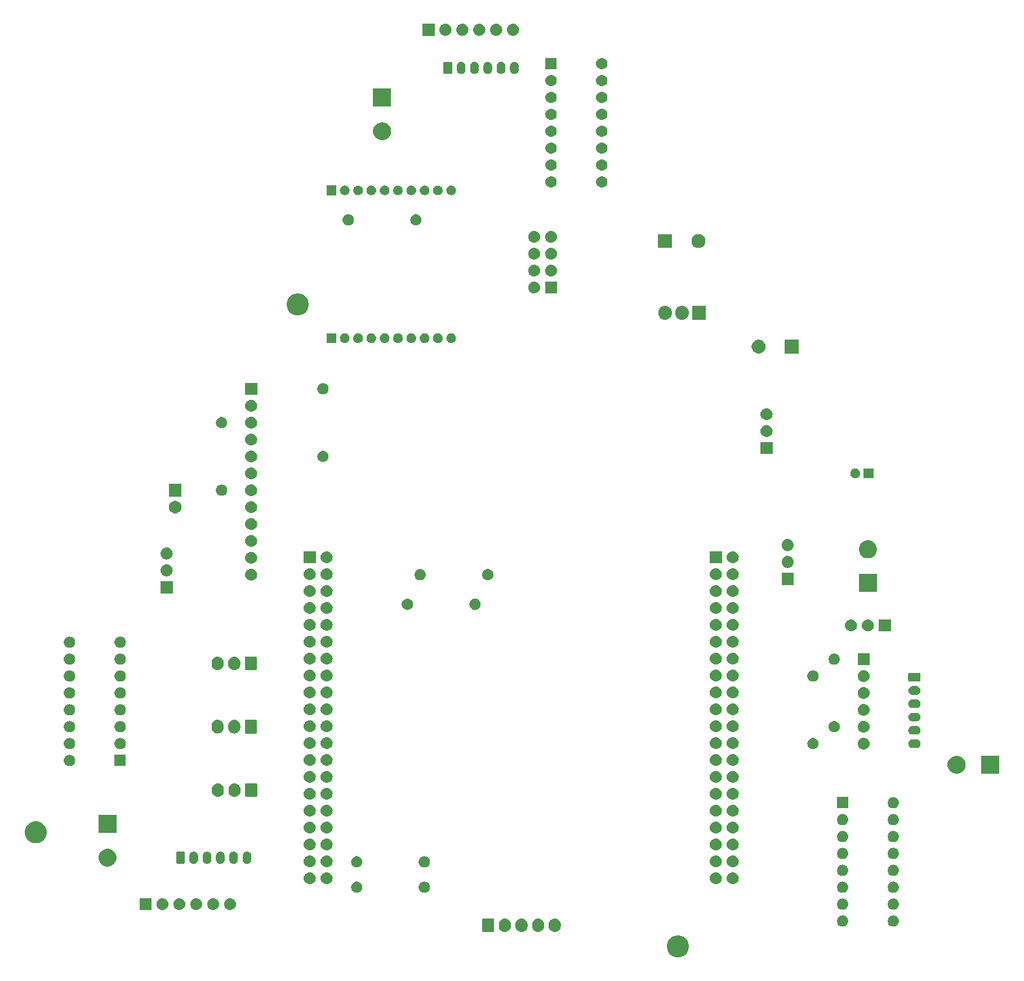
<source format=gbr>
%TF.GenerationSoftware,KiCad,Pcbnew,(5.0.1)-4*%
%TF.CreationDate,2021-09-30T12:25:10+02:00*%
%TF.ProjectId,RobotHolo,526F626F74486F6C6F2E6B696361645F,rev?*%
%TF.SameCoordinates,Original*%
%TF.FileFunction,Soldermask,Top*%
%TF.FilePolarity,Negative*%
%FSLAX46Y46*%
G04 Gerber Fmt 4.6, Leading zero omitted, Abs format (unit mm)*
G04 Created by KiCad (PCBNEW (5.0.1)-4) date 30/09/2021 12:25:10*
%MOMM*%
%LPD*%
G01*
G04 APERTURE LIST*
%ADD10C,0.100000*%
G04 APERTURE END LIST*
D10*
G36*
X124306287Y-163513408D02*
X124606568Y-163637789D01*
X124876814Y-163818361D01*
X125106639Y-164048186D01*
X125287211Y-164318432D01*
X125411592Y-164618713D01*
X125475000Y-164937489D01*
X125475000Y-165262511D01*
X125411592Y-165581287D01*
X125287211Y-165881568D01*
X125106639Y-166151814D01*
X124876814Y-166381639D01*
X124606568Y-166562211D01*
X124306287Y-166686592D01*
X123987511Y-166750000D01*
X123662489Y-166750000D01*
X123343713Y-166686592D01*
X123043432Y-166562211D01*
X122773186Y-166381639D01*
X122543361Y-166151814D01*
X122362789Y-165881568D01*
X122238408Y-165581287D01*
X122175000Y-165262511D01*
X122175000Y-164937489D01*
X122238408Y-164618713D01*
X122362789Y-164318432D01*
X122543361Y-164048186D01*
X122773186Y-163818361D01*
X123043432Y-163637789D01*
X123343713Y-163513408D01*
X123662489Y-163450000D01*
X123987511Y-163450000D01*
X124306287Y-163513408D01*
X124306287Y-163513408D01*
G37*
G36*
X98006431Y-160913022D02*
X98176076Y-160964484D01*
X98332436Y-161048059D01*
X98469475Y-161160525D01*
X98581944Y-161297567D01*
X98665515Y-161453919D01*
X98716978Y-161623568D01*
X98730000Y-161755789D01*
X98730000Y-162094210D01*
X98716978Y-162226431D01*
X98665516Y-162396076D01*
X98665514Y-162396081D01*
X98596173Y-162525809D01*
X98581941Y-162552436D01*
X98469475Y-162689475D01*
X98332433Y-162801944D01*
X98176081Y-162885515D01*
X98006432Y-162936978D01*
X97830000Y-162954354D01*
X97653569Y-162936978D01*
X97483920Y-162885515D01*
X97327568Y-162801944D01*
X97218265Y-162712240D01*
X97190525Y-162689475D01*
X97134291Y-162620953D01*
X97078054Y-162552430D01*
X96994485Y-162396081D01*
X96943022Y-162226432D01*
X96930000Y-162094211D01*
X96930000Y-161755790D01*
X96943022Y-161623569D01*
X96994484Y-161453924D01*
X97078059Y-161297564D01*
X97190525Y-161160525D01*
X97327567Y-161048056D01*
X97483919Y-160964485D01*
X97653568Y-160913022D01*
X97830000Y-160895646D01*
X98006431Y-160913022D01*
X98006431Y-160913022D01*
G37*
G36*
X100506431Y-160913022D02*
X100676076Y-160964484D01*
X100832436Y-161048059D01*
X100969475Y-161160525D01*
X101081944Y-161297567D01*
X101165515Y-161453919D01*
X101216978Y-161623568D01*
X101230000Y-161755789D01*
X101230000Y-162094210D01*
X101216978Y-162226431D01*
X101165516Y-162396076D01*
X101165514Y-162396081D01*
X101096173Y-162525809D01*
X101081941Y-162552436D01*
X100969475Y-162689475D01*
X100832433Y-162801944D01*
X100676081Y-162885515D01*
X100506432Y-162936978D01*
X100330000Y-162954354D01*
X100153569Y-162936978D01*
X99983920Y-162885515D01*
X99827568Y-162801944D01*
X99718265Y-162712240D01*
X99690525Y-162689475D01*
X99634291Y-162620953D01*
X99578054Y-162552430D01*
X99494485Y-162396081D01*
X99443022Y-162226432D01*
X99430000Y-162094211D01*
X99430000Y-161755790D01*
X99443022Y-161623569D01*
X99494484Y-161453924D01*
X99578059Y-161297564D01*
X99690525Y-161160525D01*
X99827567Y-161048056D01*
X99983919Y-160964485D01*
X100153568Y-160913022D01*
X100330000Y-160895646D01*
X100506431Y-160913022D01*
X100506431Y-160913022D01*
G37*
G36*
X105506431Y-160913022D02*
X105676076Y-160964484D01*
X105832436Y-161048059D01*
X105969475Y-161160525D01*
X106081944Y-161297567D01*
X106165515Y-161453919D01*
X106216978Y-161623568D01*
X106230000Y-161755789D01*
X106230000Y-162094210D01*
X106216978Y-162226431D01*
X106165516Y-162396076D01*
X106165514Y-162396081D01*
X106096173Y-162525809D01*
X106081941Y-162552436D01*
X105969475Y-162689475D01*
X105832433Y-162801944D01*
X105676081Y-162885515D01*
X105506432Y-162936978D01*
X105330000Y-162954354D01*
X105153569Y-162936978D01*
X104983920Y-162885515D01*
X104827568Y-162801944D01*
X104718265Y-162712240D01*
X104690525Y-162689475D01*
X104634291Y-162620953D01*
X104578054Y-162552430D01*
X104494485Y-162396081D01*
X104443022Y-162226432D01*
X104430000Y-162094211D01*
X104430000Y-161755790D01*
X104443022Y-161623569D01*
X104494484Y-161453924D01*
X104578059Y-161297564D01*
X104690525Y-161160525D01*
X104827567Y-161048056D01*
X104983919Y-160964485D01*
X105153568Y-160913022D01*
X105330000Y-160895646D01*
X105506431Y-160913022D01*
X105506431Y-160913022D01*
G37*
G36*
X103006431Y-160913022D02*
X103176076Y-160964484D01*
X103332436Y-161048059D01*
X103469475Y-161160525D01*
X103581944Y-161297567D01*
X103665515Y-161453919D01*
X103716978Y-161623568D01*
X103730000Y-161755789D01*
X103730000Y-162094210D01*
X103716978Y-162226431D01*
X103665516Y-162396076D01*
X103665514Y-162396081D01*
X103596173Y-162525809D01*
X103581941Y-162552436D01*
X103469475Y-162689475D01*
X103332433Y-162801944D01*
X103176081Y-162885515D01*
X103006432Y-162936978D01*
X102830000Y-162954354D01*
X102653569Y-162936978D01*
X102483920Y-162885515D01*
X102327568Y-162801944D01*
X102218265Y-162712240D01*
X102190525Y-162689475D01*
X102134291Y-162620953D01*
X102078054Y-162552430D01*
X101994485Y-162396081D01*
X101943022Y-162226432D01*
X101930000Y-162094211D01*
X101930000Y-161755790D01*
X101943022Y-161623569D01*
X101994484Y-161453924D01*
X102078059Y-161297564D01*
X102190525Y-161160525D01*
X102327567Y-161048056D01*
X102483919Y-160964485D01*
X102653568Y-160913022D01*
X102830000Y-160895646D01*
X103006431Y-160913022D01*
X103006431Y-160913022D01*
G37*
G36*
X96087838Y-160903984D02*
X96120832Y-160913992D01*
X96151237Y-160930244D01*
X96177885Y-160952115D01*
X96199756Y-160978763D01*
X96216008Y-161009168D01*
X96226016Y-161042162D01*
X96230000Y-161082611D01*
X96230000Y-162767389D01*
X96226016Y-162807838D01*
X96216008Y-162840832D01*
X96199756Y-162871237D01*
X96177885Y-162897885D01*
X96151237Y-162919756D01*
X96120832Y-162936008D01*
X96087838Y-162946016D01*
X96047389Y-162950000D01*
X94612611Y-162950000D01*
X94572162Y-162946016D01*
X94539168Y-162936008D01*
X94508763Y-162919756D01*
X94482115Y-162897885D01*
X94460244Y-162871237D01*
X94443992Y-162840832D01*
X94433984Y-162807838D01*
X94430000Y-162767389D01*
X94430000Y-161082611D01*
X94433984Y-161042162D01*
X94443992Y-161009168D01*
X94460244Y-160978763D01*
X94482115Y-160952115D01*
X94508763Y-160930244D01*
X94539168Y-160913992D01*
X94572162Y-160903984D01*
X94612611Y-160900000D01*
X96047389Y-160900000D01*
X96087838Y-160903984D01*
X96087838Y-160903984D01*
G37*
G36*
X148756630Y-160452299D02*
X148916855Y-160500903D01*
X149064520Y-160579831D01*
X149193949Y-160686051D01*
X149300169Y-160815480D01*
X149379097Y-160963145D01*
X149427701Y-161123370D01*
X149444112Y-161290000D01*
X149427701Y-161456630D01*
X149379097Y-161616855D01*
X149300169Y-161764520D01*
X149193949Y-161893949D01*
X149064520Y-162000169D01*
X148916855Y-162079097D01*
X148756630Y-162127701D01*
X148631752Y-162140000D01*
X148548248Y-162140000D01*
X148423370Y-162127701D01*
X148263145Y-162079097D01*
X148115480Y-162000169D01*
X147986051Y-161893949D01*
X147879831Y-161764520D01*
X147800903Y-161616855D01*
X147752299Y-161456630D01*
X147735888Y-161290000D01*
X147752299Y-161123370D01*
X147800903Y-160963145D01*
X147879831Y-160815480D01*
X147986051Y-160686051D01*
X148115480Y-160579831D01*
X148263145Y-160500903D01*
X148423370Y-160452299D01*
X148548248Y-160440000D01*
X148631752Y-160440000D01*
X148756630Y-160452299D01*
X148756630Y-160452299D01*
G37*
G36*
X156376630Y-160452299D02*
X156536855Y-160500903D01*
X156684520Y-160579831D01*
X156813949Y-160686051D01*
X156920169Y-160815480D01*
X156999097Y-160963145D01*
X157047701Y-161123370D01*
X157064112Y-161290000D01*
X157047701Y-161456630D01*
X156999097Y-161616855D01*
X156920169Y-161764520D01*
X156813949Y-161893949D01*
X156684520Y-162000169D01*
X156536855Y-162079097D01*
X156376630Y-162127701D01*
X156251752Y-162140000D01*
X156168248Y-162140000D01*
X156043370Y-162127701D01*
X155883145Y-162079097D01*
X155735480Y-162000169D01*
X155606051Y-161893949D01*
X155499831Y-161764520D01*
X155420903Y-161616855D01*
X155372299Y-161456630D01*
X155355888Y-161290000D01*
X155372299Y-161123370D01*
X155420903Y-160963145D01*
X155499831Y-160815480D01*
X155606051Y-160686051D01*
X155735480Y-160579831D01*
X155883145Y-160500903D01*
X156043370Y-160452299D01*
X156168248Y-160440000D01*
X156251752Y-160440000D01*
X156376630Y-160452299D01*
X156376630Y-160452299D01*
G37*
G36*
X44715000Y-159650000D02*
X42915000Y-159650000D01*
X42915000Y-157850000D01*
X44715000Y-157850000D01*
X44715000Y-159650000D01*
X44715000Y-159650000D01*
G37*
G36*
X46531432Y-157863022D02*
X46701081Y-157914485D01*
X46857433Y-157998056D01*
X46994475Y-158110525D01*
X47106944Y-158247567D01*
X47190515Y-158403919D01*
X47241978Y-158573568D01*
X47259354Y-158750000D01*
X47241978Y-158926432D01*
X47190515Y-159096081D01*
X47106944Y-159252433D01*
X46994475Y-159389475D01*
X46857433Y-159501944D01*
X46701081Y-159585515D01*
X46531432Y-159636978D01*
X46399211Y-159650000D01*
X46310789Y-159650000D01*
X46178568Y-159636978D01*
X46008919Y-159585515D01*
X45852567Y-159501944D01*
X45715525Y-159389475D01*
X45603056Y-159252433D01*
X45519485Y-159096081D01*
X45468022Y-158926432D01*
X45450646Y-158750000D01*
X45468022Y-158573568D01*
X45519485Y-158403919D01*
X45603056Y-158247567D01*
X45715525Y-158110525D01*
X45852567Y-157998056D01*
X46008919Y-157914485D01*
X46178568Y-157863022D01*
X46310789Y-157850000D01*
X46399211Y-157850000D01*
X46531432Y-157863022D01*
X46531432Y-157863022D01*
G37*
G36*
X49071432Y-157863022D02*
X49241081Y-157914485D01*
X49397433Y-157998056D01*
X49534475Y-158110525D01*
X49646944Y-158247567D01*
X49730515Y-158403919D01*
X49781978Y-158573568D01*
X49799354Y-158750000D01*
X49781978Y-158926432D01*
X49730515Y-159096081D01*
X49646944Y-159252433D01*
X49534475Y-159389475D01*
X49397433Y-159501944D01*
X49241081Y-159585515D01*
X49071432Y-159636978D01*
X48939211Y-159650000D01*
X48850789Y-159650000D01*
X48718568Y-159636978D01*
X48548919Y-159585515D01*
X48392567Y-159501944D01*
X48255525Y-159389475D01*
X48143056Y-159252433D01*
X48059485Y-159096081D01*
X48008022Y-158926432D01*
X47990646Y-158750000D01*
X48008022Y-158573568D01*
X48059485Y-158403919D01*
X48143056Y-158247567D01*
X48255525Y-158110525D01*
X48392567Y-157998056D01*
X48548919Y-157914485D01*
X48718568Y-157863022D01*
X48850789Y-157850000D01*
X48939211Y-157850000D01*
X49071432Y-157863022D01*
X49071432Y-157863022D01*
G37*
G36*
X51611432Y-157863022D02*
X51781081Y-157914485D01*
X51937433Y-157998056D01*
X52074475Y-158110525D01*
X52186944Y-158247567D01*
X52270515Y-158403919D01*
X52321978Y-158573568D01*
X52339354Y-158750000D01*
X52321978Y-158926432D01*
X52270515Y-159096081D01*
X52186944Y-159252433D01*
X52074475Y-159389475D01*
X51937433Y-159501944D01*
X51781081Y-159585515D01*
X51611432Y-159636978D01*
X51479211Y-159650000D01*
X51390789Y-159650000D01*
X51258568Y-159636978D01*
X51088919Y-159585515D01*
X50932567Y-159501944D01*
X50795525Y-159389475D01*
X50683056Y-159252433D01*
X50599485Y-159096081D01*
X50548022Y-158926432D01*
X50530646Y-158750000D01*
X50548022Y-158573568D01*
X50599485Y-158403919D01*
X50683056Y-158247567D01*
X50795525Y-158110525D01*
X50932567Y-157998056D01*
X51088919Y-157914485D01*
X51258568Y-157863022D01*
X51390789Y-157850000D01*
X51479211Y-157850000D01*
X51611432Y-157863022D01*
X51611432Y-157863022D01*
G37*
G36*
X54151432Y-157863022D02*
X54321081Y-157914485D01*
X54477433Y-157998056D01*
X54614475Y-158110525D01*
X54726944Y-158247567D01*
X54810515Y-158403919D01*
X54861978Y-158573568D01*
X54879354Y-158750000D01*
X54861978Y-158926432D01*
X54810515Y-159096081D01*
X54726944Y-159252433D01*
X54614475Y-159389475D01*
X54477433Y-159501944D01*
X54321081Y-159585515D01*
X54151432Y-159636978D01*
X54019211Y-159650000D01*
X53930789Y-159650000D01*
X53798568Y-159636978D01*
X53628919Y-159585515D01*
X53472567Y-159501944D01*
X53335525Y-159389475D01*
X53223056Y-159252433D01*
X53139485Y-159096081D01*
X53088022Y-158926432D01*
X53070646Y-158750000D01*
X53088022Y-158573568D01*
X53139485Y-158403919D01*
X53223056Y-158247567D01*
X53335525Y-158110525D01*
X53472567Y-157998056D01*
X53628919Y-157914485D01*
X53798568Y-157863022D01*
X53930789Y-157850000D01*
X54019211Y-157850000D01*
X54151432Y-157863022D01*
X54151432Y-157863022D01*
G37*
G36*
X56691432Y-157863022D02*
X56861081Y-157914485D01*
X57017433Y-157998056D01*
X57154475Y-158110525D01*
X57266944Y-158247567D01*
X57350515Y-158403919D01*
X57401978Y-158573568D01*
X57419354Y-158750000D01*
X57401978Y-158926432D01*
X57350515Y-159096081D01*
X57266944Y-159252433D01*
X57154475Y-159389475D01*
X57017433Y-159501944D01*
X56861081Y-159585515D01*
X56691432Y-159636978D01*
X56559211Y-159650000D01*
X56470789Y-159650000D01*
X56338568Y-159636978D01*
X56168919Y-159585515D01*
X56012567Y-159501944D01*
X55875525Y-159389475D01*
X55763056Y-159252433D01*
X55679485Y-159096081D01*
X55628022Y-158926432D01*
X55610646Y-158750000D01*
X55628022Y-158573568D01*
X55679485Y-158403919D01*
X55763056Y-158247567D01*
X55875525Y-158110525D01*
X56012567Y-157998056D01*
X56168919Y-157914485D01*
X56338568Y-157863022D01*
X56470789Y-157850000D01*
X56559211Y-157850000D01*
X56691432Y-157863022D01*
X56691432Y-157863022D01*
G37*
G36*
X156376630Y-157912299D02*
X156536855Y-157960903D01*
X156684520Y-158039831D01*
X156813949Y-158146051D01*
X156920169Y-158275480D01*
X156999097Y-158423145D01*
X157047701Y-158583370D01*
X157064112Y-158750000D01*
X157047701Y-158916630D01*
X156999097Y-159076855D01*
X156920169Y-159224520D01*
X156813949Y-159353949D01*
X156684520Y-159460169D01*
X156536855Y-159539097D01*
X156376630Y-159587701D01*
X156251752Y-159600000D01*
X156168248Y-159600000D01*
X156043370Y-159587701D01*
X155883145Y-159539097D01*
X155735480Y-159460169D01*
X155606051Y-159353949D01*
X155499831Y-159224520D01*
X155420903Y-159076855D01*
X155372299Y-158916630D01*
X155355888Y-158750000D01*
X155372299Y-158583370D01*
X155420903Y-158423145D01*
X155499831Y-158275480D01*
X155606051Y-158146051D01*
X155735480Y-158039831D01*
X155883145Y-157960903D01*
X156043370Y-157912299D01*
X156168248Y-157900000D01*
X156251752Y-157900000D01*
X156376630Y-157912299D01*
X156376630Y-157912299D01*
G37*
G36*
X148756630Y-157912299D02*
X148916855Y-157960903D01*
X149064520Y-158039831D01*
X149193949Y-158146051D01*
X149300169Y-158275480D01*
X149379097Y-158423145D01*
X149427701Y-158583370D01*
X149444112Y-158750000D01*
X149427701Y-158916630D01*
X149379097Y-159076855D01*
X149300169Y-159224520D01*
X149193949Y-159353949D01*
X149064520Y-159460169D01*
X148916855Y-159539097D01*
X148756630Y-159587701D01*
X148631752Y-159600000D01*
X148548248Y-159600000D01*
X148423370Y-159587701D01*
X148263145Y-159539097D01*
X148115480Y-159460169D01*
X147986051Y-159353949D01*
X147879831Y-159224520D01*
X147800903Y-159076855D01*
X147752299Y-158916630D01*
X147735888Y-158750000D01*
X147752299Y-158583370D01*
X147800903Y-158423145D01*
X147879831Y-158275480D01*
X147986051Y-158146051D01*
X148115480Y-158039831D01*
X148263145Y-157960903D01*
X148423370Y-157912299D01*
X148548248Y-157900000D01*
X148631752Y-157900000D01*
X148756630Y-157912299D01*
X148756630Y-157912299D01*
G37*
G36*
X156376630Y-155372299D02*
X156536855Y-155420903D01*
X156684520Y-155499831D01*
X156813949Y-155606051D01*
X156920169Y-155735480D01*
X156999097Y-155883145D01*
X157047701Y-156043370D01*
X157064112Y-156210000D01*
X157047701Y-156376630D01*
X156999097Y-156536855D01*
X156920169Y-156684520D01*
X156813949Y-156813949D01*
X156684520Y-156920169D01*
X156536855Y-156999097D01*
X156376630Y-157047701D01*
X156251752Y-157060000D01*
X156168248Y-157060000D01*
X156043370Y-157047701D01*
X155883145Y-156999097D01*
X155735480Y-156920169D01*
X155606051Y-156813949D01*
X155499831Y-156684520D01*
X155420903Y-156536855D01*
X155372299Y-156376630D01*
X155355888Y-156210000D01*
X155372299Y-156043370D01*
X155420903Y-155883145D01*
X155499831Y-155735480D01*
X155606051Y-155606051D01*
X155735480Y-155499831D01*
X155883145Y-155420903D01*
X156043370Y-155372299D01*
X156168248Y-155360000D01*
X156251752Y-155360000D01*
X156376630Y-155372299D01*
X156376630Y-155372299D01*
G37*
G36*
X148756630Y-155372299D02*
X148916855Y-155420903D01*
X149064520Y-155499831D01*
X149193949Y-155606051D01*
X149300169Y-155735480D01*
X149379097Y-155883145D01*
X149427701Y-156043370D01*
X149444112Y-156210000D01*
X149427701Y-156376630D01*
X149379097Y-156536855D01*
X149300169Y-156684520D01*
X149193949Y-156813949D01*
X149064520Y-156920169D01*
X148916855Y-156999097D01*
X148756630Y-157047701D01*
X148631752Y-157060000D01*
X148548248Y-157060000D01*
X148423370Y-157047701D01*
X148263145Y-156999097D01*
X148115480Y-156920169D01*
X147986051Y-156813949D01*
X147879831Y-156684520D01*
X147800903Y-156536855D01*
X147752299Y-156376630D01*
X147735888Y-156210000D01*
X147752299Y-156043370D01*
X147800903Y-155883145D01*
X147879831Y-155735480D01*
X147986051Y-155606051D01*
X148115480Y-155499831D01*
X148263145Y-155420903D01*
X148423370Y-155372299D01*
X148548248Y-155360000D01*
X148631752Y-155360000D01*
X148756630Y-155372299D01*
X148756630Y-155372299D01*
G37*
G36*
X75812934Y-155392664D02*
X75967627Y-155456740D01*
X76106847Y-155549764D01*
X76225236Y-155668153D01*
X76318260Y-155807373D01*
X76382336Y-155962066D01*
X76415000Y-156126281D01*
X76415000Y-156293719D01*
X76382336Y-156457934D01*
X76318260Y-156612627D01*
X76225236Y-156751847D01*
X76106847Y-156870236D01*
X75967627Y-156963260D01*
X75812934Y-157027336D01*
X75648719Y-157060000D01*
X75481281Y-157060000D01*
X75317066Y-157027336D01*
X75162373Y-156963260D01*
X75023153Y-156870236D01*
X74904764Y-156751847D01*
X74811740Y-156612627D01*
X74747664Y-156457934D01*
X74715000Y-156293719D01*
X74715000Y-156126281D01*
X74747664Y-155962066D01*
X74811740Y-155807373D01*
X74904764Y-155668153D01*
X75023153Y-155549764D01*
X75162373Y-155456740D01*
X75317066Y-155392664D01*
X75481281Y-155360000D01*
X75648719Y-155360000D01*
X75812934Y-155392664D01*
X75812934Y-155392664D01*
G37*
G36*
X85891630Y-155372299D02*
X86051855Y-155420903D01*
X86199520Y-155499831D01*
X86328949Y-155606051D01*
X86435169Y-155735480D01*
X86514097Y-155883145D01*
X86562701Y-156043370D01*
X86579112Y-156210000D01*
X86562701Y-156376630D01*
X86514097Y-156536855D01*
X86435169Y-156684520D01*
X86328949Y-156813949D01*
X86199520Y-156920169D01*
X86051855Y-156999097D01*
X85891630Y-157047701D01*
X85766752Y-157060000D01*
X85683248Y-157060000D01*
X85558370Y-157047701D01*
X85398145Y-156999097D01*
X85250480Y-156920169D01*
X85121051Y-156813949D01*
X85014831Y-156684520D01*
X84935903Y-156536855D01*
X84887299Y-156376630D01*
X84870888Y-156210000D01*
X84887299Y-156043370D01*
X84935903Y-155883145D01*
X85014831Y-155735480D01*
X85121051Y-155606051D01*
X85250480Y-155499831D01*
X85398145Y-155420903D01*
X85558370Y-155372299D01*
X85683248Y-155360000D01*
X85766752Y-155360000D01*
X85891630Y-155372299D01*
X85891630Y-155372299D01*
G37*
G36*
X129716432Y-153973023D02*
X129886081Y-154024486D01*
X130042433Y-154108057D01*
X130179475Y-154220526D01*
X130291944Y-154357568D01*
X130375515Y-154513920D01*
X130426978Y-154683569D01*
X130444354Y-154860001D01*
X130426978Y-155036433D01*
X130375515Y-155206082D01*
X130291944Y-155362434D01*
X130179475Y-155499476D01*
X130042433Y-155611945D01*
X129886081Y-155695516D01*
X129716432Y-155746979D01*
X129584211Y-155760001D01*
X129495789Y-155760001D01*
X129363568Y-155746979D01*
X129193919Y-155695516D01*
X129037567Y-155611945D01*
X128900525Y-155499476D01*
X128788056Y-155362434D01*
X128704485Y-155206082D01*
X128653022Y-155036433D01*
X128635646Y-154860001D01*
X128653022Y-154683569D01*
X128704485Y-154513920D01*
X128788056Y-154357568D01*
X128900525Y-154220526D01*
X129037567Y-154108057D01*
X129193919Y-154024486D01*
X129363568Y-153973023D01*
X129495789Y-153960001D01*
X129584211Y-153960001D01*
X129716432Y-153973023D01*
X129716432Y-153973023D01*
G37*
G36*
X68676433Y-153973023D02*
X68846082Y-154024486D01*
X69002434Y-154108057D01*
X69139476Y-154220526D01*
X69251945Y-154357568D01*
X69335516Y-154513920D01*
X69386979Y-154683569D01*
X69404355Y-154860001D01*
X69386979Y-155036433D01*
X69335516Y-155206082D01*
X69251945Y-155362434D01*
X69139476Y-155499476D01*
X69002434Y-155611945D01*
X68846082Y-155695516D01*
X68676433Y-155746979D01*
X68544212Y-155760001D01*
X68455790Y-155760001D01*
X68323569Y-155746979D01*
X68153920Y-155695516D01*
X67997568Y-155611945D01*
X67860526Y-155499476D01*
X67748057Y-155362434D01*
X67664486Y-155206082D01*
X67613023Y-155036433D01*
X67595647Y-154860001D01*
X67613023Y-154683569D01*
X67664486Y-154513920D01*
X67748057Y-154357568D01*
X67860526Y-154220526D01*
X67997568Y-154108057D01*
X68153920Y-154024486D01*
X68323569Y-153973023D01*
X68455790Y-153960001D01*
X68544212Y-153960001D01*
X68676433Y-153973023D01*
X68676433Y-153973023D01*
G37*
G36*
X71216433Y-153973023D02*
X71386082Y-154024486D01*
X71542434Y-154108057D01*
X71679476Y-154220526D01*
X71791945Y-154357568D01*
X71875516Y-154513920D01*
X71926979Y-154683569D01*
X71944355Y-154860001D01*
X71926979Y-155036433D01*
X71875516Y-155206082D01*
X71791945Y-155362434D01*
X71679476Y-155499476D01*
X71542434Y-155611945D01*
X71386082Y-155695516D01*
X71216433Y-155746979D01*
X71084212Y-155760001D01*
X70995790Y-155760001D01*
X70863569Y-155746979D01*
X70693920Y-155695516D01*
X70537568Y-155611945D01*
X70400526Y-155499476D01*
X70288057Y-155362434D01*
X70204486Y-155206082D01*
X70153023Y-155036433D01*
X70135647Y-154860001D01*
X70153023Y-154683569D01*
X70204486Y-154513920D01*
X70288057Y-154357568D01*
X70400526Y-154220526D01*
X70537568Y-154108057D01*
X70693920Y-154024486D01*
X70863569Y-153973023D01*
X70995790Y-153960001D01*
X71084212Y-153960001D01*
X71216433Y-153973023D01*
X71216433Y-153973023D01*
G37*
G36*
X132256432Y-153973023D02*
X132426081Y-154024486D01*
X132582433Y-154108057D01*
X132719475Y-154220526D01*
X132831944Y-154357568D01*
X132915515Y-154513920D01*
X132966978Y-154683569D01*
X132984354Y-154860001D01*
X132966978Y-155036433D01*
X132915515Y-155206082D01*
X132831944Y-155362434D01*
X132719475Y-155499476D01*
X132582433Y-155611945D01*
X132426081Y-155695516D01*
X132256432Y-155746979D01*
X132124211Y-155760001D01*
X132035789Y-155760001D01*
X131903568Y-155746979D01*
X131733919Y-155695516D01*
X131577567Y-155611945D01*
X131440525Y-155499476D01*
X131328056Y-155362434D01*
X131244485Y-155206082D01*
X131193022Y-155036433D01*
X131175646Y-154860001D01*
X131193022Y-154683569D01*
X131244485Y-154513920D01*
X131328056Y-154357568D01*
X131440525Y-154220526D01*
X131577567Y-154108057D01*
X131733919Y-154024486D01*
X131903568Y-153973023D01*
X132035789Y-153960001D01*
X132124211Y-153960001D01*
X132256432Y-153973023D01*
X132256432Y-153973023D01*
G37*
G36*
X156376630Y-152832299D02*
X156536855Y-152880903D01*
X156684520Y-152959831D01*
X156813949Y-153066051D01*
X156920169Y-153195480D01*
X156999097Y-153343145D01*
X157047701Y-153503370D01*
X157064112Y-153670000D01*
X157047701Y-153836630D01*
X156999097Y-153996855D01*
X156920169Y-154144520D01*
X156813949Y-154273949D01*
X156684520Y-154380169D01*
X156536855Y-154459097D01*
X156376630Y-154507701D01*
X156251752Y-154520000D01*
X156168248Y-154520000D01*
X156043370Y-154507701D01*
X155883145Y-154459097D01*
X155735480Y-154380169D01*
X155606051Y-154273949D01*
X155499831Y-154144520D01*
X155420903Y-153996855D01*
X155372299Y-153836630D01*
X155355888Y-153670000D01*
X155372299Y-153503370D01*
X155420903Y-153343145D01*
X155499831Y-153195480D01*
X155606051Y-153066051D01*
X155735480Y-152959831D01*
X155883145Y-152880903D01*
X156043370Y-152832299D01*
X156168248Y-152820000D01*
X156251752Y-152820000D01*
X156376630Y-152832299D01*
X156376630Y-152832299D01*
G37*
G36*
X148756630Y-152832299D02*
X148916855Y-152880903D01*
X149064520Y-152959831D01*
X149193949Y-153066051D01*
X149300169Y-153195480D01*
X149379097Y-153343145D01*
X149427701Y-153503370D01*
X149444112Y-153670000D01*
X149427701Y-153836630D01*
X149379097Y-153996855D01*
X149300169Y-154144520D01*
X149193949Y-154273949D01*
X149064520Y-154380169D01*
X148916855Y-154459097D01*
X148756630Y-154507701D01*
X148631752Y-154520000D01*
X148548248Y-154520000D01*
X148423370Y-154507701D01*
X148263145Y-154459097D01*
X148115480Y-154380169D01*
X147986051Y-154273949D01*
X147879831Y-154144520D01*
X147800903Y-153996855D01*
X147752299Y-153836630D01*
X147735888Y-153670000D01*
X147752299Y-153503370D01*
X147800903Y-153343145D01*
X147879831Y-153195480D01*
X147986051Y-153066051D01*
X148115480Y-152959831D01*
X148263145Y-152880903D01*
X148423370Y-152832299D01*
X148548248Y-152820000D01*
X148631752Y-152820000D01*
X148756630Y-152832299D01*
X148756630Y-152832299D01*
G37*
G36*
X85891630Y-151562299D02*
X86051855Y-151610903D01*
X86199520Y-151689831D01*
X86328949Y-151796051D01*
X86435169Y-151925480D01*
X86514097Y-152073145D01*
X86562701Y-152233370D01*
X86579112Y-152400000D01*
X86562701Y-152566630D01*
X86514097Y-152726855D01*
X86435169Y-152874520D01*
X86328949Y-153003949D01*
X86199520Y-153110169D01*
X86051855Y-153189097D01*
X85891630Y-153237701D01*
X85766752Y-153250000D01*
X85683248Y-153250000D01*
X85558370Y-153237701D01*
X85398145Y-153189097D01*
X85250480Y-153110169D01*
X85121051Y-153003949D01*
X85014831Y-152874520D01*
X84935903Y-152726855D01*
X84887299Y-152566630D01*
X84870888Y-152400000D01*
X84887299Y-152233370D01*
X84935903Y-152073145D01*
X85014831Y-151925480D01*
X85121051Y-151796051D01*
X85250480Y-151689831D01*
X85398145Y-151610903D01*
X85558370Y-151562299D01*
X85683248Y-151550000D01*
X85766752Y-151550000D01*
X85891630Y-151562299D01*
X85891630Y-151562299D01*
G37*
G36*
X75812934Y-151582664D02*
X75967627Y-151646740D01*
X76106847Y-151739764D01*
X76225236Y-151858153D01*
X76318260Y-151997373D01*
X76382336Y-152152066D01*
X76415000Y-152316281D01*
X76415000Y-152483719D01*
X76382336Y-152647934D01*
X76318260Y-152802627D01*
X76225236Y-152941847D01*
X76106847Y-153060236D01*
X75967627Y-153153260D01*
X75812934Y-153217336D01*
X75648719Y-153250000D01*
X75481281Y-153250000D01*
X75317066Y-153217336D01*
X75162373Y-153153260D01*
X75023153Y-153060236D01*
X74904764Y-152941847D01*
X74811740Y-152802627D01*
X74747664Y-152647934D01*
X74715000Y-152483719D01*
X74715000Y-152316281D01*
X74747664Y-152152066D01*
X74811740Y-151997373D01*
X74904764Y-151858153D01*
X75023153Y-151739764D01*
X75162373Y-151646740D01*
X75317066Y-151582664D01*
X75481281Y-151550000D01*
X75648719Y-151550000D01*
X75812934Y-151582664D01*
X75812934Y-151582664D01*
G37*
G36*
X71216433Y-151433023D02*
X71386082Y-151484486D01*
X71542434Y-151568057D01*
X71679476Y-151680526D01*
X71791945Y-151817568D01*
X71875516Y-151973920D01*
X71926979Y-152143569D01*
X71944355Y-152320001D01*
X71926979Y-152496433D01*
X71875516Y-152666082D01*
X71791945Y-152822434D01*
X71679476Y-152959476D01*
X71542434Y-153071945D01*
X71386082Y-153155516D01*
X71216433Y-153206979D01*
X71084212Y-153220001D01*
X70995790Y-153220001D01*
X70863569Y-153206979D01*
X70693920Y-153155516D01*
X70537568Y-153071945D01*
X70400526Y-152959476D01*
X70288057Y-152822434D01*
X70204486Y-152666082D01*
X70153023Y-152496433D01*
X70135647Y-152320001D01*
X70153023Y-152143569D01*
X70204486Y-151973920D01*
X70288057Y-151817568D01*
X70400526Y-151680526D01*
X70537568Y-151568057D01*
X70693920Y-151484486D01*
X70863569Y-151433023D01*
X70995790Y-151420001D01*
X71084212Y-151420001D01*
X71216433Y-151433023D01*
X71216433Y-151433023D01*
G37*
G36*
X132256432Y-151433023D02*
X132426081Y-151484486D01*
X132582433Y-151568057D01*
X132719475Y-151680526D01*
X132831944Y-151817568D01*
X132915515Y-151973920D01*
X132966978Y-152143569D01*
X132984354Y-152320001D01*
X132966978Y-152496433D01*
X132915515Y-152666082D01*
X132831944Y-152822434D01*
X132719475Y-152959476D01*
X132582433Y-153071945D01*
X132426081Y-153155516D01*
X132256432Y-153206979D01*
X132124211Y-153220001D01*
X132035789Y-153220001D01*
X131903568Y-153206979D01*
X131733919Y-153155516D01*
X131577567Y-153071945D01*
X131440525Y-152959476D01*
X131328056Y-152822434D01*
X131244485Y-152666082D01*
X131193022Y-152496433D01*
X131175646Y-152320001D01*
X131193022Y-152143569D01*
X131244485Y-151973920D01*
X131328056Y-151817568D01*
X131440525Y-151680526D01*
X131577567Y-151568057D01*
X131733919Y-151484486D01*
X131903568Y-151433023D01*
X132035789Y-151420001D01*
X132124211Y-151420001D01*
X132256432Y-151433023D01*
X132256432Y-151433023D01*
G37*
G36*
X129716432Y-151433023D02*
X129886081Y-151484486D01*
X130042433Y-151568057D01*
X130179475Y-151680526D01*
X130291944Y-151817568D01*
X130375515Y-151973920D01*
X130426978Y-152143569D01*
X130444354Y-152320001D01*
X130426978Y-152496433D01*
X130375515Y-152666082D01*
X130291944Y-152822434D01*
X130179475Y-152959476D01*
X130042433Y-153071945D01*
X129886081Y-153155516D01*
X129716432Y-153206979D01*
X129584211Y-153220001D01*
X129495789Y-153220001D01*
X129363568Y-153206979D01*
X129193919Y-153155516D01*
X129037567Y-153071945D01*
X128900525Y-152959476D01*
X128788056Y-152822434D01*
X128704485Y-152666082D01*
X128653022Y-152496433D01*
X128635646Y-152320001D01*
X128653022Y-152143569D01*
X128704485Y-151973920D01*
X128788056Y-151817568D01*
X128900525Y-151680526D01*
X129037567Y-151568057D01*
X129193919Y-151484486D01*
X129363568Y-151433023D01*
X129495789Y-151420001D01*
X129584211Y-151420001D01*
X129716432Y-151433023D01*
X129716432Y-151433023D01*
G37*
G36*
X68676433Y-151433023D02*
X68846082Y-151484486D01*
X69002434Y-151568057D01*
X69139476Y-151680526D01*
X69251945Y-151817568D01*
X69335516Y-151973920D01*
X69386979Y-152143569D01*
X69404355Y-152320001D01*
X69386979Y-152496433D01*
X69335516Y-152666082D01*
X69251945Y-152822434D01*
X69139476Y-152959476D01*
X69002434Y-153071945D01*
X68846082Y-153155516D01*
X68676433Y-153206979D01*
X68544212Y-153220001D01*
X68455790Y-153220001D01*
X68323569Y-153206979D01*
X68153920Y-153155516D01*
X67997568Y-153071945D01*
X67860526Y-152959476D01*
X67748057Y-152822434D01*
X67664486Y-152666082D01*
X67613023Y-152496433D01*
X67595647Y-152320001D01*
X67613023Y-152143569D01*
X67664486Y-151973920D01*
X67748057Y-151817568D01*
X67860526Y-151680526D01*
X67997568Y-151568057D01*
X68153920Y-151484486D01*
X68323569Y-151433023D01*
X68455790Y-151420001D01*
X68544212Y-151420001D01*
X68676433Y-151433023D01*
X68676433Y-151433023D01*
G37*
G36*
X38493778Y-150466879D02*
X38739466Y-150568646D01*
X38960578Y-150716389D01*
X39148611Y-150904422D01*
X39296354Y-151125534D01*
X39398121Y-151371222D01*
X39450000Y-151632035D01*
X39450000Y-151897965D01*
X39398121Y-152158778D01*
X39296354Y-152404466D01*
X39148611Y-152625578D01*
X38960578Y-152813611D01*
X38739466Y-152961354D01*
X38493778Y-153063121D01*
X38232965Y-153115000D01*
X37967035Y-153115000D01*
X37706222Y-153063121D01*
X37460534Y-152961354D01*
X37239422Y-152813611D01*
X37051389Y-152625578D01*
X36903646Y-152404466D01*
X36801879Y-152158778D01*
X36750000Y-151897965D01*
X36750000Y-151632035D01*
X36801879Y-151371222D01*
X36903646Y-151125534D01*
X37051389Y-150904422D01*
X37239422Y-150716389D01*
X37460534Y-150568646D01*
X37706222Y-150466879D01*
X37967035Y-150415000D01*
X38232965Y-150415000D01*
X38493778Y-150466879D01*
X38493778Y-150466879D01*
G37*
G36*
X53170997Y-150848280D02*
X53182422Y-150849405D01*
X53219379Y-150860616D01*
X53304947Y-150886573D01*
X53366222Y-150919325D01*
X53417864Y-150946928D01*
X53417865Y-150946929D01*
X53417867Y-150946930D01*
X53516843Y-151028157D01*
X53598070Y-151127132D01*
X53658427Y-151240052D01*
X53695595Y-151362578D01*
X53705000Y-151458068D01*
X53705000Y-152071932D01*
X53695595Y-152167422D01*
X53658427Y-152289948D01*
X53598070Y-152402868D01*
X53516843Y-152501843D01*
X53417868Y-152583070D01*
X53304948Y-152643427D01*
X53243685Y-152662011D01*
X53182423Y-152680595D01*
X53170998Y-152681720D01*
X53055000Y-152693145D01*
X52939003Y-152681720D01*
X52927578Y-152680595D01*
X52866316Y-152662011D01*
X52805053Y-152643427D01*
X52692133Y-152583070D01*
X52593158Y-152501843D01*
X52511930Y-152402868D01*
X52451573Y-152289948D01*
X52414405Y-152167422D01*
X52405000Y-152071932D01*
X52405000Y-151458069D01*
X52414405Y-151362579D01*
X52414406Y-151362577D01*
X52432989Y-151301316D01*
X52451573Y-151240053D01*
X52486225Y-151175223D01*
X52511928Y-151127136D01*
X52511931Y-151127132D01*
X52593157Y-151028157D01*
X52692132Y-150946930D01*
X52805052Y-150886573D01*
X52890620Y-150860616D01*
X52927577Y-150849405D01*
X52939002Y-150848280D01*
X53055000Y-150836855D01*
X53170997Y-150848280D01*
X53170997Y-150848280D01*
G37*
G36*
X55170997Y-150848280D02*
X55182422Y-150849405D01*
X55219379Y-150860616D01*
X55304947Y-150886573D01*
X55366222Y-150919325D01*
X55417864Y-150946928D01*
X55417865Y-150946929D01*
X55417867Y-150946930D01*
X55516843Y-151028157D01*
X55598070Y-151127132D01*
X55658427Y-151240052D01*
X55695595Y-151362578D01*
X55705000Y-151458068D01*
X55705000Y-152071932D01*
X55695595Y-152167422D01*
X55658427Y-152289948D01*
X55598070Y-152402868D01*
X55516843Y-152501843D01*
X55417868Y-152583070D01*
X55304948Y-152643427D01*
X55243685Y-152662011D01*
X55182423Y-152680595D01*
X55170998Y-152681720D01*
X55055000Y-152693145D01*
X54939003Y-152681720D01*
X54927578Y-152680595D01*
X54866316Y-152662011D01*
X54805053Y-152643427D01*
X54692133Y-152583070D01*
X54593158Y-152501843D01*
X54511930Y-152402868D01*
X54451573Y-152289948D01*
X54414405Y-152167422D01*
X54405000Y-152071932D01*
X54405000Y-151458069D01*
X54414405Y-151362579D01*
X54414406Y-151362577D01*
X54432989Y-151301316D01*
X54451573Y-151240053D01*
X54486225Y-151175223D01*
X54511928Y-151127136D01*
X54511931Y-151127132D01*
X54593157Y-151028157D01*
X54692132Y-150946930D01*
X54805052Y-150886573D01*
X54890620Y-150860616D01*
X54927577Y-150849405D01*
X54939002Y-150848280D01*
X55055000Y-150836855D01*
X55170997Y-150848280D01*
X55170997Y-150848280D01*
G37*
G36*
X59170997Y-150848280D02*
X59182422Y-150849405D01*
X59219379Y-150860616D01*
X59304947Y-150886573D01*
X59366222Y-150919325D01*
X59417864Y-150946928D01*
X59417865Y-150946929D01*
X59417867Y-150946930D01*
X59516843Y-151028157D01*
X59598070Y-151127132D01*
X59658427Y-151240052D01*
X59695595Y-151362578D01*
X59705000Y-151458068D01*
X59705000Y-152071932D01*
X59695595Y-152167422D01*
X59658427Y-152289948D01*
X59598070Y-152402868D01*
X59516843Y-152501843D01*
X59417868Y-152583070D01*
X59304948Y-152643427D01*
X59243685Y-152662011D01*
X59182423Y-152680595D01*
X59170998Y-152681720D01*
X59055000Y-152693145D01*
X58939003Y-152681720D01*
X58927578Y-152680595D01*
X58866316Y-152662011D01*
X58805053Y-152643427D01*
X58692133Y-152583070D01*
X58593158Y-152501843D01*
X58511930Y-152402868D01*
X58451573Y-152289948D01*
X58414405Y-152167422D01*
X58405000Y-152071932D01*
X58405000Y-151458069D01*
X58414405Y-151362579D01*
X58414406Y-151362577D01*
X58432989Y-151301316D01*
X58451573Y-151240053D01*
X58486225Y-151175223D01*
X58511928Y-151127136D01*
X58511931Y-151127132D01*
X58593157Y-151028157D01*
X58692132Y-150946930D01*
X58805052Y-150886573D01*
X58890620Y-150860616D01*
X58927577Y-150849405D01*
X58939002Y-150848280D01*
X59055000Y-150836855D01*
X59170997Y-150848280D01*
X59170997Y-150848280D01*
G37*
G36*
X57170997Y-150848280D02*
X57182422Y-150849405D01*
X57219379Y-150860616D01*
X57304947Y-150886573D01*
X57366222Y-150919325D01*
X57417864Y-150946928D01*
X57417865Y-150946929D01*
X57417867Y-150946930D01*
X57516843Y-151028157D01*
X57598070Y-151127132D01*
X57658427Y-151240052D01*
X57695595Y-151362578D01*
X57705000Y-151458068D01*
X57705000Y-152071932D01*
X57695595Y-152167422D01*
X57658427Y-152289948D01*
X57598070Y-152402868D01*
X57516843Y-152501843D01*
X57417868Y-152583070D01*
X57304948Y-152643427D01*
X57243685Y-152662011D01*
X57182423Y-152680595D01*
X57170998Y-152681720D01*
X57055000Y-152693145D01*
X56939003Y-152681720D01*
X56927578Y-152680595D01*
X56866316Y-152662011D01*
X56805053Y-152643427D01*
X56692133Y-152583070D01*
X56593158Y-152501843D01*
X56511930Y-152402868D01*
X56451573Y-152289948D01*
X56414405Y-152167422D01*
X56405000Y-152071932D01*
X56405000Y-151458069D01*
X56414405Y-151362579D01*
X56414406Y-151362577D01*
X56432989Y-151301316D01*
X56451573Y-151240053D01*
X56486225Y-151175223D01*
X56511928Y-151127136D01*
X56511931Y-151127132D01*
X56593157Y-151028157D01*
X56692132Y-150946930D01*
X56805052Y-150886573D01*
X56890620Y-150860616D01*
X56927577Y-150849405D01*
X56939002Y-150848280D01*
X57055000Y-150836855D01*
X57170997Y-150848280D01*
X57170997Y-150848280D01*
G37*
G36*
X51170997Y-150848280D02*
X51182422Y-150849405D01*
X51219379Y-150860616D01*
X51304947Y-150886573D01*
X51366222Y-150919325D01*
X51417864Y-150946928D01*
X51417865Y-150946929D01*
X51417867Y-150946930D01*
X51516843Y-151028157D01*
X51598070Y-151127132D01*
X51658427Y-151240052D01*
X51695595Y-151362578D01*
X51705000Y-151458068D01*
X51705000Y-152071932D01*
X51695595Y-152167422D01*
X51658427Y-152289948D01*
X51598070Y-152402868D01*
X51516843Y-152501843D01*
X51417868Y-152583070D01*
X51304948Y-152643427D01*
X51243685Y-152662011D01*
X51182423Y-152680595D01*
X51170998Y-152681720D01*
X51055000Y-152693145D01*
X50939003Y-152681720D01*
X50927578Y-152680595D01*
X50866316Y-152662011D01*
X50805053Y-152643427D01*
X50692133Y-152583070D01*
X50593158Y-152501843D01*
X50511930Y-152402868D01*
X50451573Y-152289948D01*
X50414405Y-152167422D01*
X50405000Y-152071932D01*
X50405000Y-151458069D01*
X50414405Y-151362579D01*
X50414406Y-151362577D01*
X50432989Y-151301316D01*
X50451573Y-151240053D01*
X50486225Y-151175223D01*
X50511928Y-151127136D01*
X50511931Y-151127132D01*
X50593157Y-151028157D01*
X50692132Y-150946930D01*
X50805052Y-150886573D01*
X50890620Y-150860616D01*
X50927577Y-150849405D01*
X50939002Y-150848280D01*
X51055000Y-150836855D01*
X51170997Y-150848280D01*
X51170997Y-150848280D01*
G37*
G36*
X49545579Y-150844396D02*
X49582588Y-150855623D01*
X49616705Y-150873859D01*
X49646604Y-150898396D01*
X49671141Y-150928295D01*
X49689377Y-150962412D01*
X49700604Y-150999421D01*
X49705000Y-151044057D01*
X49705000Y-152485943D01*
X49700604Y-152530579D01*
X49689377Y-152567588D01*
X49671141Y-152601705D01*
X49646604Y-152631604D01*
X49616705Y-152656141D01*
X49582588Y-152674377D01*
X49545579Y-152685604D01*
X49500943Y-152690000D01*
X48609057Y-152690000D01*
X48564421Y-152685604D01*
X48527412Y-152674377D01*
X48493295Y-152656141D01*
X48463396Y-152631604D01*
X48438859Y-152601705D01*
X48420623Y-152567588D01*
X48409396Y-152530579D01*
X48405000Y-152485943D01*
X48405000Y-151044057D01*
X48409396Y-150999421D01*
X48420623Y-150962412D01*
X48438859Y-150928295D01*
X48463396Y-150898396D01*
X48493295Y-150873859D01*
X48527412Y-150855623D01*
X48564421Y-150844396D01*
X48609057Y-150840000D01*
X49500943Y-150840000D01*
X49545579Y-150844396D01*
X49545579Y-150844396D01*
G37*
G36*
X156376630Y-150292299D02*
X156536855Y-150340903D01*
X156684520Y-150419831D01*
X156813949Y-150526051D01*
X156920169Y-150655480D01*
X156999097Y-150803145D01*
X157047701Y-150963370D01*
X157064112Y-151130000D01*
X157047701Y-151296630D01*
X156999097Y-151456855D01*
X156920169Y-151604520D01*
X156813949Y-151733949D01*
X156684520Y-151840169D01*
X156536855Y-151919097D01*
X156376630Y-151967701D01*
X156251752Y-151980000D01*
X156168248Y-151980000D01*
X156043370Y-151967701D01*
X155883145Y-151919097D01*
X155735480Y-151840169D01*
X155606051Y-151733949D01*
X155499831Y-151604520D01*
X155420903Y-151456855D01*
X155372299Y-151296630D01*
X155355888Y-151130000D01*
X155372299Y-150963370D01*
X155420903Y-150803145D01*
X155499831Y-150655480D01*
X155606051Y-150526051D01*
X155735480Y-150419831D01*
X155883145Y-150340903D01*
X156043370Y-150292299D01*
X156168248Y-150280000D01*
X156251752Y-150280000D01*
X156376630Y-150292299D01*
X156376630Y-150292299D01*
G37*
G36*
X148756630Y-150292299D02*
X148916855Y-150340903D01*
X149064520Y-150419831D01*
X149193949Y-150526051D01*
X149300169Y-150655480D01*
X149379097Y-150803145D01*
X149427701Y-150963370D01*
X149444112Y-151130000D01*
X149427701Y-151296630D01*
X149379097Y-151456855D01*
X149300169Y-151604520D01*
X149193949Y-151733949D01*
X149064520Y-151840169D01*
X148916855Y-151919097D01*
X148756630Y-151967701D01*
X148631752Y-151980000D01*
X148548248Y-151980000D01*
X148423370Y-151967701D01*
X148263145Y-151919097D01*
X148115480Y-151840169D01*
X147986051Y-151733949D01*
X147879831Y-151604520D01*
X147800903Y-151456855D01*
X147752299Y-151296630D01*
X147735888Y-151130000D01*
X147752299Y-150963370D01*
X147800903Y-150803145D01*
X147879831Y-150655480D01*
X147986051Y-150526051D01*
X148115480Y-150419831D01*
X148263145Y-150340903D01*
X148423370Y-150292299D01*
X148548248Y-150280000D01*
X148631752Y-150280000D01*
X148756630Y-150292299D01*
X148756630Y-150292299D01*
G37*
G36*
X129716432Y-148893023D02*
X129886081Y-148944486D01*
X130042433Y-149028057D01*
X130179475Y-149140526D01*
X130291944Y-149277568D01*
X130375515Y-149433920D01*
X130426978Y-149603569D01*
X130444354Y-149780001D01*
X130426978Y-149956433D01*
X130375515Y-150126082D01*
X130291944Y-150282434D01*
X130179475Y-150419476D01*
X130042433Y-150531945D01*
X129886081Y-150615516D01*
X129716432Y-150666979D01*
X129584211Y-150680001D01*
X129495789Y-150680001D01*
X129363568Y-150666979D01*
X129193919Y-150615516D01*
X129037567Y-150531945D01*
X128900525Y-150419476D01*
X128788056Y-150282434D01*
X128704485Y-150126082D01*
X128653022Y-149956433D01*
X128635646Y-149780001D01*
X128653022Y-149603569D01*
X128704485Y-149433920D01*
X128788056Y-149277568D01*
X128900525Y-149140526D01*
X129037567Y-149028057D01*
X129193919Y-148944486D01*
X129363568Y-148893023D01*
X129495789Y-148880001D01*
X129584211Y-148880001D01*
X129716432Y-148893023D01*
X129716432Y-148893023D01*
G37*
G36*
X132256432Y-148893023D02*
X132426081Y-148944486D01*
X132582433Y-149028057D01*
X132719475Y-149140526D01*
X132831944Y-149277568D01*
X132915515Y-149433920D01*
X132966978Y-149603569D01*
X132984354Y-149780001D01*
X132966978Y-149956433D01*
X132915515Y-150126082D01*
X132831944Y-150282434D01*
X132719475Y-150419476D01*
X132582433Y-150531945D01*
X132426081Y-150615516D01*
X132256432Y-150666979D01*
X132124211Y-150680001D01*
X132035789Y-150680001D01*
X131903568Y-150666979D01*
X131733919Y-150615516D01*
X131577567Y-150531945D01*
X131440525Y-150419476D01*
X131328056Y-150282434D01*
X131244485Y-150126082D01*
X131193022Y-149956433D01*
X131175646Y-149780001D01*
X131193022Y-149603569D01*
X131244485Y-149433920D01*
X131328056Y-149277568D01*
X131440525Y-149140526D01*
X131577567Y-149028057D01*
X131733919Y-148944486D01*
X131903568Y-148893023D01*
X132035789Y-148880001D01*
X132124211Y-148880001D01*
X132256432Y-148893023D01*
X132256432Y-148893023D01*
G37*
G36*
X68676433Y-148893023D02*
X68846082Y-148944486D01*
X69002434Y-149028057D01*
X69139476Y-149140526D01*
X69251945Y-149277568D01*
X69335516Y-149433920D01*
X69386979Y-149603569D01*
X69404355Y-149780001D01*
X69386979Y-149956433D01*
X69335516Y-150126082D01*
X69251945Y-150282434D01*
X69139476Y-150419476D01*
X69002434Y-150531945D01*
X68846082Y-150615516D01*
X68676433Y-150666979D01*
X68544212Y-150680001D01*
X68455790Y-150680001D01*
X68323569Y-150666979D01*
X68153920Y-150615516D01*
X67997568Y-150531945D01*
X67860526Y-150419476D01*
X67748057Y-150282434D01*
X67664486Y-150126082D01*
X67613023Y-149956433D01*
X67595647Y-149780001D01*
X67613023Y-149603569D01*
X67664486Y-149433920D01*
X67748057Y-149277568D01*
X67860526Y-149140526D01*
X67997568Y-149028057D01*
X68153920Y-148944486D01*
X68323569Y-148893023D01*
X68455790Y-148880001D01*
X68544212Y-148880001D01*
X68676433Y-148893023D01*
X68676433Y-148893023D01*
G37*
G36*
X71216433Y-148893023D02*
X71386082Y-148944486D01*
X71542434Y-149028057D01*
X71679476Y-149140526D01*
X71791945Y-149277568D01*
X71875516Y-149433920D01*
X71926979Y-149603569D01*
X71944355Y-149780001D01*
X71926979Y-149956433D01*
X71875516Y-150126082D01*
X71791945Y-150282434D01*
X71679476Y-150419476D01*
X71542434Y-150531945D01*
X71386082Y-150615516D01*
X71216433Y-150666979D01*
X71084212Y-150680001D01*
X70995790Y-150680001D01*
X70863569Y-150666979D01*
X70693920Y-150615516D01*
X70537568Y-150531945D01*
X70400526Y-150419476D01*
X70288057Y-150282434D01*
X70204486Y-150126082D01*
X70153023Y-149956433D01*
X70135647Y-149780001D01*
X70153023Y-149603569D01*
X70204486Y-149433920D01*
X70288057Y-149277568D01*
X70400526Y-149140526D01*
X70537568Y-149028057D01*
X70693920Y-148944486D01*
X70863569Y-148893023D01*
X70995790Y-148880001D01*
X71084212Y-148880001D01*
X71216433Y-148893023D01*
X71216433Y-148893023D01*
G37*
G36*
X27786287Y-146368408D02*
X28086568Y-146492789D01*
X28356814Y-146673361D01*
X28586639Y-146903186D01*
X28767211Y-147173432D01*
X28891592Y-147473713D01*
X28955000Y-147792489D01*
X28955000Y-148117511D01*
X28891592Y-148436287D01*
X28767211Y-148736568D01*
X28586639Y-149006814D01*
X28356814Y-149236639D01*
X28086568Y-149417211D01*
X27786287Y-149541592D01*
X27467511Y-149605000D01*
X27142489Y-149605000D01*
X26823713Y-149541592D01*
X26523432Y-149417211D01*
X26253186Y-149236639D01*
X26023361Y-149006814D01*
X25842789Y-148736568D01*
X25718408Y-148436287D01*
X25655000Y-148117511D01*
X25655000Y-147792489D01*
X25718408Y-147473713D01*
X25842789Y-147173432D01*
X26023361Y-146903186D01*
X26253186Y-146673361D01*
X26523432Y-146492789D01*
X26823713Y-146368408D01*
X27142489Y-146305000D01*
X27467511Y-146305000D01*
X27786287Y-146368408D01*
X27786287Y-146368408D01*
G37*
G36*
X148756630Y-147752299D02*
X148916855Y-147800903D01*
X149064520Y-147879831D01*
X149193949Y-147986051D01*
X149300169Y-148115480D01*
X149379097Y-148263145D01*
X149427701Y-148423370D01*
X149444112Y-148590000D01*
X149427701Y-148756630D01*
X149379097Y-148916855D01*
X149300169Y-149064520D01*
X149193949Y-149193949D01*
X149064520Y-149300169D01*
X148916855Y-149379097D01*
X148756630Y-149427701D01*
X148631752Y-149440000D01*
X148548248Y-149440000D01*
X148423370Y-149427701D01*
X148263145Y-149379097D01*
X148115480Y-149300169D01*
X147986051Y-149193949D01*
X147879831Y-149064520D01*
X147800903Y-148916855D01*
X147752299Y-148756630D01*
X147735888Y-148590000D01*
X147752299Y-148423370D01*
X147800903Y-148263145D01*
X147879831Y-148115480D01*
X147986051Y-147986051D01*
X148115480Y-147879831D01*
X148263145Y-147800903D01*
X148423370Y-147752299D01*
X148548248Y-147740000D01*
X148631752Y-147740000D01*
X148756630Y-147752299D01*
X148756630Y-147752299D01*
G37*
G36*
X156376630Y-147752299D02*
X156536855Y-147800903D01*
X156684520Y-147879831D01*
X156813949Y-147986051D01*
X156920169Y-148115480D01*
X156999097Y-148263145D01*
X157047701Y-148423370D01*
X157064112Y-148590000D01*
X157047701Y-148756630D01*
X156999097Y-148916855D01*
X156920169Y-149064520D01*
X156813949Y-149193949D01*
X156684520Y-149300169D01*
X156536855Y-149379097D01*
X156376630Y-149427701D01*
X156251752Y-149440000D01*
X156168248Y-149440000D01*
X156043370Y-149427701D01*
X155883145Y-149379097D01*
X155735480Y-149300169D01*
X155606051Y-149193949D01*
X155499831Y-149064520D01*
X155420903Y-148916855D01*
X155372299Y-148756630D01*
X155355888Y-148590000D01*
X155372299Y-148423370D01*
X155420903Y-148263145D01*
X155499831Y-148115480D01*
X155606051Y-147986051D01*
X155735480Y-147879831D01*
X155883145Y-147800903D01*
X156043370Y-147752299D01*
X156168248Y-147740000D01*
X156251752Y-147740000D01*
X156376630Y-147752299D01*
X156376630Y-147752299D01*
G37*
G36*
X132256432Y-146353023D02*
X132426081Y-146404486D01*
X132582433Y-146488057D01*
X132719475Y-146600526D01*
X132831944Y-146737568D01*
X132915515Y-146893920D01*
X132966978Y-147063569D01*
X132984354Y-147240001D01*
X132966978Y-147416433D01*
X132915515Y-147586082D01*
X132831944Y-147742434D01*
X132719475Y-147879476D01*
X132582433Y-147991945D01*
X132426081Y-148075516D01*
X132256432Y-148126979D01*
X132124211Y-148140001D01*
X132035789Y-148140001D01*
X131903568Y-148126979D01*
X131733919Y-148075516D01*
X131577567Y-147991945D01*
X131440525Y-147879476D01*
X131328056Y-147742434D01*
X131244485Y-147586082D01*
X131193022Y-147416433D01*
X131175646Y-147240001D01*
X131193022Y-147063569D01*
X131244485Y-146893920D01*
X131328056Y-146737568D01*
X131440525Y-146600526D01*
X131577567Y-146488057D01*
X131733919Y-146404486D01*
X131903568Y-146353023D01*
X132035789Y-146340001D01*
X132124211Y-146340001D01*
X132256432Y-146353023D01*
X132256432Y-146353023D01*
G37*
G36*
X129716432Y-146353023D02*
X129886081Y-146404486D01*
X130042433Y-146488057D01*
X130179475Y-146600526D01*
X130291944Y-146737568D01*
X130375515Y-146893920D01*
X130426978Y-147063569D01*
X130444354Y-147240001D01*
X130426978Y-147416433D01*
X130375515Y-147586082D01*
X130291944Y-147742434D01*
X130179475Y-147879476D01*
X130042433Y-147991945D01*
X129886081Y-148075516D01*
X129716432Y-148126979D01*
X129584211Y-148140001D01*
X129495789Y-148140001D01*
X129363568Y-148126979D01*
X129193919Y-148075516D01*
X129037567Y-147991945D01*
X128900525Y-147879476D01*
X128788056Y-147742434D01*
X128704485Y-147586082D01*
X128653022Y-147416433D01*
X128635646Y-147240001D01*
X128653022Y-147063569D01*
X128704485Y-146893920D01*
X128788056Y-146737568D01*
X128900525Y-146600526D01*
X129037567Y-146488057D01*
X129193919Y-146404486D01*
X129363568Y-146353023D01*
X129495789Y-146340001D01*
X129584211Y-146340001D01*
X129716432Y-146353023D01*
X129716432Y-146353023D01*
G37*
G36*
X68676433Y-146353023D02*
X68846082Y-146404486D01*
X69002434Y-146488057D01*
X69139476Y-146600526D01*
X69251945Y-146737568D01*
X69335516Y-146893920D01*
X69386979Y-147063569D01*
X69404355Y-147240001D01*
X69386979Y-147416433D01*
X69335516Y-147586082D01*
X69251945Y-147742434D01*
X69139476Y-147879476D01*
X69002434Y-147991945D01*
X68846082Y-148075516D01*
X68676433Y-148126979D01*
X68544212Y-148140001D01*
X68455790Y-148140001D01*
X68323569Y-148126979D01*
X68153920Y-148075516D01*
X67997568Y-147991945D01*
X67860526Y-147879476D01*
X67748057Y-147742434D01*
X67664486Y-147586082D01*
X67613023Y-147416433D01*
X67595647Y-147240001D01*
X67613023Y-147063569D01*
X67664486Y-146893920D01*
X67748057Y-146737568D01*
X67860526Y-146600526D01*
X67997568Y-146488057D01*
X68153920Y-146404486D01*
X68323569Y-146353023D01*
X68455790Y-146340001D01*
X68544212Y-146340001D01*
X68676433Y-146353023D01*
X68676433Y-146353023D01*
G37*
G36*
X71216433Y-146353023D02*
X71386082Y-146404486D01*
X71542434Y-146488057D01*
X71679476Y-146600526D01*
X71791945Y-146737568D01*
X71875516Y-146893920D01*
X71926979Y-147063569D01*
X71944355Y-147240001D01*
X71926979Y-147416433D01*
X71875516Y-147586082D01*
X71791945Y-147742434D01*
X71679476Y-147879476D01*
X71542434Y-147991945D01*
X71386082Y-148075516D01*
X71216433Y-148126979D01*
X71084212Y-148140001D01*
X70995790Y-148140001D01*
X70863569Y-148126979D01*
X70693920Y-148075516D01*
X70537568Y-147991945D01*
X70400526Y-147879476D01*
X70288057Y-147742434D01*
X70204486Y-147586082D01*
X70153023Y-147416433D01*
X70135647Y-147240001D01*
X70153023Y-147063569D01*
X70204486Y-146893920D01*
X70288057Y-146737568D01*
X70400526Y-146600526D01*
X70537568Y-146488057D01*
X70693920Y-146404486D01*
X70863569Y-146353023D01*
X70995790Y-146340001D01*
X71084212Y-146340001D01*
X71216433Y-146353023D01*
X71216433Y-146353023D01*
G37*
G36*
X39450000Y-148035000D02*
X36750000Y-148035000D01*
X36750000Y-145335000D01*
X39450000Y-145335000D01*
X39450000Y-148035000D01*
X39450000Y-148035000D01*
G37*
G36*
X148756630Y-145212299D02*
X148916855Y-145260903D01*
X149064520Y-145339831D01*
X149193949Y-145446051D01*
X149300169Y-145575480D01*
X149379097Y-145723145D01*
X149427701Y-145883370D01*
X149444112Y-146050000D01*
X149427701Y-146216630D01*
X149379097Y-146376855D01*
X149300169Y-146524520D01*
X149193949Y-146653949D01*
X149064520Y-146760169D01*
X148916855Y-146839097D01*
X148756630Y-146887701D01*
X148631752Y-146900000D01*
X148548248Y-146900000D01*
X148423370Y-146887701D01*
X148263145Y-146839097D01*
X148115480Y-146760169D01*
X147986051Y-146653949D01*
X147879831Y-146524520D01*
X147800903Y-146376855D01*
X147752299Y-146216630D01*
X147735888Y-146050000D01*
X147752299Y-145883370D01*
X147800903Y-145723145D01*
X147879831Y-145575480D01*
X147986051Y-145446051D01*
X148115480Y-145339831D01*
X148263145Y-145260903D01*
X148423370Y-145212299D01*
X148548248Y-145200000D01*
X148631752Y-145200000D01*
X148756630Y-145212299D01*
X148756630Y-145212299D01*
G37*
G36*
X156376630Y-145212299D02*
X156536855Y-145260903D01*
X156684520Y-145339831D01*
X156813949Y-145446051D01*
X156920169Y-145575480D01*
X156999097Y-145723145D01*
X157047701Y-145883370D01*
X157064112Y-146050000D01*
X157047701Y-146216630D01*
X156999097Y-146376855D01*
X156920169Y-146524520D01*
X156813949Y-146653949D01*
X156684520Y-146760169D01*
X156536855Y-146839097D01*
X156376630Y-146887701D01*
X156251752Y-146900000D01*
X156168248Y-146900000D01*
X156043370Y-146887701D01*
X155883145Y-146839097D01*
X155735480Y-146760169D01*
X155606051Y-146653949D01*
X155499831Y-146524520D01*
X155420903Y-146376855D01*
X155372299Y-146216630D01*
X155355888Y-146050000D01*
X155372299Y-145883370D01*
X155420903Y-145723145D01*
X155499831Y-145575480D01*
X155606051Y-145446051D01*
X155735480Y-145339831D01*
X155883145Y-145260903D01*
X156043370Y-145212299D01*
X156168248Y-145200000D01*
X156251752Y-145200000D01*
X156376630Y-145212299D01*
X156376630Y-145212299D01*
G37*
G36*
X71216433Y-143813023D02*
X71386082Y-143864486D01*
X71542434Y-143948057D01*
X71679476Y-144060526D01*
X71791945Y-144197568D01*
X71875516Y-144353920D01*
X71926979Y-144523569D01*
X71944355Y-144700001D01*
X71926979Y-144876433D01*
X71875516Y-145046082D01*
X71791945Y-145202434D01*
X71679476Y-145339476D01*
X71542434Y-145451945D01*
X71386082Y-145535516D01*
X71216433Y-145586979D01*
X71084212Y-145600001D01*
X70995790Y-145600001D01*
X70863569Y-145586979D01*
X70693920Y-145535516D01*
X70537568Y-145451945D01*
X70400526Y-145339476D01*
X70288057Y-145202434D01*
X70204486Y-145046082D01*
X70153023Y-144876433D01*
X70135647Y-144700001D01*
X70153023Y-144523569D01*
X70204486Y-144353920D01*
X70288057Y-144197568D01*
X70400526Y-144060526D01*
X70537568Y-143948057D01*
X70693920Y-143864486D01*
X70863569Y-143813023D01*
X70995790Y-143800001D01*
X71084212Y-143800001D01*
X71216433Y-143813023D01*
X71216433Y-143813023D01*
G37*
G36*
X132256432Y-143813023D02*
X132426081Y-143864486D01*
X132582433Y-143948057D01*
X132719475Y-144060526D01*
X132831944Y-144197568D01*
X132915515Y-144353920D01*
X132966978Y-144523569D01*
X132984354Y-144700001D01*
X132966978Y-144876433D01*
X132915515Y-145046082D01*
X132831944Y-145202434D01*
X132719475Y-145339476D01*
X132582433Y-145451945D01*
X132426081Y-145535516D01*
X132256432Y-145586979D01*
X132124211Y-145600001D01*
X132035789Y-145600001D01*
X131903568Y-145586979D01*
X131733919Y-145535516D01*
X131577567Y-145451945D01*
X131440525Y-145339476D01*
X131328056Y-145202434D01*
X131244485Y-145046082D01*
X131193022Y-144876433D01*
X131175646Y-144700001D01*
X131193022Y-144523569D01*
X131244485Y-144353920D01*
X131328056Y-144197568D01*
X131440525Y-144060526D01*
X131577567Y-143948057D01*
X131733919Y-143864486D01*
X131903568Y-143813023D01*
X132035789Y-143800001D01*
X132124211Y-143800001D01*
X132256432Y-143813023D01*
X132256432Y-143813023D01*
G37*
G36*
X129716432Y-143813023D02*
X129886081Y-143864486D01*
X130042433Y-143948057D01*
X130179475Y-144060526D01*
X130291944Y-144197568D01*
X130375515Y-144353920D01*
X130426978Y-144523569D01*
X130444354Y-144700001D01*
X130426978Y-144876433D01*
X130375515Y-145046082D01*
X130291944Y-145202434D01*
X130179475Y-145339476D01*
X130042433Y-145451945D01*
X129886081Y-145535516D01*
X129716432Y-145586979D01*
X129584211Y-145600001D01*
X129495789Y-145600001D01*
X129363568Y-145586979D01*
X129193919Y-145535516D01*
X129037567Y-145451945D01*
X128900525Y-145339476D01*
X128788056Y-145202434D01*
X128704485Y-145046082D01*
X128653022Y-144876433D01*
X128635646Y-144700001D01*
X128653022Y-144523569D01*
X128704485Y-144353920D01*
X128788056Y-144197568D01*
X128900525Y-144060526D01*
X129037567Y-143948057D01*
X129193919Y-143864486D01*
X129363568Y-143813023D01*
X129495789Y-143800001D01*
X129584211Y-143800001D01*
X129716432Y-143813023D01*
X129716432Y-143813023D01*
G37*
G36*
X68676433Y-143813023D02*
X68846082Y-143864486D01*
X69002434Y-143948057D01*
X69139476Y-144060526D01*
X69251945Y-144197568D01*
X69335516Y-144353920D01*
X69386979Y-144523569D01*
X69404355Y-144700001D01*
X69386979Y-144876433D01*
X69335516Y-145046082D01*
X69251945Y-145202434D01*
X69139476Y-145339476D01*
X69002434Y-145451945D01*
X68846082Y-145535516D01*
X68676433Y-145586979D01*
X68544212Y-145600001D01*
X68455790Y-145600001D01*
X68323569Y-145586979D01*
X68153920Y-145535516D01*
X67997568Y-145451945D01*
X67860526Y-145339476D01*
X67748057Y-145202434D01*
X67664486Y-145046082D01*
X67613023Y-144876433D01*
X67595647Y-144700001D01*
X67613023Y-144523569D01*
X67664486Y-144353920D01*
X67748057Y-144197568D01*
X67860526Y-144060526D01*
X67997568Y-143948057D01*
X68153920Y-143864486D01*
X68323569Y-143813023D01*
X68455790Y-143800001D01*
X68544212Y-143800001D01*
X68676433Y-143813023D01*
X68676433Y-143813023D01*
G37*
G36*
X156376630Y-142672299D02*
X156536855Y-142720903D01*
X156684520Y-142799831D01*
X156813949Y-142906051D01*
X156920169Y-143035480D01*
X156999097Y-143183145D01*
X157047701Y-143343370D01*
X157064112Y-143510000D01*
X157047701Y-143676630D01*
X156999097Y-143836855D01*
X156920169Y-143984520D01*
X156813949Y-144113949D01*
X156684520Y-144220169D01*
X156536855Y-144299097D01*
X156376630Y-144347701D01*
X156251752Y-144360000D01*
X156168248Y-144360000D01*
X156043370Y-144347701D01*
X155883145Y-144299097D01*
X155735480Y-144220169D01*
X155606051Y-144113949D01*
X155499831Y-143984520D01*
X155420903Y-143836855D01*
X155372299Y-143676630D01*
X155355888Y-143510000D01*
X155372299Y-143343370D01*
X155420903Y-143183145D01*
X155499831Y-143035480D01*
X155606051Y-142906051D01*
X155735480Y-142799831D01*
X155883145Y-142720903D01*
X156043370Y-142672299D01*
X156168248Y-142660000D01*
X156251752Y-142660000D01*
X156376630Y-142672299D01*
X156376630Y-142672299D01*
G37*
G36*
X149440000Y-144360000D02*
X147740000Y-144360000D01*
X147740000Y-142660000D01*
X149440000Y-142660000D01*
X149440000Y-144360000D01*
X149440000Y-144360000D01*
G37*
G36*
X129716432Y-141273023D02*
X129886081Y-141324486D01*
X130042433Y-141408057D01*
X130179475Y-141520526D01*
X130291944Y-141657568D01*
X130375515Y-141813920D01*
X130426978Y-141983569D01*
X130444354Y-142160001D01*
X130426978Y-142336433D01*
X130375515Y-142506082D01*
X130291944Y-142662434D01*
X130179475Y-142799476D01*
X130042433Y-142911945D01*
X129886081Y-142995516D01*
X129716432Y-143046979D01*
X129584211Y-143060001D01*
X129495789Y-143060001D01*
X129363568Y-143046979D01*
X129193919Y-142995516D01*
X129037567Y-142911945D01*
X128900525Y-142799476D01*
X128788056Y-142662434D01*
X128704485Y-142506082D01*
X128653022Y-142336433D01*
X128635646Y-142160001D01*
X128653022Y-141983569D01*
X128704485Y-141813920D01*
X128788056Y-141657568D01*
X128900525Y-141520526D01*
X129037567Y-141408057D01*
X129193919Y-141324486D01*
X129363568Y-141273023D01*
X129495789Y-141260001D01*
X129584211Y-141260001D01*
X129716432Y-141273023D01*
X129716432Y-141273023D01*
G37*
G36*
X71216433Y-141273023D02*
X71386082Y-141324486D01*
X71542434Y-141408057D01*
X71679476Y-141520526D01*
X71791945Y-141657568D01*
X71875516Y-141813920D01*
X71926979Y-141983569D01*
X71944355Y-142160001D01*
X71926979Y-142336433D01*
X71875516Y-142506082D01*
X71791945Y-142662434D01*
X71679476Y-142799476D01*
X71542434Y-142911945D01*
X71386082Y-142995516D01*
X71216433Y-143046979D01*
X71084212Y-143060001D01*
X70995790Y-143060001D01*
X70863569Y-143046979D01*
X70693920Y-142995516D01*
X70537568Y-142911945D01*
X70400526Y-142799476D01*
X70288057Y-142662434D01*
X70204486Y-142506082D01*
X70153023Y-142336433D01*
X70135647Y-142160001D01*
X70153023Y-141983569D01*
X70204486Y-141813920D01*
X70288057Y-141657568D01*
X70400526Y-141520526D01*
X70537568Y-141408057D01*
X70693920Y-141324486D01*
X70863569Y-141273023D01*
X70995790Y-141260001D01*
X71084212Y-141260001D01*
X71216433Y-141273023D01*
X71216433Y-141273023D01*
G37*
G36*
X68676433Y-141273023D02*
X68846082Y-141324486D01*
X69002434Y-141408057D01*
X69139476Y-141520526D01*
X69251945Y-141657568D01*
X69335516Y-141813920D01*
X69386979Y-141983569D01*
X69404355Y-142160001D01*
X69386979Y-142336433D01*
X69335516Y-142506082D01*
X69251945Y-142662434D01*
X69139476Y-142799476D01*
X69002434Y-142911945D01*
X68846082Y-142995516D01*
X68676433Y-143046979D01*
X68544212Y-143060001D01*
X68455790Y-143060001D01*
X68323569Y-143046979D01*
X68153920Y-142995516D01*
X67997568Y-142911945D01*
X67860526Y-142799476D01*
X67748057Y-142662434D01*
X67664486Y-142506082D01*
X67613023Y-142336433D01*
X67595647Y-142160001D01*
X67613023Y-141983569D01*
X67664486Y-141813920D01*
X67748057Y-141657568D01*
X67860526Y-141520526D01*
X67997568Y-141408057D01*
X68153920Y-141324486D01*
X68323569Y-141273023D01*
X68455790Y-141260001D01*
X68544212Y-141260001D01*
X68676433Y-141273023D01*
X68676433Y-141273023D01*
G37*
G36*
X132256432Y-141273023D02*
X132426081Y-141324486D01*
X132582433Y-141408057D01*
X132719475Y-141520526D01*
X132831944Y-141657568D01*
X132915515Y-141813920D01*
X132966978Y-141983569D01*
X132984354Y-142160001D01*
X132966978Y-142336433D01*
X132915515Y-142506082D01*
X132831944Y-142662434D01*
X132719475Y-142799476D01*
X132582433Y-142911945D01*
X132426081Y-142995516D01*
X132256432Y-143046979D01*
X132124211Y-143060001D01*
X132035789Y-143060001D01*
X131903568Y-143046979D01*
X131733919Y-142995516D01*
X131577567Y-142911945D01*
X131440525Y-142799476D01*
X131328056Y-142662434D01*
X131244485Y-142506082D01*
X131193022Y-142336433D01*
X131175646Y-142160001D01*
X131193022Y-141983569D01*
X131244485Y-141813920D01*
X131328056Y-141657568D01*
X131440525Y-141520526D01*
X131577567Y-141408057D01*
X131733919Y-141324486D01*
X131903568Y-141273023D01*
X132035789Y-141260001D01*
X132124211Y-141260001D01*
X132256432Y-141273023D01*
X132256432Y-141273023D01*
G37*
G36*
X54866432Y-140593022D02*
X55036081Y-140644485D01*
X55192433Y-140728056D01*
X55329475Y-140840525D01*
X55441941Y-140977564D01*
X55441943Y-140977568D01*
X55525514Y-141133919D01*
X55525515Y-141133922D01*
X55525516Y-141133924D01*
X55576978Y-141303569D01*
X55590000Y-141435790D01*
X55590000Y-141774211D01*
X55576978Y-141906432D01*
X55525515Y-142076081D01*
X55441944Y-142232433D01*
X55329475Y-142369475D01*
X55192436Y-142481941D01*
X55036076Y-142565516D01*
X54866431Y-142616978D01*
X54690000Y-142634354D01*
X54513568Y-142616978D01*
X54343919Y-142565515D01*
X54187567Y-142481944D01*
X54050525Y-142369475D01*
X53938059Y-142232436D01*
X53854484Y-142076076D01*
X53803022Y-141906431D01*
X53790000Y-141774210D01*
X53790000Y-141435789D01*
X53803022Y-141303568D01*
X53854485Y-141133919D01*
X53938054Y-140977570D01*
X53994291Y-140909047D01*
X54050525Y-140840525D01*
X54078265Y-140817760D01*
X54187568Y-140728056D01*
X54343920Y-140644485D01*
X54513569Y-140593022D01*
X54690000Y-140575646D01*
X54866432Y-140593022D01*
X54866432Y-140593022D01*
G37*
G36*
X57366432Y-140593022D02*
X57536081Y-140644485D01*
X57692433Y-140728056D01*
X57829475Y-140840525D01*
X57941941Y-140977564D01*
X57941943Y-140977568D01*
X58025514Y-141133919D01*
X58025515Y-141133922D01*
X58025516Y-141133924D01*
X58076978Y-141303569D01*
X58090000Y-141435790D01*
X58090000Y-141774211D01*
X58076978Y-141906432D01*
X58025515Y-142076081D01*
X57941944Y-142232433D01*
X57829475Y-142369475D01*
X57692436Y-142481941D01*
X57536076Y-142565516D01*
X57366431Y-142616978D01*
X57190000Y-142634354D01*
X57013568Y-142616978D01*
X56843919Y-142565515D01*
X56687567Y-142481944D01*
X56550525Y-142369475D01*
X56438059Y-142232436D01*
X56354484Y-142076076D01*
X56303022Y-141906431D01*
X56290000Y-141774210D01*
X56290000Y-141435789D01*
X56303022Y-141303568D01*
X56354485Y-141133919D01*
X56438054Y-140977570D01*
X56494291Y-140909047D01*
X56550525Y-140840525D01*
X56578265Y-140817760D01*
X56687568Y-140728056D01*
X56843920Y-140644485D01*
X57013569Y-140593022D01*
X57190000Y-140575646D01*
X57366432Y-140593022D01*
X57366432Y-140593022D01*
G37*
G36*
X60447838Y-140583984D02*
X60480832Y-140593992D01*
X60511237Y-140610244D01*
X60537885Y-140632115D01*
X60559756Y-140658763D01*
X60576008Y-140689168D01*
X60586016Y-140722162D01*
X60590000Y-140762611D01*
X60590000Y-142447389D01*
X60586016Y-142487838D01*
X60576008Y-142520832D01*
X60559756Y-142551237D01*
X60537885Y-142577885D01*
X60511237Y-142599756D01*
X60480832Y-142616008D01*
X60447838Y-142626016D01*
X60407389Y-142630000D01*
X58972611Y-142630000D01*
X58932162Y-142626016D01*
X58899168Y-142616008D01*
X58868763Y-142599756D01*
X58842115Y-142577885D01*
X58820244Y-142551237D01*
X58803992Y-142520832D01*
X58793984Y-142487838D01*
X58790000Y-142447389D01*
X58790000Y-140762611D01*
X58793984Y-140722162D01*
X58803992Y-140689168D01*
X58820244Y-140658763D01*
X58842115Y-140632115D01*
X58868763Y-140610244D01*
X58899168Y-140593992D01*
X58932162Y-140583984D01*
X58972611Y-140580000D01*
X60407389Y-140580000D01*
X60447838Y-140583984D01*
X60447838Y-140583984D01*
G37*
G36*
X132256432Y-138733023D02*
X132426081Y-138784486D01*
X132582433Y-138868057D01*
X132719475Y-138980526D01*
X132831944Y-139117568D01*
X132915515Y-139273920D01*
X132966978Y-139443569D01*
X132984354Y-139620001D01*
X132966978Y-139796433D01*
X132915515Y-139966082D01*
X132831944Y-140122434D01*
X132719475Y-140259476D01*
X132582433Y-140371945D01*
X132426081Y-140455516D01*
X132256432Y-140506979D01*
X132124211Y-140520001D01*
X132035789Y-140520001D01*
X131903568Y-140506979D01*
X131733919Y-140455516D01*
X131577567Y-140371945D01*
X131440525Y-140259476D01*
X131328056Y-140122434D01*
X131244485Y-139966082D01*
X131193022Y-139796433D01*
X131175646Y-139620001D01*
X131193022Y-139443569D01*
X131244485Y-139273920D01*
X131328056Y-139117568D01*
X131440525Y-138980526D01*
X131577567Y-138868057D01*
X131733919Y-138784486D01*
X131903568Y-138733023D01*
X132035789Y-138720001D01*
X132124211Y-138720001D01*
X132256432Y-138733023D01*
X132256432Y-138733023D01*
G37*
G36*
X68676433Y-138733023D02*
X68846082Y-138784486D01*
X69002434Y-138868057D01*
X69139476Y-138980526D01*
X69251945Y-139117568D01*
X69335516Y-139273920D01*
X69386979Y-139443569D01*
X69404355Y-139620001D01*
X69386979Y-139796433D01*
X69335516Y-139966082D01*
X69251945Y-140122434D01*
X69139476Y-140259476D01*
X69002434Y-140371945D01*
X68846082Y-140455516D01*
X68676433Y-140506979D01*
X68544212Y-140520001D01*
X68455790Y-140520001D01*
X68323569Y-140506979D01*
X68153920Y-140455516D01*
X67997568Y-140371945D01*
X67860526Y-140259476D01*
X67748057Y-140122434D01*
X67664486Y-139966082D01*
X67613023Y-139796433D01*
X67595647Y-139620001D01*
X67613023Y-139443569D01*
X67664486Y-139273920D01*
X67748057Y-139117568D01*
X67860526Y-138980526D01*
X67997568Y-138868057D01*
X68153920Y-138784486D01*
X68323569Y-138733023D01*
X68455790Y-138720001D01*
X68544212Y-138720001D01*
X68676433Y-138733023D01*
X68676433Y-138733023D01*
G37*
G36*
X71216433Y-138733023D02*
X71386082Y-138784486D01*
X71542434Y-138868057D01*
X71679476Y-138980526D01*
X71791945Y-139117568D01*
X71875516Y-139273920D01*
X71926979Y-139443569D01*
X71944355Y-139620001D01*
X71926979Y-139796433D01*
X71875516Y-139966082D01*
X71791945Y-140122434D01*
X71679476Y-140259476D01*
X71542434Y-140371945D01*
X71386082Y-140455516D01*
X71216433Y-140506979D01*
X71084212Y-140520001D01*
X70995790Y-140520001D01*
X70863569Y-140506979D01*
X70693920Y-140455516D01*
X70537568Y-140371945D01*
X70400526Y-140259476D01*
X70288057Y-140122434D01*
X70204486Y-139966082D01*
X70153023Y-139796433D01*
X70135647Y-139620001D01*
X70153023Y-139443569D01*
X70204486Y-139273920D01*
X70288057Y-139117568D01*
X70400526Y-138980526D01*
X70537568Y-138868057D01*
X70693920Y-138784486D01*
X70863569Y-138733023D01*
X70995790Y-138720001D01*
X71084212Y-138720001D01*
X71216433Y-138733023D01*
X71216433Y-138733023D01*
G37*
G36*
X129716432Y-138733023D02*
X129886081Y-138784486D01*
X130042433Y-138868057D01*
X130179475Y-138980526D01*
X130291944Y-139117568D01*
X130375515Y-139273920D01*
X130426978Y-139443569D01*
X130444354Y-139620001D01*
X130426978Y-139796433D01*
X130375515Y-139966082D01*
X130291944Y-140122434D01*
X130179475Y-140259476D01*
X130042433Y-140371945D01*
X129886081Y-140455516D01*
X129716432Y-140506979D01*
X129584211Y-140520001D01*
X129495789Y-140520001D01*
X129363568Y-140506979D01*
X129193919Y-140455516D01*
X129037567Y-140371945D01*
X128900525Y-140259476D01*
X128788056Y-140122434D01*
X128704485Y-139966082D01*
X128653022Y-139796433D01*
X128635646Y-139620001D01*
X128653022Y-139443569D01*
X128704485Y-139273920D01*
X128788056Y-139117568D01*
X128900525Y-138980526D01*
X129037567Y-138868057D01*
X129193919Y-138784486D01*
X129363568Y-138733023D01*
X129495789Y-138720001D01*
X129584211Y-138720001D01*
X129716432Y-138733023D01*
X129716432Y-138733023D01*
G37*
G36*
X172165000Y-139145000D02*
X169465000Y-139145000D01*
X169465000Y-136445000D01*
X172165000Y-136445000D01*
X172165000Y-139145000D01*
X172165000Y-139145000D01*
G37*
G36*
X166128778Y-136496879D02*
X166374466Y-136598646D01*
X166595578Y-136746389D01*
X166783611Y-136934422D01*
X166931354Y-137155534D01*
X167033121Y-137401222D01*
X167085000Y-137662035D01*
X167085000Y-137927965D01*
X167033121Y-138188778D01*
X166931354Y-138434466D01*
X166783611Y-138655578D01*
X166595578Y-138843611D01*
X166374466Y-138991354D01*
X166128778Y-139093121D01*
X165867965Y-139145000D01*
X165602035Y-139145000D01*
X165341222Y-139093121D01*
X165095534Y-138991354D01*
X164874422Y-138843611D01*
X164686389Y-138655578D01*
X164538646Y-138434466D01*
X164436879Y-138188778D01*
X164385000Y-137927965D01*
X164385000Y-137662035D01*
X164436879Y-137401222D01*
X164538646Y-137155534D01*
X164686389Y-136934422D01*
X164874422Y-136746389D01*
X165095534Y-136598646D01*
X165341222Y-136496879D01*
X165602035Y-136445000D01*
X165867965Y-136445000D01*
X166128778Y-136496879D01*
X166128778Y-136496879D01*
G37*
G36*
X40855000Y-138010000D02*
X39155000Y-138010000D01*
X39155000Y-136310000D01*
X40855000Y-136310000D01*
X40855000Y-138010000D01*
X40855000Y-138010000D01*
G37*
G36*
X32551630Y-136322299D02*
X32711855Y-136370903D01*
X32859520Y-136449831D01*
X32988949Y-136556051D01*
X33095169Y-136685480D01*
X33174097Y-136833145D01*
X33222701Y-136993370D01*
X33239112Y-137160000D01*
X33222701Y-137326630D01*
X33174097Y-137486855D01*
X33095169Y-137634520D01*
X32988949Y-137763949D01*
X32859520Y-137870169D01*
X32711855Y-137949097D01*
X32551630Y-137997701D01*
X32426752Y-138010000D01*
X32343248Y-138010000D01*
X32218370Y-137997701D01*
X32058145Y-137949097D01*
X31910480Y-137870169D01*
X31781051Y-137763949D01*
X31674831Y-137634520D01*
X31595903Y-137486855D01*
X31547299Y-137326630D01*
X31530888Y-137160000D01*
X31547299Y-136993370D01*
X31595903Y-136833145D01*
X31674831Y-136685480D01*
X31781051Y-136556051D01*
X31910480Y-136449831D01*
X32058145Y-136370903D01*
X32218370Y-136322299D01*
X32343248Y-136310000D01*
X32426752Y-136310000D01*
X32551630Y-136322299D01*
X32551630Y-136322299D01*
G37*
G36*
X129716432Y-136193023D02*
X129886081Y-136244486D01*
X130042433Y-136328057D01*
X130179475Y-136440526D01*
X130291944Y-136577568D01*
X130375515Y-136733920D01*
X130426978Y-136903569D01*
X130444354Y-137080001D01*
X130426978Y-137256433D01*
X130375515Y-137426082D01*
X130291944Y-137582434D01*
X130179475Y-137719476D01*
X130042433Y-137831945D01*
X129886081Y-137915516D01*
X129716432Y-137966979D01*
X129584211Y-137980001D01*
X129495789Y-137980001D01*
X129363568Y-137966979D01*
X129193919Y-137915516D01*
X129037567Y-137831945D01*
X128900525Y-137719476D01*
X128788056Y-137582434D01*
X128704485Y-137426082D01*
X128653022Y-137256433D01*
X128635646Y-137080001D01*
X128653022Y-136903569D01*
X128704485Y-136733920D01*
X128788056Y-136577568D01*
X128900525Y-136440526D01*
X129037567Y-136328057D01*
X129193919Y-136244486D01*
X129363568Y-136193023D01*
X129495789Y-136180001D01*
X129584211Y-136180001D01*
X129716432Y-136193023D01*
X129716432Y-136193023D01*
G37*
G36*
X71216433Y-136193023D02*
X71386082Y-136244486D01*
X71542434Y-136328057D01*
X71679476Y-136440526D01*
X71791945Y-136577568D01*
X71875516Y-136733920D01*
X71926979Y-136903569D01*
X71944355Y-137080001D01*
X71926979Y-137256433D01*
X71875516Y-137426082D01*
X71791945Y-137582434D01*
X71679476Y-137719476D01*
X71542434Y-137831945D01*
X71386082Y-137915516D01*
X71216433Y-137966979D01*
X71084212Y-137980001D01*
X70995790Y-137980001D01*
X70863569Y-137966979D01*
X70693920Y-137915516D01*
X70537568Y-137831945D01*
X70400526Y-137719476D01*
X70288057Y-137582434D01*
X70204486Y-137426082D01*
X70153023Y-137256433D01*
X70135647Y-137080001D01*
X70153023Y-136903569D01*
X70204486Y-136733920D01*
X70288057Y-136577568D01*
X70400526Y-136440526D01*
X70537568Y-136328057D01*
X70693920Y-136244486D01*
X70863569Y-136193023D01*
X70995790Y-136180001D01*
X71084212Y-136180001D01*
X71216433Y-136193023D01*
X71216433Y-136193023D01*
G37*
G36*
X68676433Y-136193023D02*
X68846082Y-136244486D01*
X69002434Y-136328057D01*
X69139476Y-136440526D01*
X69251945Y-136577568D01*
X69335516Y-136733920D01*
X69386979Y-136903569D01*
X69404355Y-137080001D01*
X69386979Y-137256433D01*
X69335516Y-137426082D01*
X69251945Y-137582434D01*
X69139476Y-137719476D01*
X69002434Y-137831945D01*
X68846082Y-137915516D01*
X68676433Y-137966979D01*
X68544212Y-137980001D01*
X68455790Y-137980001D01*
X68323569Y-137966979D01*
X68153920Y-137915516D01*
X67997568Y-137831945D01*
X67860526Y-137719476D01*
X67748057Y-137582434D01*
X67664486Y-137426082D01*
X67613023Y-137256433D01*
X67595647Y-137080001D01*
X67613023Y-136903569D01*
X67664486Y-136733920D01*
X67748057Y-136577568D01*
X67860526Y-136440526D01*
X67997568Y-136328057D01*
X68153920Y-136244486D01*
X68323569Y-136193023D01*
X68455790Y-136180001D01*
X68544212Y-136180001D01*
X68676433Y-136193023D01*
X68676433Y-136193023D01*
G37*
G36*
X132256432Y-136193023D02*
X132426081Y-136244486D01*
X132582433Y-136328057D01*
X132719475Y-136440526D01*
X132831944Y-136577568D01*
X132915515Y-136733920D01*
X132966978Y-136903569D01*
X132984354Y-137080001D01*
X132966978Y-137256433D01*
X132915515Y-137426082D01*
X132831944Y-137582434D01*
X132719475Y-137719476D01*
X132582433Y-137831945D01*
X132426081Y-137915516D01*
X132256432Y-137966979D01*
X132124211Y-137980001D01*
X132035789Y-137980001D01*
X131903568Y-137966979D01*
X131733919Y-137915516D01*
X131577567Y-137831945D01*
X131440525Y-137719476D01*
X131328056Y-137582434D01*
X131244485Y-137426082D01*
X131193022Y-137256433D01*
X131175646Y-137080001D01*
X131193022Y-136903569D01*
X131244485Y-136733920D01*
X131328056Y-136577568D01*
X131440525Y-136440526D01*
X131577567Y-136328057D01*
X131733919Y-136244486D01*
X131903568Y-136193023D01*
X132035789Y-136180001D01*
X132124211Y-136180001D01*
X132256432Y-136193023D01*
X132256432Y-136193023D01*
G37*
G36*
X151941432Y-133733022D02*
X152111081Y-133784485D01*
X152267433Y-133868056D01*
X152404475Y-133980525D01*
X152516944Y-134117567D01*
X152600515Y-134273919D01*
X152651978Y-134443568D01*
X152669354Y-134620000D01*
X152651978Y-134796432D01*
X152600515Y-134966081D01*
X152516944Y-135122433D01*
X152404475Y-135259475D01*
X152267433Y-135371944D01*
X152111081Y-135455515D01*
X151941432Y-135506978D01*
X151809211Y-135520000D01*
X151720789Y-135520000D01*
X151588568Y-135506978D01*
X151418919Y-135455515D01*
X151262567Y-135371944D01*
X151125525Y-135259475D01*
X151013056Y-135122433D01*
X150929485Y-134966081D01*
X150878022Y-134796432D01*
X150860646Y-134620000D01*
X150878022Y-134443568D01*
X150929485Y-134273919D01*
X151013056Y-134117567D01*
X151125525Y-133980525D01*
X151262567Y-133868056D01*
X151418919Y-133784485D01*
X151588568Y-133733022D01*
X151720789Y-133720000D01*
X151809211Y-133720000D01*
X151941432Y-133733022D01*
X151941432Y-133733022D01*
G37*
G36*
X32551630Y-133782299D02*
X32711855Y-133830903D01*
X32859520Y-133909831D01*
X32988949Y-134016051D01*
X33095169Y-134145480D01*
X33174097Y-134293145D01*
X33222701Y-134453370D01*
X33239112Y-134620000D01*
X33222701Y-134786630D01*
X33174097Y-134946855D01*
X33095169Y-135094520D01*
X32988949Y-135223949D01*
X32859520Y-135330169D01*
X32711855Y-135409097D01*
X32551630Y-135457701D01*
X32426752Y-135470000D01*
X32343248Y-135470000D01*
X32218370Y-135457701D01*
X32058145Y-135409097D01*
X31910480Y-135330169D01*
X31781051Y-135223949D01*
X31674831Y-135094520D01*
X31595903Y-134946855D01*
X31547299Y-134786630D01*
X31530888Y-134620000D01*
X31547299Y-134453370D01*
X31595903Y-134293145D01*
X31674831Y-134145480D01*
X31781051Y-134016051D01*
X31910480Y-133909831D01*
X32058145Y-133830903D01*
X32218370Y-133782299D01*
X32343248Y-133770000D01*
X32426752Y-133770000D01*
X32551630Y-133782299D01*
X32551630Y-133782299D01*
G37*
G36*
X40171630Y-133782299D02*
X40331855Y-133830903D01*
X40479520Y-133909831D01*
X40608949Y-134016051D01*
X40715169Y-134145480D01*
X40794097Y-134293145D01*
X40842701Y-134453370D01*
X40859112Y-134620000D01*
X40842701Y-134786630D01*
X40794097Y-134946855D01*
X40715169Y-135094520D01*
X40608949Y-135223949D01*
X40479520Y-135330169D01*
X40331855Y-135409097D01*
X40171630Y-135457701D01*
X40046752Y-135470000D01*
X39963248Y-135470000D01*
X39838370Y-135457701D01*
X39678145Y-135409097D01*
X39530480Y-135330169D01*
X39401051Y-135223949D01*
X39294831Y-135094520D01*
X39215903Y-134946855D01*
X39167299Y-134786630D01*
X39150888Y-134620000D01*
X39167299Y-134453370D01*
X39215903Y-134293145D01*
X39294831Y-134145480D01*
X39401051Y-134016051D01*
X39530480Y-133909831D01*
X39678145Y-133830903D01*
X39838370Y-133782299D01*
X39963248Y-133770000D01*
X40046752Y-133770000D01*
X40171630Y-133782299D01*
X40171630Y-133782299D01*
G37*
G36*
X144392934Y-133802664D02*
X144547627Y-133866740D01*
X144686847Y-133959764D01*
X144805236Y-134078153D01*
X144898260Y-134217373D01*
X144962336Y-134372066D01*
X144995000Y-134536281D01*
X144995000Y-134703719D01*
X144962336Y-134867934D01*
X144898260Y-135022627D01*
X144805236Y-135161847D01*
X144686847Y-135280236D01*
X144547627Y-135373260D01*
X144392934Y-135437336D01*
X144228719Y-135470000D01*
X144061281Y-135470000D01*
X143897066Y-135437336D01*
X143742373Y-135373260D01*
X143603153Y-135280236D01*
X143484764Y-135161847D01*
X143391740Y-135022627D01*
X143327664Y-134867934D01*
X143295000Y-134703719D01*
X143295000Y-134536281D01*
X143327664Y-134372066D01*
X143391740Y-134217373D01*
X143484764Y-134078153D01*
X143603153Y-133959764D01*
X143742373Y-133866740D01*
X143897066Y-133802664D01*
X144061281Y-133770000D01*
X144228719Y-133770000D01*
X144392934Y-133802664D01*
X144392934Y-133802664D01*
G37*
G36*
X129716432Y-133653023D02*
X129886081Y-133704486D01*
X130042433Y-133788057D01*
X130179475Y-133900526D01*
X130291944Y-134037568D01*
X130375515Y-134193920D01*
X130426978Y-134363569D01*
X130444354Y-134540001D01*
X130426978Y-134716433D01*
X130375515Y-134886082D01*
X130291944Y-135042434D01*
X130179475Y-135179476D01*
X130042433Y-135291945D01*
X129886081Y-135375516D01*
X129716432Y-135426979D01*
X129584211Y-135440001D01*
X129495789Y-135440001D01*
X129363568Y-135426979D01*
X129193919Y-135375516D01*
X129037567Y-135291945D01*
X128900525Y-135179476D01*
X128788056Y-135042434D01*
X128704485Y-134886082D01*
X128653022Y-134716433D01*
X128635646Y-134540001D01*
X128653022Y-134363569D01*
X128704485Y-134193920D01*
X128788056Y-134037568D01*
X128900525Y-133900526D01*
X129037567Y-133788057D01*
X129193919Y-133704486D01*
X129363568Y-133653023D01*
X129495789Y-133640001D01*
X129584211Y-133640001D01*
X129716432Y-133653023D01*
X129716432Y-133653023D01*
G37*
G36*
X132256432Y-133653023D02*
X132426081Y-133704486D01*
X132582433Y-133788057D01*
X132719475Y-133900526D01*
X132831944Y-134037568D01*
X132915515Y-134193920D01*
X132966978Y-134363569D01*
X132984354Y-134540001D01*
X132966978Y-134716433D01*
X132915515Y-134886082D01*
X132831944Y-135042434D01*
X132719475Y-135179476D01*
X132582433Y-135291945D01*
X132426081Y-135375516D01*
X132256432Y-135426979D01*
X132124211Y-135440001D01*
X132035789Y-135440001D01*
X131903568Y-135426979D01*
X131733919Y-135375516D01*
X131577567Y-135291945D01*
X131440525Y-135179476D01*
X131328056Y-135042434D01*
X131244485Y-134886082D01*
X131193022Y-134716433D01*
X131175646Y-134540001D01*
X131193022Y-134363569D01*
X131244485Y-134193920D01*
X131328056Y-134037568D01*
X131440525Y-133900526D01*
X131577567Y-133788057D01*
X131733919Y-133704486D01*
X131903568Y-133653023D01*
X132035789Y-133640001D01*
X132124211Y-133640001D01*
X132256432Y-133653023D01*
X132256432Y-133653023D01*
G37*
G36*
X68676433Y-133653023D02*
X68846082Y-133704486D01*
X69002434Y-133788057D01*
X69139476Y-133900526D01*
X69251945Y-134037568D01*
X69335516Y-134193920D01*
X69386979Y-134363569D01*
X69404355Y-134540001D01*
X69386979Y-134716433D01*
X69335516Y-134886082D01*
X69251945Y-135042434D01*
X69139476Y-135179476D01*
X69002434Y-135291945D01*
X68846082Y-135375516D01*
X68676433Y-135426979D01*
X68544212Y-135440001D01*
X68455790Y-135440001D01*
X68323569Y-135426979D01*
X68153920Y-135375516D01*
X67997568Y-135291945D01*
X67860526Y-135179476D01*
X67748057Y-135042434D01*
X67664486Y-134886082D01*
X67613023Y-134716433D01*
X67595647Y-134540001D01*
X67613023Y-134363569D01*
X67664486Y-134193920D01*
X67748057Y-134037568D01*
X67860526Y-133900526D01*
X67997568Y-133788057D01*
X68153920Y-133704486D01*
X68323569Y-133653023D01*
X68455790Y-133640001D01*
X68544212Y-133640001D01*
X68676433Y-133653023D01*
X68676433Y-133653023D01*
G37*
G36*
X71216433Y-133653023D02*
X71386082Y-133704486D01*
X71542434Y-133788057D01*
X71679476Y-133900526D01*
X71791945Y-134037568D01*
X71875516Y-134193920D01*
X71926979Y-134363569D01*
X71944355Y-134540001D01*
X71926979Y-134716433D01*
X71875516Y-134886082D01*
X71791945Y-135042434D01*
X71679476Y-135179476D01*
X71542434Y-135291945D01*
X71386082Y-135375516D01*
X71216433Y-135426979D01*
X71084212Y-135440001D01*
X70995790Y-135440001D01*
X70863569Y-135426979D01*
X70693920Y-135375516D01*
X70537568Y-135291945D01*
X70400526Y-135179476D01*
X70288057Y-135042434D01*
X70204486Y-134886082D01*
X70153023Y-134716433D01*
X70135647Y-134540001D01*
X70153023Y-134363569D01*
X70204486Y-134193920D01*
X70288057Y-134037568D01*
X70400526Y-133900526D01*
X70537568Y-133788057D01*
X70693920Y-133704486D01*
X70863569Y-133653023D01*
X70995790Y-133640001D01*
X71084212Y-133640001D01*
X71216433Y-133653023D01*
X71216433Y-133653023D01*
G37*
G36*
X159775486Y-133978229D02*
X159787423Y-133979405D01*
X159848685Y-133997989D01*
X159909948Y-134016573D01*
X160022868Y-134076930D01*
X160121843Y-134158157D01*
X160203070Y-134257132D01*
X160263427Y-134370052D01*
X160300595Y-134492578D01*
X160313145Y-134620000D01*
X160300595Y-134747422D01*
X160263427Y-134869948D01*
X160203070Y-134982868D01*
X160121843Y-135081843D01*
X160022868Y-135163070D01*
X159909948Y-135223427D01*
X159848685Y-135242011D01*
X159787423Y-135260595D01*
X159775486Y-135261771D01*
X159691932Y-135270000D01*
X159078068Y-135270000D01*
X158994514Y-135261771D01*
X158982577Y-135260595D01*
X158921315Y-135242011D01*
X158860052Y-135223427D01*
X158747132Y-135163070D01*
X158648157Y-135081843D01*
X158566930Y-134982868D01*
X158506573Y-134869948D01*
X158469405Y-134747422D01*
X158456855Y-134620000D01*
X158469405Y-134492578D01*
X158506573Y-134370052D01*
X158566930Y-134257132D01*
X158648157Y-134158157D01*
X158747132Y-134076930D01*
X158860052Y-134016573D01*
X158921315Y-133997989D01*
X158982577Y-133979405D01*
X158994514Y-133978229D01*
X159078068Y-133970000D01*
X159691932Y-133970000D01*
X159775486Y-133978229D01*
X159775486Y-133978229D01*
G37*
G36*
X159775486Y-131978229D02*
X159787423Y-131979405D01*
X159843055Y-131996281D01*
X159909948Y-132016573D01*
X160022868Y-132076930D01*
X160121843Y-132158157D01*
X160203070Y-132257132D01*
X160263427Y-132370052D01*
X160263427Y-132370053D01*
X160297577Y-132482627D01*
X160300595Y-132492578D01*
X160313145Y-132620000D01*
X160301720Y-132735998D01*
X160300595Y-132747423D01*
X160299223Y-132751945D01*
X160263427Y-132869948D01*
X160203070Y-132982868D01*
X160121843Y-133081843D01*
X160022868Y-133163070D01*
X159909948Y-133223427D01*
X159848685Y-133242011D01*
X159787423Y-133260595D01*
X159775486Y-133261771D01*
X159691932Y-133270000D01*
X159078068Y-133270000D01*
X158994514Y-133261771D01*
X158982577Y-133260595D01*
X158921315Y-133242011D01*
X158860052Y-133223427D01*
X158747132Y-133163070D01*
X158648157Y-133081843D01*
X158566930Y-132982868D01*
X158506573Y-132869948D01*
X158470777Y-132751945D01*
X158469405Y-132747423D01*
X158468280Y-132735998D01*
X158456855Y-132620000D01*
X158469405Y-132492578D01*
X158472424Y-132482627D01*
X158506573Y-132370053D01*
X158506573Y-132370052D01*
X158566930Y-132257132D01*
X158648157Y-132158157D01*
X158747132Y-132076930D01*
X158860052Y-132016573D01*
X158926945Y-131996281D01*
X158982577Y-131979405D01*
X158994514Y-131978229D01*
X159078068Y-131970000D01*
X159691932Y-131970000D01*
X159775486Y-131978229D01*
X159775486Y-131978229D01*
G37*
G36*
X57326432Y-131068022D02*
X57496081Y-131119485D01*
X57652433Y-131203056D01*
X57789475Y-131315525D01*
X57901941Y-131452564D01*
X57901943Y-131452568D01*
X57985514Y-131608919D01*
X57985515Y-131608922D01*
X57985516Y-131608924D01*
X58036978Y-131778569D01*
X58050000Y-131910790D01*
X58050000Y-132249211D01*
X58036978Y-132381432D01*
X57985515Y-132551081D01*
X57901944Y-132707433D01*
X57789475Y-132844475D01*
X57652436Y-132956941D01*
X57496076Y-133040516D01*
X57326431Y-133091978D01*
X57150000Y-133109354D01*
X56973568Y-133091978D01*
X56803919Y-133040515D01*
X56647567Y-132956944D01*
X56510525Y-132844475D01*
X56398059Y-132707436D01*
X56314484Y-132551076D01*
X56263022Y-132381431D01*
X56250000Y-132249210D01*
X56250000Y-131910789D01*
X56263022Y-131778568D01*
X56314485Y-131608919D01*
X56398054Y-131452570D01*
X56465957Y-131369832D01*
X56510525Y-131315525D01*
X56540527Y-131290903D01*
X56647568Y-131203056D01*
X56803920Y-131119485D01*
X56973569Y-131068022D01*
X57150000Y-131050646D01*
X57326432Y-131068022D01*
X57326432Y-131068022D01*
G37*
G36*
X54826432Y-131068022D02*
X54996081Y-131119485D01*
X55152433Y-131203056D01*
X55289475Y-131315525D01*
X55401941Y-131452564D01*
X55401943Y-131452568D01*
X55485514Y-131608919D01*
X55485515Y-131608922D01*
X55485516Y-131608924D01*
X55536978Y-131778569D01*
X55550000Y-131910790D01*
X55550000Y-132249211D01*
X55536978Y-132381432D01*
X55485515Y-132551081D01*
X55401944Y-132707433D01*
X55289475Y-132844475D01*
X55152436Y-132956941D01*
X54996076Y-133040516D01*
X54826431Y-133091978D01*
X54650000Y-133109354D01*
X54473568Y-133091978D01*
X54303919Y-133040515D01*
X54147567Y-132956944D01*
X54010525Y-132844475D01*
X53898059Y-132707436D01*
X53814484Y-132551076D01*
X53763022Y-132381431D01*
X53750000Y-132249210D01*
X53750000Y-131910789D01*
X53763022Y-131778568D01*
X53814485Y-131608919D01*
X53898054Y-131452570D01*
X53965957Y-131369832D01*
X54010525Y-131315525D01*
X54040527Y-131290903D01*
X54147568Y-131203056D01*
X54303920Y-131119485D01*
X54473569Y-131068022D01*
X54650000Y-131050646D01*
X54826432Y-131068022D01*
X54826432Y-131068022D01*
G37*
G36*
X60407838Y-131058984D02*
X60440832Y-131068992D01*
X60471237Y-131085244D01*
X60497885Y-131107115D01*
X60519756Y-131133763D01*
X60536008Y-131164168D01*
X60546016Y-131197162D01*
X60550000Y-131237611D01*
X60550000Y-132922389D01*
X60546016Y-132962838D01*
X60536008Y-132995832D01*
X60519756Y-133026237D01*
X60497885Y-133052885D01*
X60471237Y-133074756D01*
X60440832Y-133091008D01*
X60407838Y-133101016D01*
X60367389Y-133105000D01*
X58932611Y-133105000D01*
X58892162Y-133101016D01*
X58859168Y-133091008D01*
X58828763Y-133074756D01*
X58802115Y-133052885D01*
X58780244Y-133026237D01*
X58763992Y-132995832D01*
X58753984Y-132962838D01*
X58750000Y-132922389D01*
X58750000Y-131237611D01*
X58753984Y-131197162D01*
X58763992Y-131164168D01*
X58780244Y-131133763D01*
X58802115Y-131107115D01*
X58828763Y-131085244D01*
X58859168Y-131068992D01*
X58892162Y-131058984D01*
X58932611Y-131055000D01*
X60367389Y-131055000D01*
X60407838Y-131058984D01*
X60407838Y-131058984D01*
G37*
G36*
X151941432Y-131193022D02*
X152111081Y-131244485D01*
X152267433Y-131328056D01*
X152404475Y-131440525D01*
X152516944Y-131577567D01*
X152600515Y-131733919D01*
X152651978Y-131903568D01*
X152669354Y-132080000D01*
X152651978Y-132256432D01*
X152600515Y-132426081D01*
X152516944Y-132582433D01*
X152404475Y-132719475D01*
X152267433Y-132831944D01*
X152111081Y-132915515D01*
X151941432Y-132966978D01*
X151809211Y-132980000D01*
X151720789Y-132980000D01*
X151588568Y-132966978D01*
X151418919Y-132915515D01*
X151262567Y-132831944D01*
X151125525Y-132719475D01*
X151013056Y-132582433D01*
X150929485Y-132426081D01*
X150878022Y-132256432D01*
X150860646Y-132080000D01*
X150878022Y-131903568D01*
X150929485Y-131733919D01*
X151013056Y-131577567D01*
X151125525Y-131440525D01*
X151262567Y-131328056D01*
X151418919Y-131244485D01*
X151588568Y-131193022D01*
X151720789Y-131180000D01*
X151809211Y-131180000D01*
X151941432Y-131193022D01*
X151941432Y-131193022D01*
G37*
G36*
X32551630Y-131242299D02*
X32711855Y-131290903D01*
X32859520Y-131369831D01*
X32988949Y-131476051D01*
X33095169Y-131605480D01*
X33174097Y-131753145D01*
X33222701Y-131913370D01*
X33239112Y-132080000D01*
X33222701Y-132246630D01*
X33174097Y-132406855D01*
X33095169Y-132554520D01*
X32988949Y-132683949D01*
X32859520Y-132790169D01*
X32711855Y-132869097D01*
X32551630Y-132917701D01*
X32426752Y-132930000D01*
X32343248Y-132930000D01*
X32218370Y-132917701D01*
X32058145Y-132869097D01*
X31910480Y-132790169D01*
X31781051Y-132683949D01*
X31674831Y-132554520D01*
X31595903Y-132406855D01*
X31547299Y-132246630D01*
X31530888Y-132080000D01*
X31547299Y-131913370D01*
X31595903Y-131753145D01*
X31674831Y-131605480D01*
X31781051Y-131476051D01*
X31910480Y-131369831D01*
X32058145Y-131290903D01*
X32218370Y-131242299D01*
X32343248Y-131230000D01*
X32426752Y-131230000D01*
X32551630Y-131242299D01*
X32551630Y-131242299D01*
G37*
G36*
X147567934Y-131262664D02*
X147722627Y-131326740D01*
X147861847Y-131419764D01*
X147980236Y-131538153D01*
X148073260Y-131677373D01*
X148137336Y-131832066D01*
X148170000Y-131996281D01*
X148170000Y-132163719D01*
X148137336Y-132327934D01*
X148073260Y-132482627D01*
X147980236Y-132621847D01*
X147861847Y-132740236D01*
X147722627Y-132833260D01*
X147567934Y-132897336D01*
X147403719Y-132930000D01*
X147236281Y-132930000D01*
X147072066Y-132897336D01*
X146917373Y-132833260D01*
X146778153Y-132740236D01*
X146659764Y-132621847D01*
X146566740Y-132482627D01*
X146502664Y-132327934D01*
X146470000Y-132163719D01*
X146470000Y-131996281D01*
X146502664Y-131832066D01*
X146566740Y-131677373D01*
X146659764Y-131538153D01*
X146778153Y-131419764D01*
X146917373Y-131326740D01*
X147072066Y-131262664D01*
X147236281Y-131230000D01*
X147403719Y-131230000D01*
X147567934Y-131262664D01*
X147567934Y-131262664D01*
G37*
G36*
X40171630Y-131242299D02*
X40331855Y-131290903D01*
X40479520Y-131369831D01*
X40608949Y-131476051D01*
X40715169Y-131605480D01*
X40794097Y-131753145D01*
X40842701Y-131913370D01*
X40859112Y-132080000D01*
X40842701Y-132246630D01*
X40794097Y-132406855D01*
X40715169Y-132554520D01*
X40608949Y-132683949D01*
X40479520Y-132790169D01*
X40331855Y-132869097D01*
X40171630Y-132917701D01*
X40046752Y-132930000D01*
X39963248Y-132930000D01*
X39838370Y-132917701D01*
X39678145Y-132869097D01*
X39530480Y-132790169D01*
X39401051Y-132683949D01*
X39294831Y-132554520D01*
X39215903Y-132406855D01*
X39167299Y-132246630D01*
X39150888Y-132080000D01*
X39167299Y-131913370D01*
X39215903Y-131753145D01*
X39294831Y-131605480D01*
X39401051Y-131476051D01*
X39530480Y-131369831D01*
X39678145Y-131290903D01*
X39838370Y-131242299D01*
X39963248Y-131230000D01*
X40046752Y-131230000D01*
X40171630Y-131242299D01*
X40171630Y-131242299D01*
G37*
G36*
X129716432Y-131113023D02*
X129886081Y-131164486D01*
X130042433Y-131248057D01*
X130179475Y-131360526D01*
X130291944Y-131497568D01*
X130375515Y-131653920D01*
X130426978Y-131823569D01*
X130444354Y-132000001D01*
X130426978Y-132176433D01*
X130375515Y-132346082D01*
X130291944Y-132502434D01*
X130179475Y-132639476D01*
X130042433Y-132751945D01*
X129886081Y-132835516D01*
X129716432Y-132886979D01*
X129584211Y-132900001D01*
X129495789Y-132900001D01*
X129363568Y-132886979D01*
X129193919Y-132835516D01*
X129037567Y-132751945D01*
X128900525Y-132639476D01*
X128788056Y-132502434D01*
X128704485Y-132346082D01*
X128653022Y-132176433D01*
X128635646Y-132000001D01*
X128653022Y-131823569D01*
X128704485Y-131653920D01*
X128788056Y-131497568D01*
X128900525Y-131360526D01*
X129037567Y-131248057D01*
X129193919Y-131164486D01*
X129363568Y-131113023D01*
X129495789Y-131100001D01*
X129584211Y-131100001D01*
X129716432Y-131113023D01*
X129716432Y-131113023D01*
G37*
G36*
X132256432Y-131113023D02*
X132426081Y-131164486D01*
X132582433Y-131248057D01*
X132719475Y-131360526D01*
X132831944Y-131497568D01*
X132915515Y-131653920D01*
X132966978Y-131823569D01*
X132984354Y-132000001D01*
X132966978Y-132176433D01*
X132915515Y-132346082D01*
X132831944Y-132502434D01*
X132719475Y-132639476D01*
X132582433Y-132751945D01*
X132426081Y-132835516D01*
X132256432Y-132886979D01*
X132124211Y-132900001D01*
X132035789Y-132900001D01*
X131903568Y-132886979D01*
X131733919Y-132835516D01*
X131577567Y-132751945D01*
X131440525Y-132639476D01*
X131328056Y-132502434D01*
X131244485Y-132346082D01*
X131193022Y-132176433D01*
X131175646Y-132000001D01*
X131193022Y-131823569D01*
X131244485Y-131653920D01*
X131328056Y-131497568D01*
X131440525Y-131360526D01*
X131577567Y-131248057D01*
X131733919Y-131164486D01*
X131903568Y-131113023D01*
X132035789Y-131100001D01*
X132124211Y-131100001D01*
X132256432Y-131113023D01*
X132256432Y-131113023D01*
G37*
G36*
X71216433Y-131113023D02*
X71386082Y-131164486D01*
X71542434Y-131248057D01*
X71679476Y-131360526D01*
X71791945Y-131497568D01*
X71875516Y-131653920D01*
X71926979Y-131823569D01*
X71944355Y-132000001D01*
X71926979Y-132176433D01*
X71875516Y-132346082D01*
X71791945Y-132502434D01*
X71679476Y-132639476D01*
X71542434Y-132751945D01*
X71386082Y-132835516D01*
X71216433Y-132886979D01*
X71084212Y-132900001D01*
X70995790Y-132900001D01*
X70863569Y-132886979D01*
X70693920Y-132835516D01*
X70537568Y-132751945D01*
X70400526Y-132639476D01*
X70288057Y-132502434D01*
X70204486Y-132346082D01*
X70153023Y-132176433D01*
X70135647Y-132000001D01*
X70153023Y-131823569D01*
X70204486Y-131653920D01*
X70288057Y-131497568D01*
X70400526Y-131360526D01*
X70537568Y-131248057D01*
X70693920Y-131164486D01*
X70863569Y-131113023D01*
X70995790Y-131100001D01*
X71084212Y-131100001D01*
X71216433Y-131113023D01*
X71216433Y-131113023D01*
G37*
G36*
X68676433Y-131113023D02*
X68846082Y-131164486D01*
X69002434Y-131248057D01*
X69139476Y-131360526D01*
X69251945Y-131497568D01*
X69335516Y-131653920D01*
X69386979Y-131823569D01*
X69404355Y-132000001D01*
X69386979Y-132176433D01*
X69335516Y-132346082D01*
X69251945Y-132502434D01*
X69139476Y-132639476D01*
X69002434Y-132751945D01*
X68846082Y-132835516D01*
X68676433Y-132886979D01*
X68544212Y-132900001D01*
X68455790Y-132900001D01*
X68323569Y-132886979D01*
X68153920Y-132835516D01*
X67997568Y-132751945D01*
X67860526Y-132639476D01*
X67748057Y-132502434D01*
X67664486Y-132346082D01*
X67613023Y-132176433D01*
X67595647Y-132000001D01*
X67613023Y-131823569D01*
X67664486Y-131653920D01*
X67748057Y-131497568D01*
X67860526Y-131360526D01*
X67997568Y-131248057D01*
X68153920Y-131164486D01*
X68323569Y-131113023D01*
X68455790Y-131100001D01*
X68544212Y-131100001D01*
X68676433Y-131113023D01*
X68676433Y-131113023D01*
G37*
G36*
X159775486Y-129978229D02*
X159787423Y-129979405D01*
X159848685Y-129997989D01*
X159909948Y-130016573D01*
X160022868Y-130076930D01*
X160121843Y-130158157D01*
X160203070Y-130257132D01*
X160263427Y-130370052D01*
X160300595Y-130492578D01*
X160313145Y-130620000D01*
X160300595Y-130747422D01*
X160263427Y-130869948D01*
X160203070Y-130982868D01*
X160121843Y-131081843D01*
X160022868Y-131163070D01*
X159909948Y-131223427D01*
X159863190Y-131237611D01*
X159787423Y-131260595D01*
X159775486Y-131261771D01*
X159691932Y-131270000D01*
X159078068Y-131270000D01*
X158994514Y-131261771D01*
X158982577Y-131260595D01*
X158906810Y-131237611D01*
X158860052Y-131223427D01*
X158747132Y-131163070D01*
X158648157Y-131081843D01*
X158566930Y-130982868D01*
X158506573Y-130869948D01*
X158469405Y-130747422D01*
X158456855Y-130620000D01*
X158469405Y-130492578D01*
X158506573Y-130370052D01*
X158566930Y-130257132D01*
X158648157Y-130158157D01*
X158747132Y-130076930D01*
X158860052Y-130016573D01*
X158921315Y-129997989D01*
X158982577Y-129979405D01*
X158994514Y-129978229D01*
X159078068Y-129970000D01*
X159691932Y-129970000D01*
X159775486Y-129978229D01*
X159775486Y-129978229D01*
G37*
G36*
X151941432Y-128653022D02*
X152111081Y-128704485D01*
X152267433Y-128788056D01*
X152404475Y-128900525D01*
X152516944Y-129037567D01*
X152600515Y-129193919D01*
X152651978Y-129363568D01*
X152669354Y-129540000D01*
X152651978Y-129716432D01*
X152600515Y-129886081D01*
X152516944Y-130042433D01*
X152404475Y-130179475D01*
X152267433Y-130291944D01*
X152111081Y-130375515D01*
X151941432Y-130426978D01*
X151809211Y-130440000D01*
X151720789Y-130440000D01*
X151588568Y-130426978D01*
X151418919Y-130375515D01*
X151262567Y-130291944D01*
X151125525Y-130179475D01*
X151013056Y-130042433D01*
X150929485Y-129886081D01*
X150878022Y-129716432D01*
X150860646Y-129540000D01*
X150878022Y-129363568D01*
X150929485Y-129193919D01*
X151013056Y-129037567D01*
X151125525Y-128900525D01*
X151262567Y-128788056D01*
X151418919Y-128704485D01*
X151588568Y-128653022D01*
X151720789Y-128640000D01*
X151809211Y-128640000D01*
X151941432Y-128653022D01*
X151941432Y-128653022D01*
G37*
G36*
X40171630Y-128702299D02*
X40331855Y-128750903D01*
X40479520Y-128829831D01*
X40608949Y-128936051D01*
X40715169Y-129065480D01*
X40794097Y-129213145D01*
X40842701Y-129373370D01*
X40859112Y-129540000D01*
X40842701Y-129706630D01*
X40794097Y-129866855D01*
X40715169Y-130014520D01*
X40608949Y-130143949D01*
X40479520Y-130250169D01*
X40331855Y-130329097D01*
X40171630Y-130377701D01*
X40046752Y-130390000D01*
X39963248Y-130390000D01*
X39838370Y-130377701D01*
X39678145Y-130329097D01*
X39530480Y-130250169D01*
X39401051Y-130143949D01*
X39294831Y-130014520D01*
X39215903Y-129866855D01*
X39167299Y-129706630D01*
X39150888Y-129540000D01*
X39167299Y-129373370D01*
X39215903Y-129213145D01*
X39294831Y-129065480D01*
X39401051Y-128936051D01*
X39530480Y-128829831D01*
X39678145Y-128750903D01*
X39838370Y-128702299D01*
X39963248Y-128690000D01*
X40046752Y-128690000D01*
X40171630Y-128702299D01*
X40171630Y-128702299D01*
G37*
G36*
X32551630Y-128702299D02*
X32711855Y-128750903D01*
X32859520Y-128829831D01*
X32988949Y-128936051D01*
X33095169Y-129065480D01*
X33174097Y-129213145D01*
X33222701Y-129373370D01*
X33239112Y-129540000D01*
X33222701Y-129706630D01*
X33174097Y-129866855D01*
X33095169Y-130014520D01*
X32988949Y-130143949D01*
X32859520Y-130250169D01*
X32711855Y-130329097D01*
X32551630Y-130377701D01*
X32426752Y-130390000D01*
X32343248Y-130390000D01*
X32218370Y-130377701D01*
X32058145Y-130329097D01*
X31910480Y-130250169D01*
X31781051Y-130143949D01*
X31674831Y-130014520D01*
X31595903Y-129866855D01*
X31547299Y-129706630D01*
X31530888Y-129540000D01*
X31547299Y-129373370D01*
X31595903Y-129213145D01*
X31674831Y-129065480D01*
X31781051Y-128936051D01*
X31910480Y-128829831D01*
X32058145Y-128750903D01*
X32218370Y-128702299D01*
X32343248Y-128690000D01*
X32426752Y-128690000D01*
X32551630Y-128702299D01*
X32551630Y-128702299D01*
G37*
G36*
X71216433Y-128573023D02*
X71386082Y-128624486D01*
X71542434Y-128708057D01*
X71679476Y-128820526D01*
X71791945Y-128957568D01*
X71875516Y-129113920D01*
X71926979Y-129283569D01*
X71944355Y-129460001D01*
X71926979Y-129636433D01*
X71875516Y-129806082D01*
X71791945Y-129962434D01*
X71679476Y-130099476D01*
X71542434Y-130211945D01*
X71386082Y-130295516D01*
X71216433Y-130346979D01*
X71084212Y-130360001D01*
X70995790Y-130360001D01*
X70863569Y-130346979D01*
X70693920Y-130295516D01*
X70537568Y-130211945D01*
X70400526Y-130099476D01*
X70288057Y-129962434D01*
X70204486Y-129806082D01*
X70153023Y-129636433D01*
X70135647Y-129460001D01*
X70153023Y-129283569D01*
X70204486Y-129113920D01*
X70288057Y-128957568D01*
X70400526Y-128820526D01*
X70537568Y-128708057D01*
X70693920Y-128624486D01*
X70863569Y-128573023D01*
X70995790Y-128560001D01*
X71084212Y-128560001D01*
X71216433Y-128573023D01*
X71216433Y-128573023D01*
G37*
G36*
X132256432Y-128573023D02*
X132426081Y-128624486D01*
X132582433Y-128708057D01*
X132719475Y-128820526D01*
X132831944Y-128957568D01*
X132915515Y-129113920D01*
X132966978Y-129283569D01*
X132984354Y-129460001D01*
X132966978Y-129636433D01*
X132915515Y-129806082D01*
X132831944Y-129962434D01*
X132719475Y-130099476D01*
X132582433Y-130211945D01*
X132426081Y-130295516D01*
X132256432Y-130346979D01*
X132124211Y-130360001D01*
X132035789Y-130360001D01*
X131903568Y-130346979D01*
X131733919Y-130295516D01*
X131577567Y-130211945D01*
X131440525Y-130099476D01*
X131328056Y-129962434D01*
X131244485Y-129806082D01*
X131193022Y-129636433D01*
X131175646Y-129460001D01*
X131193022Y-129283569D01*
X131244485Y-129113920D01*
X131328056Y-128957568D01*
X131440525Y-128820526D01*
X131577567Y-128708057D01*
X131733919Y-128624486D01*
X131903568Y-128573023D01*
X132035789Y-128560001D01*
X132124211Y-128560001D01*
X132256432Y-128573023D01*
X132256432Y-128573023D01*
G37*
G36*
X129716432Y-128573023D02*
X129886081Y-128624486D01*
X130042433Y-128708057D01*
X130179475Y-128820526D01*
X130291944Y-128957568D01*
X130375515Y-129113920D01*
X130426978Y-129283569D01*
X130444354Y-129460001D01*
X130426978Y-129636433D01*
X130375515Y-129806082D01*
X130291944Y-129962434D01*
X130179475Y-130099476D01*
X130042433Y-130211945D01*
X129886081Y-130295516D01*
X129716432Y-130346979D01*
X129584211Y-130360001D01*
X129495789Y-130360001D01*
X129363568Y-130346979D01*
X129193919Y-130295516D01*
X129037567Y-130211945D01*
X128900525Y-130099476D01*
X128788056Y-129962434D01*
X128704485Y-129806082D01*
X128653022Y-129636433D01*
X128635646Y-129460001D01*
X128653022Y-129283569D01*
X128704485Y-129113920D01*
X128788056Y-128957568D01*
X128900525Y-128820526D01*
X129037567Y-128708057D01*
X129193919Y-128624486D01*
X129363568Y-128573023D01*
X129495789Y-128560001D01*
X129584211Y-128560001D01*
X129716432Y-128573023D01*
X129716432Y-128573023D01*
G37*
G36*
X68676433Y-128573023D02*
X68846082Y-128624486D01*
X69002434Y-128708057D01*
X69139476Y-128820526D01*
X69251945Y-128957568D01*
X69335516Y-129113920D01*
X69386979Y-129283569D01*
X69404355Y-129460001D01*
X69386979Y-129636433D01*
X69335516Y-129806082D01*
X69251945Y-129962434D01*
X69139476Y-130099476D01*
X69002434Y-130211945D01*
X68846082Y-130295516D01*
X68676433Y-130346979D01*
X68544212Y-130360001D01*
X68455790Y-130360001D01*
X68323569Y-130346979D01*
X68153920Y-130295516D01*
X67997568Y-130211945D01*
X67860526Y-130099476D01*
X67748057Y-129962434D01*
X67664486Y-129806082D01*
X67613023Y-129636433D01*
X67595647Y-129460001D01*
X67613023Y-129283569D01*
X67664486Y-129113920D01*
X67748057Y-128957568D01*
X67860526Y-128820526D01*
X67997568Y-128708057D01*
X68153920Y-128624486D01*
X68323569Y-128573023D01*
X68455790Y-128560001D01*
X68544212Y-128560001D01*
X68676433Y-128573023D01*
X68676433Y-128573023D01*
G37*
G36*
X159775486Y-127978229D02*
X159787423Y-127979405D01*
X159848685Y-127997989D01*
X159909948Y-128016573D01*
X160022868Y-128076930D01*
X160121843Y-128158157D01*
X160203070Y-128257132D01*
X160263427Y-128370052D01*
X160300595Y-128492578D01*
X160313145Y-128620000D01*
X160305039Y-128702299D01*
X160300595Y-128747423D01*
X160282011Y-128808685D01*
X160263427Y-128869948D01*
X160203070Y-128982868D01*
X160121843Y-129081843D01*
X160022868Y-129163070D01*
X159909948Y-129223427D01*
X159848685Y-129242011D01*
X159787423Y-129260595D01*
X159775486Y-129261771D01*
X159691932Y-129270000D01*
X159078068Y-129270000D01*
X158994514Y-129261771D01*
X158982577Y-129260595D01*
X158921315Y-129242011D01*
X158860052Y-129223427D01*
X158747132Y-129163070D01*
X158648157Y-129081843D01*
X158566930Y-128982868D01*
X158506573Y-128869948D01*
X158487989Y-128808685D01*
X158469405Y-128747423D01*
X158464961Y-128702299D01*
X158456855Y-128620000D01*
X158469405Y-128492578D01*
X158506573Y-128370052D01*
X158566930Y-128257132D01*
X158648157Y-128158157D01*
X158747132Y-128076930D01*
X158860052Y-128016573D01*
X158921315Y-127997989D01*
X158982577Y-127979405D01*
X158994514Y-127978229D01*
X159078068Y-127970000D01*
X159691932Y-127970000D01*
X159775486Y-127978229D01*
X159775486Y-127978229D01*
G37*
G36*
X151941432Y-126113022D02*
X152111081Y-126164485D01*
X152267433Y-126248056D01*
X152404475Y-126360525D01*
X152516944Y-126497567D01*
X152600515Y-126653919D01*
X152651978Y-126823568D01*
X152669354Y-127000000D01*
X152651978Y-127176432D01*
X152600515Y-127346081D01*
X152516944Y-127502433D01*
X152404475Y-127639475D01*
X152267433Y-127751944D01*
X152111081Y-127835515D01*
X151941432Y-127886978D01*
X151809211Y-127900000D01*
X151720789Y-127900000D01*
X151588568Y-127886978D01*
X151418919Y-127835515D01*
X151262567Y-127751944D01*
X151125525Y-127639475D01*
X151013056Y-127502433D01*
X150929485Y-127346081D01*
X150878022Y-127176432D01*
X150860646Y-127000000D01*
X150878022Y-126823568D01*
X150929485Y-126653919D01*
X151013056Y-126497567D01*
X151125525Y-126360525D01*
X151262567Y-126248056D01*
X151418919Y-126164485D01*
X151588568Y-126113022D01*
X151720789Y-126100000D01*
X151809211Y-126100000D01*
X151941432Y-126113022D01*
X151941432Y-126113022D01*
G37*
G36*
X40171630Y-126162299D02*
X40331855Y-126210903D01*
X40479520Y-126289831D01*
X40608949Y-126396051D01*
X40715169Y-126525480D01*
X40794097Y-126673145D01*
X40842701Y-126833370D01*
X40859112Y-127000000D01*
X40842701Y-127166630D01*
X40794097Y-127326855D01*
X40715169Y-127474520D01*
X40608949Y-127603949D01*
X40479520Y-127710169D01*
X40331855Y-127789097D01*
X40171630Y-127837701D01*
X40046752Y-127850000D01*
X39963248Y-127850000D01*
X39838370Y-127837701D01*
X39678145Y-127789097D01*
X39530480Y-127710169D01*
X39401051Y-127603949D01*
X39294831Y-127474520D01*
X39215903Y-127326855D01*
X39167299Y-127166630D01*
X39150888Y-127000000D01*
X39167299Y-126833370D01*
X39215903Y-126673145D01*
X39294831Y-126525480D01*
X39401051Y-126396051D01*
X39530480Y-126289831D01*
X39678145Y-126210903D01*
X39838370Y-126162299D01*
X39963248Y-126150000D01*
X40046752Y-126150000D01*
X40171630Y-126162299D01*
X40171630Y-126162299D01*
G37*
G36*
X32551630Y-126162299D02*
X32711855Y-126210903D01*
X32859520Y-126289831D01*
X32988949Y-126396051D01*
X33095169Y-126525480D01*
X33174097Y-126673145D01*
X33222701Y-126833370D01*
X33239112Y-127000000D01*
X33222701Y-127166630D01*
X33174097Y-127326855D01*
X33095169Y-127474520D01*
X32988949Y-127603949D01*
X32859520Y-127710169D01*
X32711855Y-127789097D01*
X32551630Y-127837701D01*
X32426752Y-127850000D01*
X32343248Y-127850000D01*
X32218370Y-127837701D01*
X32058145Y-127789097D01*
X31910480Y-127710169D01*
X31781051Y-127603949D01*
X31674831Y-127474520D01*
X31595903Y-127326855D01*
X31547299Y-127166630D01*
X31530888Y-127000000D01*
X31547299Y-126833370D01*
X31595903Y-126673145D01*
X31674831Y-126525480D01*
X31781051Y-126396051D01*
X31910480Y-126289831D01*
X32058145Y-126210903D01*
X32218370Y-126162299D01*
X32343248Y-126150000D01*
X32426752Y-126150000D01*
X32551630Y-126162299D01*
X32551630Y-126162299D01*
G37*
G36*
X132256432Y-126033023D02*
X132426081Y-126084486D01*
X132582433Y-126168057D01*
X132719475Y-126280526D01*
X132831944Y-126417568D01*
X132915515Y-126573920D01*
X132966978Y-126743569D01*
X132984354Y-126920001D01*
X132966978Y-127096433D01*
X132915515Y-127266082D01*
X132831944Y-127422434D01*
X132719475Y-127559476D01*
X132582433Y-127671945D01*
X132426081Y-127755516D01*
X132256432Y-127806979D01*
X132124211Y-127820001D01*
X132035789Y-127820001D01*
X131903568Y-127806979D01*
X131733919Y-127755516D01*
X131577567Y-127671945D01*
X131440525Y-127559476D01*
X131328056Y-127422434D01*
X131244485Y-127266082D01*
X131193022Y-127096433D01*
X131175646Y-126920001D01*
X131193022Y-126743569D01*
X131244485Y-126573920D01*
X131328056Y-126417568D01*
X131440525Y-126280526D01*
X131577567Y-126168057D01*
X131733919Y-126084486D01*
X131903568Y-126033023D01*
X132035789Y-126020001D01*
X132124211Y-126020001D01*
X132256432Y-126033023D01*
X132256432Y-126033023D01*
G37*
G36*
X68676433Y-126033023D02*
X68846082Y-126084486D01*
X69002434Y-126168057D01*
X69139476Y-126280526D01*
X69251945Y-126417568D01*
X69335516Y-126573920D01*
X69386979Y-126743569D01*
X69404355Y-126920001D01*
X69386979Y-127096433D01*
X69335516Y-127266082D01*
X69251945Y-127422434D01*
X69139476Y-127559476D01*
X69002434Y-127671945D01*
X68846082Y-127755516D01*
X68676433Y-127806979D01*
X68544212Y-127820001D01*
X68455790Y-127820001D01*
X68323569Y-127806979D01*
X68153920Y-127755516D01*
X67997568Y-127671945D01*
X67860526Y-127559476D01*
X67748057Y-127422434D01*
X67664486Y-127266082D01*
X67613023Y-127096433D01*
X67595647Y-126920001D01*
X67613023Y-126743569D01*
X67664486Y-126573920D01*
X67748057Y-126417568D01*
X67860526Y-126280526D01*
X67997568Y-126168057D01*
X68153920Y-126084486D01*
X68323569Y-126033023D01*
X68455790Y-126020001D01*
X68544212Y-126020001D01*
X68676433Y-126033023D01*
X68676433Y-126033023D01*
G37*
G36*
X129716432Y-126033023D02*
X129886081Y-126084486D01*
X130042433Y-126168057D01*
X130179475Y-126280526D01*
X130291944Y-126417568D01*
X130375515Y-126573920D01*
X130426978Y-126743569D01*
X130444354Y-126920001D01*
X130426978Y-127096433D01*
X130375515Y-127266082D01*
X130291944Y-127422434D01*
X130179475Y-127559476D01*
X130042433Y-127671945D01*
X129886081Y-127755516D01*
X129716432Y-127806979D01*
X129584211Y-127820001D01*
X129495789Y-127820001D01*
X129363568Y-127806979D01*
X129193919Y-127755516D01*
X129037567Y-127671945D01*
X128900525Y-127559476D01*
X128788056Y-127422434D01*
X128704485Y-127266082D01*
X128653022Y-127096433D01*
X128635646Y-126920001D01*
X128653022Y-126743569D01*
X128704485Y-126573920D01*
X128788056Y-126417568D01*
X128900525Y-126280526D01*
X129037567Y-126168057D01*
X129193919Y-126084486D01*
X129363568Y-126033023D01*
X129495789Y-126020001D01*
X129584211Y-126020001D01*
X129716432Y-126033023D01*
X129716432Y-126033023D01*
G37*
G36*
X71216433Y-126033023D02*
X71386082Y-126084486D01*
X71542434Y-126168057D01*
X71679476Y-126280526D01*
X71791945Y-126417568D01*
X71875516Y-126573920D01*
X71926979Y-126743569D01*
X71944355Y-126920001D01*
X71926979Y-127096433D01*
X71875516Y-127266082D01*
X71791945Y-127422434D01*
X71679476Y-127559476D01*
X71542434Y-127671945D01*
X71386082Y-127755516D01*
X71216433Y-127806979D01*
X71084212Y-127820001D01*
X70995790Y-127820001D01*
X70863569Y-127806979D01*
X70693920Y-127755516D01*
X70537568Y-127671945D01*
X70400526Y-127559476D01*
X70288057Y-127422434D01*
X70204486Y-127266082D01*
X70153023Y-127096433D01*
X70135647Y-126920001D01*
X70153023Y-126743569D01*
X70204486Y-126573920D01*
X70288057Y-126417568D01*
X70400526Y-126280526D01*
X70537568Y-126168057D01*
X70693920Y-126084486D01*
X70863569Y-126033023D01*
X70995790Y-126020001D01*
X71084212Y-126020001D01*
X71216433Y-126033023D01*
X71216433Y-126033023D01*
G37*
G36*
X159775486Y-125978229D02*
X159787423Y-125979405D01*
X159848685Y-125997989D01*
X159909948Y-126016573D01*
X160022868Y-126076930D01*
X160121843Y-126158157D01*
X160203070Y-126257132D01*
X160263427Y-126370052D01*
X160263427Y-126370053D01*
X160300595Y-126492577D01*
X160301720Y-126504002D01*
X160313145Y-126620000D01*
X160301720Y-126735998D01*
X160300975Y-126743569D01*
X160300595Y-126747422D01*
X160263427Y-126869948D01*
X160203070Y-126982868D01*
X160121843Y-127081843D01*
X160022868Y-127163070D01*
X159909948Y-127223427D01*
X159848685Y-127242011D01*
X159787423Y-127260595D01*
X159775486Y-127261771D01*
X159691932Y-127270000D01*
X159078068Y-127270000D01*
X158994514Y-127261771D01*
X158982577Y-127260595D01*
X158921315Y-127242011D01*
X158860052Y-127223427D01*
X158747132Y-127163070D01*
X158648157Y-127081843D01*
X158566930Y-126982868D01*
X158506573Y-126869948D01*
X158469405Y-126747422D01*
X158469026Y-126743569D01*
X158468280Y-126735998D01*
X158456855Y-126620000D01*
X158468280Y-126504002D01*
X158469405Y-126492577D01*
X158506573Y-126370053D01*
X158506573Y-126370052D01*
X158566930Y-126257132D01*
X158648157Y-126158157D01*
X158747132Y-126076930D01*
X158860052Y-126016573D01*
X158921315Y-125997989D01*
X158982577Y-125979405D01*
X158994514Y-125978229D01*
X159078068Y-125970000D01*
X159691932Y-125970000D01*
X159775486Y-125978229D01*
X159775486Y-125978229D01*
G37*
G36*
X151941432Y-123573022D02*
X152111081Y-123624485D01*
X152267433Y-123708056D01*
X152404475Y-123820525D01*
X152516944Y-123957567D01*
X152600515Y-124113919D01*
X152651978Y-124283568D01*
X152669354Y-124460000D01*
X152651978Y-124636432D01*
X152600515Y-124806081D01*
X152516944Y-124962433D01*
X152404475Y-125099475D01*
X152267433Y-125211944D01*
X152111081Y-125295515D01*
X151941432Y-125346978D01*
X151809211Y-125360000D01*
X151720789Y-125360000D01*
X151588568Y-125346978D01*
X151418919Y-125295515D01*
X151262567Y-125211944D01*
X151125525Y-125099475D01*
X151013056Y-124962433D01*
X150929485Y-124806081D01*
X150878022Y-124636432D01*
X150860646Y-124460000D01*
X150878022Y-124283568D01*
X150929485Y-124113919D01*
X151013056Y-123957567D01*
X151125525Y-123820525D01*
X151262567Y-123708056D01*
X151418919Y-123624485D01*
X151588568Y-123573022D01*
X151720789Y-123560000D01*
X151809211Y-123560000D01*
X151941432Y-123573022D01*
X151941432Y-123573022D01*
G37*
G36*
X40171630Y-123622299D02*
X40331855Y-123670903D01*
X40479520Y-123749831D01*
X40608949Y-123856051D01*
X40715169Y-123985480D01*
X40794097Y-124133145D01*
X40842701Y-124293370D01*
X40859112Y-124460000D01*
X40842701Y-124626630D01*
X40794097Y-124786855D01*
X40715169Y-124934520D01*
X40608949Y-125063949D01*
X40479520Y-125170169D01*
X40331855Y-125249097D01*
X40171630Y-125297701D01*
X40046752Y-125310000D01*
X39963248Y-125310000D01*
X39838370Y-125297701D01*
X39678145Y-125249097D01*
X39530480Y-125170169D01*
X39401051Y-125063949D01*
X39294831Y-124934520D01*
X39215903Y-124786855D01*
X39167299Y-124626630D01*
X39150888Y-124460000D01*
X39167299Y-124293370D01*
X39215903Y-124133145D01*
X39294831Y-123985480D01*
X39401051Y-123856051D01*
X39530480Y-123749831D01*
X39678145Y-123670903D01*
X39838370Y-123622299D01*
X39963248Y-123610000D01*
X40046752Y-123610000D01*
X40171630Y-123622299D01*
X40171630Y-123622299D01*
G37*
G36*
X144311630Y-123622299D02*
X144471855Y-123670903D01*
X144619520Y-123749831D01*
X144748949Y-123856051D01*
X144855169Y-123985480D01*
X144934097Y-124133145D01*
X144982701Y-124293370D01*
X144999112Y-124460000D01*
X144982701Y-124626630D01*
X144934097Y-124786855D01*
X144855169Y-124934520D01*
X144748949Y-125063949D01*
X144619520Y-125170169D01*
X144471855Y-125249097D01*
X144311630Y-125297701D01*
X144186752Y-125310000D01*
X144103248Y-125310000D01*
X143978370Y-125297701D01*
X143818145Y-125249097D01*
X143670480Y-125170169D01*
X143541051Y-125063949D01*
X143434831Y-124934520D01*
X143355903Y-124786855D01*
X143307299Y-124626630D01*
X143290888Y-124460000D01*
X143307299Y-124293370D01*
X143355903Y-124133145D01*
X143434831Y-123985480D01*
X143541051Y-123856051D01*
X143670480Y-123749831D01*
X143818145Y-123670903D01*
X143978370Y-123622299D01*
X144103248Y-123610000D01*
X144186752Y-123610000D01*
X144311630Y-123622299D01*
X144311630Y-123622299D01*
G37*
G36*
X32551630Y-123622299D02*
X32711855Y-123670903D01*
X32859520Y-123749831D01*
X32988949Y-123856051D01*
X33095169Y-123985480D01*
X33174097Y-124133145D01*
X33222701Y-124293370D01*
X33239112Y-124460000D01*
X33222701Y-124626630D01*
X33174097Y-124786855D01*
X33095169Y-124934520D01*
X32988949Y-125063949D01*
X32859520Y-125170169D01*
X32711855Y-125249097D01*
X32551630Y-125297701D01*
X32426752Y-125310000D01*
X32343248Y-125310000D01*
X32218370Y-125297701D01*
X32058145Y-125249097D01*
X31910480Y-125170169D01*
X31781051Y-125063949D01*
X31674831Y-124934520D01*
X31595903Y-124786855D01*
X31547299Y-124626630D01*
X31530888Y-124460000D01*
X31547299Y-124293370D01*
X31595903Y-124133145D01*
X31674831Y-123985480D01*
X31781051Y-123856051D01*
X31910480Y-123749831D01*
X32058145Y-123670903D01*
X32218370Y-123622299D01*
X32343248Y-123610000D01*
X32426752Y-123610000D01*
X32551630Y-123622299D01*
X32551630Y-123622299D01*
G37*
G36*
X68676433Y-123493023D02*
X68846082Y-123544486D01*
X69002434Y-123628057D01*
X69139476Y-123740526D01*
X69251945Y-123877568D01*
X69335516Y-124033920D01*
X69386979Y-124203569D01*
X69404355Y-124380001D01*
X69386979Y-124556433D01*
X69335516Y-124726082D01*
X69251945Y-124882434D01*
X69139476Y-125019476D01*
X69002434Y-125131945D01*
X68846082Y-125215516D01*
X68676433Y-125266979D01*
X68544212Y-125280001D01*
X68455790Y-125280001D01*
X68323569Y-125266979D01*
X68153920Y-125215516D01*
X67997568Y-125131945D01*
X67860526Y-125019476D01*
X67748057Y-124882434D01*
X67664486Y-124726082D01*
X67613023Y-124556433D01*
X67595647Y-124380001D01*
X67613023Y-124203569D01*
X67664486Y-124033920D01*
X67748057Y-123877568D01*
X67860526Y-123740526D01*
X67997568Y-123628057D01*
X68153920Y-123544486D01*
X68323569Y-123493023D01*
X68455790Y-123480001D01*
X68544212Y-123480001D01*
X68676433Y-123493023D01*
X68676433Y-123493023D01*
G37*
G36*
X71216433Y-123493023D02*
X71386082Y-123544486D01*
X71542434Y-123628057D01*
X71679476Y-123740526D01*
X71791945Y-123877568D01*
X71875516Y-124033920D01*
X71926979Y-124203569D01*
X71944355Y-124380001D01*
X71926979Y-124556433D01*
X71875516Y-124726082D01*
X71791945Y-124882434D01*
X71679476Y-125019476D01*
X71542434Y-125131945D01*
X71386082Y-125215516D01*
X71216433Y-125266979D01*
X71084212Y-125280001D01*
X70995790Y-125280001D01*
X70863569Y-125266979D01*
X70693920Y-125215516D01*
X70537568Y-125131945D01*
X70400526Y-125019476D01*
X70288057Y-124882434D01*
X70204486Y-124726082D01*
X70153023Y-124556433D01*
X70135647Y-124380001D01*
X70153023Y-124203569D01*
X70204486Y-124033920D01*
X70288057Y-123877568D01*
X70400526Y-123740526D01*
X70537568Y-123628057D01*
X70693920Y-123544486D01*
X70863569Y-123493023D01*
X70995790Y-123480001D01*
X71084212Y-123480001D01*
X71216433Y-123493023D01*
X71216433Y-123493023D01*
G37*
G36*
X129716432Y-123493023D02*
X129886081Y-123544486D01*
X130042433Y-123628057D01*
X130179475Y-123740526D01*
X130291944Y-123877568D01*
X130375515Y-124033920D01*
X130426978Y-124203569D01*
X130444354Y-124380001D01*
X130426978Y-124556433D01*
X130375515Y-124726082D01*
X130291944Y-124882434D01*
X130179475Y-125019476D01*
X130042433Y-125131945D01*
X129886081Y-125215516D01*
X129716432Y-125266979D01*
X129584211Y-125280001D01*
X129495789Y-125280001D01*
X129363568Y-125266979D01*
X129193919Y-125215516D01*
X129037567Y-125131945D01*
X128900525Y-125019476D01*
X128788056Y-124882434D01*
X128704485Y-124726082D01*
X128653022Y-124556433D01*
X128635646Y-124380001D01*
X128653022Y-124203569D01*
X128704485Y-124033920D01*
X128788056Y-123877568D01*
X128900525Y-123740526D01*
X129037567Y-123628057D01*
X129193919Y-123544486D01*
X129363568Y-123493023D01*
X129495789Y-123480001D01*
X129584211Y-123480001D01*
X129716432Y-123493023D01*
X129716432Y-123493023D01*
G37*
G36*
X132256432Y-123493023D02*
X132426081Y-123544486D01*
X132582433Y-123628057D01*
X132719475Y-123740526D01*
X132831944Y-123877568D01*
X132915515Y-124033920D01*
X132966978Y-124203569D01*
X132984354Y-124380001D01*
X132966978Y-124556433D01*
X132915515Y-124726082D01*
X132831944Y-124882434D01*
X132719475Y-125019476D01*
X132582433Y-125131945D01*
X132426081Y-125215516D01*
X132256432Y-125266979D01*
X132124211Y-125280001D01*
X132035789Y-125280001D01*
X131903568Y-125266979D01*
X131733919Y-125215516D01*
X131577567Y-125131945D01*
X131440525Y-125019476D01*
X131328056Y-124882434D01*
X131244485Y-124726082D01*
X131193022Y-124556433D01*
X131175646Y-124380001D01*
X131193022Y-124203569D01*
X131244485Y-124033920D01*
X131328056Y-123877568D01*
X131440525Y-123740526D01*
X131577567Y-123628057D01*
X131733919Y-123544486D01*
X131903568Y-123493023D01*
X132035789Y-123480001D01*
X132124211Y-123480001D01*
X132256432Y-123493023D01*
X132256432Y-123493023D01*
G37*
G36*
X160150579Y-123974396D02*
X160187588Y-123985623D01*
X160221705Y-124003859D01*
X160251604Y-124028396D01*
X160276141Y-124058295D01*
X160294377Y-124092412D01*
X160305604Y-124129421D01*
X160310000Y-124174057D01*
X160310000Y-125065943D01*
X160305604Y-125110579D01*
X160294377Y-125147588D01*
X160276141Y-125181705D01*
X160251604Y-125211604D01*
X160221705Y-125236141D01*
X160187588Y-125254377D01*
X160150579Y-125265604D01*
X160105943Y-125270000D01*
X158664057Y-125270000D01*
X158619421Y-125265604D01*
X158582412Y-125254377D01*
X158548295Y-125236141D01*
X158518396Y-125211604D01*
X158493859Y-125181705D01*
X158475623Y-125147588D01*
X158464396Y-125110579D01*
X158460000Y-125065943D01*
X158460000Y-124174057D01*
X158464396Y-124129421D01*
X158475623Y-124092412D01*
X158493859Y-124058295D01*
X158518396Y-124028396D01*
X158548295Y-124003859D01*
X158582412Y-123985623D01*
X158619421Y-123974396D01*
X158664057Y-123970000D01*
X160105943Y-123970000D01*
X160150579Y-123974396D01*
X160150579Y-123974396D01*
G37*
G36*
X54826432Y-121543022D02*
X54996081Y-121594485D01*
X55152433Y-121678056D01*
X55289475Y-121790525D01*
X55401941Y-121927564D01*
X55401943Y-121927568D01*
X55485514Y-122083919D01*
X55485515Y-122083922D01*
X55485516Y-122083924D01*
X55536978Y-122253569D01*
X55550000Y-122385790D01*
X55550000Y-122724211D01*
X55536978Y-122856432D01*
X55485515Y-123026081D01*
X55401944Y-123182433D01*
X55289475Y-123319475D01*
X55152436Y-123431941D01*
X54996076Y-123515516D01*
X54826431Y-123566978D01*
X54650000Y-123584354D01*
X54473568Y-123566978D01*
X54303919Y-123515515D01*
X54147567Y-123431944D01*
X54010525Y-123319475D01*
X53898059Y-123182436D01*
X53814484Y-123026076D01*
X53763022Y-122856431D01*
X53750000Y-122724210D01*
X53750000Y-122385789D01*
X53763022Y-122253568D01*
X53814485Y-122083919D01*
X53898054Y-121927570D01*
X53954291Y-121859046D01*
X54010525Y-121790525D01*
X54038265Y-121767760D01*
X54147568Y-121678056D01*
X54303920Y-121594485D01*
X54473569Y-121543022D01*
X54650000Y-121525646D01*
X54826432Y-121543022D01*
X54826432Y-121543022D01*
G37*
G36*
X57326432Y-121543022D02*
X57496081Y-121594485D01*
X57652433Y-121678056D01*
X57789475Y-121790525D01*
X57901941Y-121927564D01*
X57901943Y-121927568D01*
X57985514Y-122083919D01*
X57985515Y-122083922D01*
X57985516Y-122083924D01*
X58036978Y-122253569D01*
X58050000Y-122385790D01*
X58050000Y-122724211D01*
X58036978Y-122856432D01*
X57985515Y-123026081D01*
X57901944Y-123182433D01*
X57789475Y-123319475D01*
X57652436Y-123431941D01*
X57496076Y-123515516D01*
X57326431Y-123566978D01*
X57150000Y-123584354D01*
X56973568Y-123566978D01*
X56803919Y-123515515D01*
X56647567Y-123431944D01*
X56510525Y-123319475D01*
X56398059Y-123182436D01*
X56314484Y-123026076D01*
X56263022Y-122856431D01*
X56250000Y-122724210D01*
X56250000Y-122385789D01*
X56263022Y-122253568D01*
X56314485Y-122083919D01*
X56398054Y-121927570D01*
X56454291Y-121859046D01*
X56510525Y-121790525D01*
X56538265Y-121767760D01*
X56647568Y-121678056D01*
X56803920Y-121594485D01*
X56973569Y-121543022D01*
X57150000Y-121525646D01*
X57326432Y-121543022D01*
X57326432Y-121543022D01*
G37*
G36*
X60407838Y-121533984D02*
X60440832Y-121543992D01*
X60471237Y-121560244D01*
X60497885Y-121582115D01*
X60519756Y-121608763D01*
X60536008Y-121639168D01*
X60546016Y-121672162D01*
X60550000Y-121712611D01*
X60550000Y-123397389D01*
X60546016Y-123437838D01*
X60536008Y-123470832D01*
X60519756Y-123501237D01*
X60497885Y-123527885D01*
X60471237Y-123549756D01*
X60440832Y-123566008D01*
X60407838Y-123576016D01*
X60367389Y-123580000D01*
X58932611Y-123580000D01*
X58892162Y-123576016D01*
X58859168Y-123566008D01*
X58828763Y-123549756D01*
X58802115Y-123527885D01*
X58780244Y-123501237D01*
X58763992Y-123470832D01*
X58753984Y-123437838D01*
X58750000Y-123397389D01*
X58750000Y-121712611D01*
X58753984Y-121672162D01*
X58763992Y-121639168D01*
X58780244Y-121608763D01*
X58802115Y-121582115D01*
X58828763Y-121560244D01*
X58859168Y-121543992D01*
X58892162Y-121533984D01*
X58932611Y-121530000D01*
X60367389Y-121530000D01*
X60407838Y-121533984D01*
X60407838Y-121533984D01*
G37*
G36*
X152665000Y-122820000D02*
X150865000Y-122820000D01*
X150865000Y-121020000D01*
X152665000Y-121020000D01*
X152665000Y-122820000D01*
X152665000Y-122820000D01*
G37*
G36*
X32551630Y-121082299D02*
X32711855Y-121130903D01*
X32859520Y-121209831D01*
X32988949Y-121316051D01*
X33095169Y-121445480D01*
X33174097Y-121593145D01*
X33222701Y-121753370D01*
X33239112Y-121920000D01*
X33222701Y-122086630D01*
X33174097Y-122246855D01*
X33095169Y-122394520D01*
X32988949Y-122523949D01*
X32859520Y-122630169D01*
X32711855Y-122709097D01*
X32551630Y-122757701D01*
X32426752Y-122770000D01*
X32343248Y-122770000D01*
X32218370Y-122757701D01*
X32058145Y-122709097D01*
X31910480Y-122630169D01*
X31781051Y-122523949D01*
X31674831Y-122394520D01*
X31595903Y-122246855D01*
X31547299Y-122086630D01*
X31530888Y-121920000D01*
X31547299Y-121753370D01*
X31595903Y-121593145D01*
X31674831Y-121445480D01*
X31781051Y-121316051D01*
X31910480Y-121209831D01*
X32058145Y-121130903D01*
X32218370Y-121082299D01*
X32343248Y-121070000D01*
X32426752Y-121070000D01*
X32551630Y-121082299D01*
X32551630Y-121082299D01*
G37*
G36*
X147486630Y-121082299D02*
X147646855Y-121130903D01*
X147794520Y-121209831D01*
X147923949Y-121316051D01*
X148030169Y-121445480D01*
X148109097Y-121593145D01*
X148157701Y-121753370D01*
X148174112Y-121920000D01*
X148157701Y-122086630D01*
X148109097Y-122246855D01*
X148030169Y-122394520D01*
X147923949Y-122523949D01*
X147794520Y-122630169D01*
X147646855Y-122709097D01*
X147486630Y-122757701D01*
X147361752Y-122770000D01*
X147278248Y-122770000D01*
X147153370Y-122757701D01*
X146993145Y-122709097D01*
X146845480Y-122630169D01*
X146716051Y-122523949D01*
X146609831Y-122394520D01*
X146530903Y-122246855D01*
X146482299Y-122086630D01*
X146465888Y-121920000D01*
X146482299Y-121753370D01*
X146530903Y-121593145D01*
X146609831Y-121445480D01*
X146716051Y-121316051D01*
X146845480Y-121209831D01*
X146993145Y-121130903D01*
X147153370Y-121082299D01*
X147278248Y-121070000D01*
X147361752Y-121070000D01*
X147486630Y-121082299D01*
X147486630Y-121082299D01*
G37*
G36*
X40171630Y-121082299D02*
X40331855Y-121130903D01*
X40479520Y-121209831D01*
X40608949Y-121316051D01*
X40715169Y-121445480D01*
X40794097Y-121593145D01*
X40842701Y-121753370D01*
X40859112Y-121920000D01*
X40842701Y-122086630D01*
X40794097Y-122246855D01*
X40715169Y-122394520D01*
X40608949Y-122523949D01*
X40479520Y-122630169D01*
X40331855Y-122709097D01*
X40171630Y-122757701D01*
X40046752Y-122770000D01*
X39963248Y-122770000D01*
X39838370Y-122757701D01*
X39678145Y-122709097D01*
X39530480Y-122630169D01*
X39401051Y-122523949D01*
X39294831Y-122394520D01*
X39215903Y-122246855D01*
X39167299Y-122086630D01*
X39150888Y-121920000D01*
X39167299Y-121753370D01*
X39215903Y-121593145D01*
X39294831Y-121445480D01*
X39401051Y-121316051D01*
X39530480Y-121209831D01*
X39678145Y-121130903D01*
X39838370Y-121082299D01*
X39963248Y-121070000D01*
X40046752Y-121070000D01*
X40171630Y-121082299D01*
X40171630Y-121082299D01*
G37*
G36*
X129716432Y-120953023D02*
X129886081Y-121004486D01*
X130042433Y-121088057D01*
X130179475Y-121200526D01*
X130291944Y-121337568D01*
X130375515Y-121493920D01*
X130426978Y-121663569D01*
X130444354Y-121840001D01*
X130426978Y-122016433D01*
X130375515Y-122186082D01*
X130291944Y-122342434D01*
X130179475Y-122479476D01*
X130042433Y-122591945D01*
X129886081Y-122675516D01*
X129716432Y-122726979D01*
X129584211Y-122740001D01*
X129495789Y-122740001D01*
X129363568Y-122726979D01*
X129193919Y-122675516D01*
X129037567Y-122591945D01*
X128900525Y-122479476D01*
X128788056Y-122342434D01*
X128704485Y-122186082D01*
X128653022Y-122016433D01*
X128635646Y-121840001D01*
X128653022Y-121663569D01*
X128704485Y-121493920D01*
X128788056Y-121337568D01*
X128900525Y-121200526D01*
X129037567Y-121088057D01*
X129193919Y-121004486D01*
X129363568Y-120953023D01*
X129495789Y-120940001D01*
X129584211Y-120940001D01*
X129716432Y-120953023D01*
X129716432Y-120953023D01*
G37*
G36*
X68676433Y-120953023D02*
X68846082Y-121004486D01*
X69002434Y-121088057D01*
X69139476Y-121200526D01*
X69251945Y-121337568D01*
X69335516Y-121493920D01*
X69386979Y-121663569D01*
X69404355Y-121840001D01*
X69386979Y-122016433D01*
X69335516Y-122186082D01*
X69251945Y-122342434D01*
X69139476Y-122479476D01*
X69002434Y-122591945D01*
X68846082Y-122675516D01*
X68676433Y-122726979D01*
X68544212Y-122740001D01*
X68455790Y-122740001D01*
X68323569Y-122726979D01*
X68153920Y-122675516D01*
X67997568Y-122591945D01*
X67860526Y-122479476D01*
X67748057Y-122342434D01*
X67664486Y-122186082D01*
X67613023Y-122016433D01*
X67595647Y-121840001D01*
X67613023Y-121663569D01*
X67664486Y-121493920D01*
X67748057Y-121337568D01*
X67860526Y-121200526D01*
X67997568Y-121088057D01*
X68153920Y-121004486D01*
X68323569Y-120953023D01*
X68455790Y-120940001D01*
X68544212Y-120940001D01*
X68676433Y-120953023D01*
X68676433Y-120953023D01*
G37*
G36*
X71216433Y-120953023D02*
X71386082Y-121004486D01*
X71542434Y-121088057D01*
X71679476Y-121200526D01*
X71791945Y-121337568D01*
X71875516Y-121493920D01*
X71926979Y-121663569D01*
X71944355Y-121840001D01*
X71926979Y-122016433D01*
X71875516Y-122186082D01*
X71791945Y-122342434D01*
X71679476Y-122479476D01*
X71542434Y-122591945D01*
X71386082Y-122675516D01*
X71216433Y-122726979D01*
X71084212Y-122740001D01*
X70995790Y-122740001D01*
X70863569Y-122726979D01*
X70693920Y-122675516D01*
X70537568Y-122591945D01*
X70400526Y-122479476D01*
X70288057Y-122342434D01*
X70204486Y-122186082D01*
X70153023Y-122016433D01*
X70135647Y-121840001D01*
X70153023Y-121663569D01*
X70204486Y-121493920D01*
X70288057Y-121337568D01*
X70400526Y-121200526D01*
X70537568Y-121088057D01*
X70693920Y-121004486D01*
X70863569Y-120953023D01*
X70995790Y-120940001D01*
X71084212Y-120940001D01*
X71216433Y-120953023D01*
X71216433Y-120953023D01*
G37*
G36*
X132256432Y-120953023D02*
X132426081Y-121004486D01*
X132582433Y-121088057D01*
X132719475Y-121200526D01*
X132831944Y-121337568D01*
X132915515Y-121493920D01*
X132966978Y-121663569D01*
X132984354Y-121840001D01*
X132966978Y-122016433D01*
X132915515Y-122186082D01*
X132831944Y-122342434D01*
X132719475Y-122479476D01*
X132582433Y-122591945D01*
X132426081Y-122675516D01*
X132256432Y-122726979D01*
X132124211Y-122740001D01*
X132035789Y-122740001D01*
X131903568Y-122726979D01*
X131733919Y-122675516D01*
X131577567Y-122591945D01*
X131440525Y-122479476D01*
X131328056Y-122342434D01*
X131244485Y-122186082D01*
X131193022Y-122016433D01*
X131175646Y-121840001D01*
X131193022Y-121663569D01*
X131244485Y-121493920D01*
X131328056Y-121337568D01*
X131440525Y-121200526D01*
X131577567Y-121088057D01*
X131733919Y-121004486D01*
X131903568Y-120953023D01*
X132035789Y-120940001D01*
X132124211Y-120940001D01*
X132256432Y-120953023D01*
X132256432Y-120953023D01*
G37*
G36*
X32551630Y-118542299D02*
X32711855Y-118590903D01*
X32859520Y-118669831D01*
X32988949Y-118776051D01*
X33095169Y-118905480D01*
X33174097Y-119053145D01*
X33222701Y-119213370D01*
X33239112Y-119380000D01*
X33222701Y-119546630D01*
X33174097Y-119706855D01*
X33095169Y-119854520D01*
X32988949Y-119983949D01*
X32859520Y-120090169D01*
X32711855Y-120169097D01*
X32551630Y-120217701D01*
X32426752Y-120230000D01*
X32343248Y-120230000D01*
X32218370Y-120217701D01*
X32058145Y-120169097D01*
X31910480Y-120090169D01*
X31781051Y-119983949D01*
X31674831Y-119854520D01*
X31595903Y-119706855D01*
X31547299Y-119546630D01*
X31530888Y-119380000D01*
X31547299Y-119213370D01*
X31595903Y-119053145D01*
X31674831Y-118905480D01*
X31781051Y-118776051D01*
X31910480Y-118669831D01*
X32058145Y-118590903D01*
X32218370Y-118542299D01*
X32343248Y-118530000D01*
X32426752Y-118530000D01*
X32551630Y-118542299D01*
X32551630Y-118542299D01*
G37*
G36*
X40171630Y-118542299D02*
X40331855Y-118590903D01*
X40479520Y-118669831D01*
X40608949Y-118776051D01*
X40715169Y-118905480D01*
X40794097Y-119053145D01*
X40842701Y-119213370D01*
X40859112Y-119380000D01*
X40842701Y-119546630D01*
X40794097Y-119706855D01*
X40715169Y-119854520D01*
X40608949Y-119983949D01*
X40479520Y-120090169D01*
X40331855Y-120169097D01*
X40171630Y-120217701D01*
X40046752Y-120230000D01*
X39963248Y-120230000D01*
X39838370Y-120217701D01*
X39678145Y-120169097D01*
X39530480Y-120090169D01*
X39401051Y-119983949D01*
X39294831Y-119854520D01*
X39215903Y-119706855D01*
X39167299Y-119546630D01*
X39150888Y-119380000D01*
X39167299Y-119213370D01*
X39215903Y-119053145D01*
X39294831Y-118905480D01*
X39401051Y-118776051D01*
X39530480Y-118669831D01*
X39678145Y-118590903D01*
X39838370Y-118542299D01*
X39963248Y-118530000D01*
X40046752Y-118530000D01*
X40171630Y-118542299D01*
X40171630Y-118542299D01*
G37*
G36*
X132256432Y-118413023D02*
X132426081Y-118464486D01*
X132582433Y-118548057D01*
X132719475Y-118660526D01*
X132831944Y-118797568D01*
X132915515Y-118953920D01*
X132966978Y-119123569D01*
X132984354Y-119300001D01*
X132966978Y-119476433D01*
X132915515Y-119646082D01*
X132831944Y-119802434D01*
X132719475Y-119939476D01*
X132582433Y-120051945D01*
X132426081Y-120135516D01*
X132256432Y-120186979D01*
X132124211Y-120200001D01*
X132035789Y-120200001D01*
X131903568Y-120186979D01*
X131733919Y-120135516D01*
X131577567Y-120051945D01*
X131440525Y-119939476D01*
X131328056Y-119802434D01*
X131244485Y-119646082D01*
X131193022Y-119476433D01*
X131175646Y-119300001D01*
X131193022Y-119123569D01*
X131244485Y-118953920D01*
X131328056Y-118797568D01*
X131440525Y-118660526D01*
X131577567Y-118548057D01*
X131733919Y-118464486D01*
X131903568Y-118413023D01*
X132035789Y-118400001D01*
X132124211Y-118400001D01*
X132256432Y-118413023D01*
X132256432Y-118413023D01*
G37*
G36*
X68676433Y-118413023D02*
X68846082Y-118464486D01*
X69002434Y-118548057D01*
X69139476Y-118660526D01*
X69251945Y-118797568D01*
X69335516Y-118953920D01*
X69386979Y-119123569D01*
X69404355Y-119300001D01*
X69386979Y-119476433D01*
X69335516Y-119646082D01*
X69251945Y-119802434D01*
X69139476Y-119939476D01*
X69002434Y-120051945D01*
X68846082Y-120135516D01*
X68676433Y-120186979D01*
X68544212Y-120200001D01*
X68455790Y-120200001D01*
X68323569Y-120186979D01*
X68153920Y-120135516D01*
X67997568Y-120051945D01*
X67860526Y-119939476D01*
X67748057Y-119802434D01*
X67664486Y-119646082D01*
X67613023Y-119476433D01*
X67595647Y-119300001D01*
X67613023Y-119123569D01*
X67664486Y-118953920D01*
X67748057Y-118797568D01*
X67860526Y-118660526D01*
X67997568Y-118548057D01*
X68153920Y-118464486D01*
X68323569Y-118413023D01*
X68455790Y-118400001D01*
X68544212Y-118400001D01*
X68676433Y-118413023D01*
X68676433Y-118413023D01*
G37*
G36*
X129716432Y-118413023D02*
X129886081Y-118464486D01*
X130042433Y-118548057D01*
X130179475Y-118660526D01*
X130291944Y-118797568D01*
X130375515Y-118953920D01*
X130426978Y-119123569D01*
X130444354Y-119300001D01*
X130426978Y-119476433D01*
X130375515Y-119646082D01*
X130291944Y-119802434D01*
X130179475Y-119939476D01*
X130042433Y-120051945D01*
X129886081Y-120135516D01*
X129716432Y-120186979D01*
X129584211Y-120200001D01*
X129495789Y-120200001D01*
X129363568Y-120186979D01*
X129193919Y-120135516D01*
X129037567Y-120051945D01*
X128900525Y-119939476D01*
X128788056Y-119802434D01*
X128704485Y-119646082D01*
X128653022Y-119476433D01*
X128635646Y-119300001D01*
X128653022Y-119123569D01*
X128704485Y-118953920D01*
X128788056Y-118797568D01*
X128900525Y-118660526D01*
X129037567Y-118548057D01*
X129193919Y-118464486D01*
X129363568Y-118413023D01*
X129495789Y-118400001D01*
X129584211Y-118400001D01*
X129716432Y-118413023D01*
X129716432Y-118413023D01*
G37*
G36*
X71216433Y-118413023D02*
X71386082Y-118464486D01*
X71542434Y-118548057D01*
X71679476Y-118660526D01*
X71791945Y-118797568D01*
X71875516Y-118953920D01*
X71926979Y-119123569D01*
X71944355Y-119300001D01*
X71926979Y-119476433D01*
X71875516Y-119646082D01*
X71791945Y-119802434D01*
X71679476Y-119939476D01*
X71542434Y-120051945D01*
X71386082Y-120135516D01*
X71216433Y-120186979D01*
X71084212Y-120200001D01*
X70995790Y-120200001D01*
X70863569Y-120186979D01*
X70693920Y-120135516D01*
X70537568Y-120051945D01*
X70400526Y-119939476D01*
X70288057Y-119802434D01*
X70204486Y-119646082D01*
X70153023Y-119476433D01*
X70135647Y-119300001D01*
X70153023Y-119123569D01*
X70204486Y-118953920D01*
X70288057Y-118797568D01*
X70400526Y-118660526D01*
X70537568Y-118548057D01*
X70693920Y-118464486D01*
X70863569Y-118413023D01*
X70995790Y-118400001D01*
X71084212Y-118400001D01*
X71216433Y-118413023D01*
X71216433Y-118413023D01*
G37*
G36*
X155840000Y-117740000D02*
X154040000Y-117740000D01*
X154040000Y-115940000D01*
X155840000Y-115940000D01*
X155840000Y-117740000D01*
X155840000Y-117740000D01*
G37*
G36*
X152576432Y-115953022D02*
X152746081Y-116004485D01*
X152902433Y-116088056D01*
X153039475Y-116200525D01*
X153151944Y-116337567D01*
X153235515Y-116493919D01*
X153286978Y-116663568D01*
X153304354Y-116840000D01*
X153286978Y-117016432D01*
X153235515Y-117186081D01*
X153151944Y-117342433D01*
X153039475Y-117479475D01*
X152902433Y-117591944D01*
X152746081Y-117675515D01*
X152576432Y-117726978D01*
X152444211Y-117740000D01*
X152355789Y-117740000D01*
X152223568Y-117726978D01*
X152053919Y-117675515D01*
X151897567Y-117591944D01*
X151760525Y-117479475D01*
X151648056Y-117342433D01*
X151564485Y-117186081D01*
X151513022Y-117016432D01*
X151495646Y-116840000D01*
X151513022Y-116663568D01*
X151564485Y-116493919D01*
X151648056Y-116337567D01*
X151760525Y-116200525D01*
X151897567Y-116088056D01*
X152053919Y-116004485D01*
X152223568Y-115953022D01*
X152355789Y-115940000D01*
X152444211Y-115940000D01*
X152576432Y-115953022D01*
X152576432Y-115953022D01*
G37*
G36*
X150036432Y-115953022D02*
X150206081Y-116004485D01*
X150362433Y-116088056D01*
X150499475Y-116200525D01*
X150611944Y-116337567D01*
X150695515Y-116493919D01*
X150746978Y-116663568D01*
X150764354Y-116840000D01*
X150746978Y-117016432D01*
X150695515Y-117186081D01*
X150611944Y-117342433D01*
X150499475Y-117479475D01*
X150362433Y-117591944D01*
X150206081Y-117675515D01*
X150036432Y-117726978D01*
X149904211Y-117740000D01*
X149815789Y-117740000D01*
X149683568Y-117726978D01*
X149513919Y-117675515D01*
X149357567Y-117591944D01*
X149220525Y-117479475D01*
X149108056Y-117342433D01*
X149024485Y-117186081D01*
X148973022Y-117016432D01*
X148955646Y-116840000D01*
X148973022Y-116663568D01*
X149024485Y-116493919D01*
X149108056Y-116337567D01*
X149220525Y-116200525D01*
X149357567Y-116088056D01*
X149513919Y-116004485D01*
X149683568Y-115953022D01*
X149815789Y-115940000D01*
X149904211Y-115940000D01*
X150036432Y-115953022D01*
X150036432Y-115953022D01*
G37*
G36*
X132256432Y-115873023D02*
X132426081Y-115924486D01*
X132582433Y-116008057D01*
X132719475Y-116120526D01*
X132831944Y-116257568D01*
X132915515Y-116413920D01*
X132966978Y-116583569D01*
X132984354Y-116760001D01*
X132966978Y-116936433D01*
X132915515Y-117106082D01*
X132831944Y-117262434D01*
X132719475Y-117399476D01*
X132582433Y-117511945D01*
X132426081Y-117595516D01*
X132256432Y-117646979D01*
X132124211Y-117660001D01*
X132035789Y-117660001D01*
X131903568Y-117646979D01*
X131733919Y-117595516D01*
X131577567Y-117511945D01*
X131440525Y-117399476D01*
X131328056Y-117262434D01*
X131244485Y-117106082D01*
X131193022Y-116936433D01*
X131175646Y-116760001D01*
X131193022Y-116583569D01*
X131244485Y-116413920D01*
X131328056Y-116257568D01*
X131440525Y-116120526D01*
X131577567Y-116008057D01*
X131733919Y-115924486D01*
X131903568Y-115873023D01*
X132035789Y-115860001D01*
X132124211Y-115860001D01*
X132256432Y-115873023D01*
X132256432Y-115873023D01*
G37*
G36*
X129716432Y-115873023D02*
X129886081Y-115924486D01*
X130042433Y-116008057D01*
X130179475Y-116120526D01*
X130291944Y-116257568D01*
X130375515Y-116413920D01*
X130426978Y-116583569D01*
X130444354Y-116760001D01*
X130426978Y-116936433D01*
X130375515Y-117106082D01*
X130291944Y-117262434D01*
X130179475Y-117399476D01*
X130042433Y-117511945D01*
X129886081Y-117595516D01*
X129716432Y-117646979D01*
X129584211Y-117660001D01*
X129495789Y-117660001D01*
X129363568Y-117646979D01*
X129193919Y-117595516D01*
X129037567Y-117511945D01*
X128900525Y-117399476D01*
X128788056Y-117262434D01*
X128704485Y-117106082D01*
X128653022Y-116936433D01*
X128635646Y-116760001D01*
X128653022Y-116583569D01*
X128704485Y-116413920D01*
X128788056Y-116257568D01*
X128900525Y-116120526D01*
X129037567Y-116008057D01*
X129193919Y-115924486D01*
X129363568Y-115873023D01*
X129495789Y-115860001D01*
X129584211Y-115860001D01*
X129716432Y-115873023D01*
X129716432Y-115873023D01*
G37*
G36*
X71216433Y-115873023D02*
X71386082Y-115924486D01*
X71542434Y-116008057D01*
X71679476Y-116120526D01*
X71791945Y-116257568D01*
X71875516Y-116413920D01*
X71926979Y-116583569D01*
X71944355Y-116760001D01*
X71926979Y-116936433D01*
X71875516Y-117106082D01*
X71791945Y-117262434D01*
X71679476Y-117399476D01*
X71542434Y-117511945D01*
X71386082Y-117595516D01*
X71216433Y-117646979D01*
X71084212Y-117660001D01*
X70995790Y-117660001D01*
X70863569Y-117646979D01*
X70693920Y-117595516D01*
X70537568Y-117511945D01*
X70400526Y-117399476D01*
X70288057Y-117262434D01*
X70204486Y-117106082D01*
X70153023Y-116936433D01*
X70135647Y-116760001D01*
X70153023Y-116583569D01*
X70204486Y-116413920D01*
X70288057Y-116257568D01*
X70400526Y-116120526D01*
X70537568Y-116008057D01*
X70693920Y-115924486D01*
X70863569Y-115873023D01*
X70995790Y-115860001D01*
X71084212Y-115860001D01*
X71216433Y-115873023D01*
X71216433Y-115873023D01*
G37*
G36*
X68676433Y-115873023D02*
X68846082Y-115924486D01*
X69002434Y-116008057D01*
X69139476Y-116120526D01*
X69251945Y-116257568D01*
X69335516Y-116413920D01*
X69386979Y-116583569D01*
X69404355Y-116760001D01*
X69386979Y-116936433D01*
X69335516Y-117106082D01*
X69251945Y-117262434D01*
X69139476Y-117399476D01*
X69002434Y-117511945D01*
X68846082Y-117595516D01*
X68676433Y-117646979D01*
X68544212Y-117660001D01*
X68455790Y-117660001D01*
X68323569Y-117646979D01*
X68153920Y-117595516D01*
X67997568Y-117511945D01*
X67860526Y-117399476D01*
X67748057Y-117262434D01*
X67664486Y-117106082D01*
X67613023Y-116936433D01*
X67595647Y-116760001D01*
X67613023Y-116583569D01*
X67664486Y-116413920D01*
X67748057Y-116257568D01*
X67860526Y-116120526D01*
X67997568Y-116008057D01*
X68153920Y-115924486D01*
X68323569Y-115873023D01*
X68455790Y-115860001D01*
X68544212Y-115860001D01*
X68676433Y-115873023D01*
X68676433Y-115873023D01*
G37*
G36*
X129716432Y-113333023D02*
X129886081Y-113384486D01*
X130042433Y-113468057D01*
X130179475Y-113580526D01*
X130291944Y-113717568D01*
X130375515Y-113873920D01*
X130426978Y-114043569D01*
X130444354Y-114220001D01*
X130426978Y-114396433D01*
X130375515Y-114566082D01*
X130291944Y-114722434D01*
X130179475Y-114859476D01*
X130042433Y-114971945D01*
X129886081Y-115055516D01*
X129716432Y-115106979D01*
X129584211Y-115120001D01*
X129495789Y-115120001D01*
X129363568Y-115106979D01*
X129193919Y-115055516D01*
X129037567Y-114971945D01*
X128900525Y-114859476D01*
X128788056Y-114722434D01*
X128704485Y-114566082D01*
X128653022Y-114396433D01*
X128635646Y-114220001D01*
X128653022Y-114043569D01*
X128704485Y-113873920D01*
X128788056Y-113717568D01*
X128900525Y-113580526D01*
X129037567Y-113468057D01*
X129193919Y-113384486D01*
X129363568Y-113333023D01*
X129495789Y-113320001D01*
X129584211Y-113320001D01*
X129716432Y-113333023D01*
X129716432Y-113333023D01*
G37*
G36*
X132256432Y-113333023D02*
X132426081Y-113384486D01*
X132582433Y-113468057D01*
X132719475Y-113580526D01*
X132831944Y-113717568D01*
X132915515Y-113873920D01*
X132966978Y-114043569D01*
X132984354Y-114220001D01*
X132966978Y-114396433D01*
X132915515Y-114566082D01*
X132831944Y-114722434D01*
X132719475Y-114859476D01*
X132582433Y-114971945D01*
X132426081Y-115055516D01*
X132256432Y-115106979D01*
X132124211Y-115120001D01*
X132035789Y-115120001D01*
X131903568Y-115106979D01*
X131733919Y-115055516D01*
X131577567Y-114971945D01*
X131440525Y-114859476D01*
X131328056Y-114722434D01*
X131244485Y-114566082D01*
X131193022Y-114396433D01*
X131175646Y-114220001D01*
X131193022Y-114043569D01*
X131244485Y-113873920D01*
X131328056Y-113717568D01*
X131440525Y-113580526D01*
X131577567Y-113468057D01*
X131733919Y-113384486D01*
X131903568Y-113333023D01*
X132035789Y-113320001D01*
X132124211Y-113320001D01*
X132256432Y-113333023D01*
X132256432Y-113333023D01*
G37*
G36*
X68676433Y-113333023D02*
X68846082Y-113384486D01*
X69002434Y-113468057D01*
X69139476Y-113580526D01*
X69251945Y-113717568D01*
X69335516Y-113873920D01*
X69386979Y-114043569D01*
X69404355Y-114220001D01*
X69386979Y-114396433D01*
X69335516Y-114566082D01*
X69251945Y-114722434D01*
X69139476Y-114859476D01*
X69002434Y-114971945D01*
X68846082Y-115055516D01*
X68676433Y-115106979D01*
X68544212Y-115120001D01*
X68455790Y-115120001D01*
X68323569Y-115106979D01*
X68153920Y-115055516D01*
X67997568Y-114971945D01*
X67860526Y-114859476D01*
X67748057Y-114722434D01*
X67664486Y-114566082D01*
X67613023Y-114396433D01*
X67595647Y-114220001D01*
X67613023Y-114043569D01*
X67664486Y-113873920D01*
X67748057Y-113717568D01*
X67860526Y-113580526D01*
X67997568Y-113468057D01*
X68153920Y-113384486D01*
X68323569Y-113333023D01*
X68455790Y-113320001D01*
X68544212Y-113320001D01*
X68676433Y-113333023D01*
X68676433Y-113333023D01*
G37*
G36*
X71216433Y-113333023D02*
X71386082Y-113384486D01*
X71542434Y-113468057D01*
X71679476Y-113580526D01*
X71791945Y-113717568D01*
X71875516Y-113873920D01*
X71926979Y-114043569D01*
X71944355Y-114220001D01*
X71926979Y-114396433D01*
X71875516Y-114566082D01*
X71791945Y-114722434D01*
X71679476Y-114859476D01*
X71542434Y-114971945D01*
X71386082Y-115055516D01*
X71216433Y-115106979D01*
X71084212Y-115120001D01*
X70995790Y-115120001D01*
X70863569Y-115106979D01*
X70693920Y-115055516D01*
X70537568Y-114971945D01*
X70400526Y-114859476D01*
X70288057Y-114722434D01*
X70204486Y-114566082D01*
X70153023Y-114396433D01*
X70135647Y-114220001D01*
X70153023Y-114043569D01*
X70204486Y-113873920D01*
X70288057Y-113717568D01*
X70400526Y-113580526D01*
X70537568Y-113468057D01*
X70693920Y-113384486D01*
X70863569Y-113333023D01*
X70995790Y-113320001D01*
X71084212Y-113320001D01*
X71216433Y-113333023D01*
X71216433Y-113333023D01*
G37*
G36*
X83351630Y-112827299D02*
X83511855Y-112875903D01*
X83659520Y-112954831D01*
X83788949Y-113061051D01*
X83895169Y-113190480D01*
X83974097Y-113338145D01*
X84022701Y-113498370D01*
X84039112Y-113665000D01*
X84022701Y-113831630D01*
X83974097Y-113991855D01*
X83895169Y-114139520D01*
X83788949Y-114268949D01*
X83659520Y-114375169D01*
X83511855Y-114454097D01*
X83351630Y-114502701D01*
X83226752Y-114515000D01*
X83143248Y-114515000D01*
X83018370Y-114502701D01*
X82858145Y-114454097D01*
X82710480Y-114375169D01*
X82581051Y-114268949D01*
X82474831Y-114139520D01*
X82395903Y-113991855D01*
X82347299Y-113831630D01*
X82330888Y-113665000D01*
X82347299Y-113498370D01*
X82395903Y-113338145D01*
X82474831Y-113190480D01*
X82581051Y-113061051D01*
X82710480Y-112954831D01*
X82858145Y-112875903D01*
X83018370Y-112827299D01*
X83143248Y-112815000D01*
X83226752Y-112815000D01*
X83351630Y-112827299D01*
X83351630Y-112827299D01*
G37*
G36*
X93592934Y-112847664D02*
X93747627Y-112911740D01*
X93886847Y-113004764D01*
X94005236Y-113123153D01*
X94098260Y-113262373D01*
X94162336Y-113417066D01*
X94195000Y-113581281D01*
X94195000Y-113748719D01*
X94162336Y-113912934D01*
X94098260Y-114067627D01*
X94005236Y-114206847D01*
X93886847Y-114325236D01*
X93747627Y-114418260D01*
X93592934Y-114482336D01*
X93428719Y-114515000D01*
X93261281Y-114515000D01*
X93097066Y-114482336D01*
X92942373Y-114418260D01*
X92803153Y-114325236D01*
X92684764Y-114206847D01*
X92591740Y-114067627D01*
X92527664Y-113912934D01*
X92495000Y-113748719D01*
X92495000Y-113581281D01*
X92527664Y-113417066D01*
X92591740Y-113262373D01*
X92684764Y-113123153D01*
X92803153Y-113004764D01*
X92942373Y-112911740D01*
X93097066Y-112847664D01*
X93261281Y-112815000D01*
X93428719Y-112815000D01*
X93592934Y-112847664D01*
X93592934Y-112847664D01*
G37*
G36*
X132256432Y-110793023D02*
X132426081Y-110844486D01*
X132582433Y-110928057D01*
X132719475Y-111040526D01*
X132831944Y-111177568D01*
X132915515Y-111333920D01*
X132966978Y-111503569D01*
X132984354Y-111680001D01*
X132966978Y-111856433D01*
X132915515Y-112026082D01*
X132831944Y-112182434D01*
X132719475Y-112319476D01*
X132582433Y-112431945D01*
X132426081Y-112515516D01*
X132256432Y-112566979D01*
X132124211Y-112580001D01*
X132035789Y-112580001D01*
X131903568Y-112566979D01*
X131733919Y-112515516D01*
X131577567Y-112431945D01*
X131440525Y-112319476D01*
X131328056Y-112182434D01*
X131244485Y-112026082D01*
X131193022Y-111856433D01*
X131175646Y-111680001D01*
X131193022Y-111503569D01*
X131244485Y-111333920D01*
X131328056Y-111177568D01*
X131440525Y-111040526D01*
X131577567Y-110928057D01*
X131733919Y-110844486D01*
X131903568Y-110793023D01*
X132035789Y-110780001D01*
X132124211Y-110780001D01*
X132256432Y-110793023D01*
X132256432Y-110793023D01*
G37*
G36*
X68676433Y-110793023D02*
X68846082Y-110844486D01*
X69002434Y-110928057D01*
X69139476Y-111040526D01*
X69251945Y-111177568D01*
X69335516Y-111333920D01*
X69386979Y-111503569D01*
X69404355Y-111680001D01*
X69386979Y-111856433D01*
X69335516Y-112026082D01*
X69251945Y-112182434D01*
X69139476Y-112319476D01*
X69002434Y-112431945D01*
X68846082Y-112515516D01*
X68676433Y-112566979D01*
X68544212Y-112580001D01*
X68455790Y-112580001D01*
X68323569Y-112566979D01*
X68153920Y-112515516D01*
X67997568Y-112431945D01*
X67860526Y-112319476D01*
X67748057Y-112182434D01*
X67664486Y-112026082D01*
X67613023Y-111856433D01*
X67595647Y-111680001D01*
X67613023Y-111503569D01*
X67664486Y-111333920D01*
X67748057Y-111177568D01*
X67860526Y-111040526D01*
X67997568Y-110928057D01*
X68153920Y-110844486D01*
X68323569Y-110793023D01*
X68455790Y-110780001D01*
X68544212Y-110780001D01*
X68676433Y-110793023D01*
X68676433Y-110793023D01*
G37*
G36*
X129716432Y-110793023D02*
X129886081Y-110844486D01*
X130042433Y-110928057D01*
X130179475Y-111040526D01*
X130291944Y-111177568D01*
X130375515Y-111333920D01*
X130426978Y-111503569D01*
X130444354Y-111680001D01*
X130426978Y-111856433D01*
X130375515Y-112026082D01*
X130291944Y-112182434D01*
X130179475Y-112319476D01*
X130042433Y-112431945D01*
X129886081Y-112515516D01*
X129716432Y-112566979D01*
X129584211Y-112580001D01*
X129495789Y-112580001D01*
X129363568Y-112566979D01*
X129193919Y-112515516D01*
X129037567Y-112431945D01*
X128900525Y-112319476D01*
X128788056Y-112182434D01*
X128704485Y-112026082D01*
X128653022Y-111856433D01*
X128635646Y-111680001D01*
X128653022Y-111503569D01*
X128704485Y-111333920D01*
X128788056Y-111177568D01*
X128900525Y-111040526D01*
X129037567Y-110928057D01*
X129193919Y-110844486D01*
X129363568Y-110793023D01*
X129495789Y-110780001D01*
X129584211Y-110780001D01*
X129716432Y-110793023D01*
X129716432Y-110793023D01*
G37*
G36*
X71216433Y-110793023D02*
X71386082Y-110844486D01*
X71542434Y-110928057D01*
X71679476Y-111040526D01*
X71791945Y-111177568D01*
X71875516Y-111333920D01*
X71926979Y-111503569D01*
X71944355Y-111680001D01*
X71926979Y-111856433D01*
X71875516Y-112026082D01*
X71791945Y-112182434D01*
X71679476Y-112319476D01*
X71542434Y-112431945D01*
X71386082Y-112515516D01*
X71216433Y-112566979D01*
X71084212Y-112580001D01*
X70995790Y-112580001D01*
X70863569Y-112566979D01*
X70693920Y-112515516D01*
X70537568Y-112431945D01*
X70400526Y-112319476D01*
X70288057Y-112182434D01*
X70204486Y-112026082D01*
X70153023Y-111856433D01*
X70135647Y-111680001D01*
X70153023Y-111503569D01*
X70204486Y-111333920D01*
X70288057Y-111177568D01*
X70400526Y-111040526D01*
X70537568Y-110928057D01*
X70693920Y-110844486D01*
X70863569Y-110793023D01*
X70995790Y-110780001D01*
X71084212Y-110780001D01*
X71216433Y-110793023D01*
X71216433Y-110793023D01*
G37*
G36*
X47890000Y-112025000D02*
X46090000Y-112025000D01*
X46090000Y-110225000D01*
X47890000Y-110225000D01*
X47890000Y-112025000D01*
X47890000Y-112025000D01*
G37*
G36*
X153750000Y-111840000D02*
X151050000Y-111840000D01*
X151050000Y-109140000D01*
X153750000Y-109140000D01*
X153750000Y-111840000D01*
X153750000Y-111840000D01*
G37*
G36*
X141235000Y-110755000D02*
X139435000Y-110755000D01*
X139435000Y-108955000D01*
X141235000Y-108955000D01*
X141235000Y-110755000D01*
X141235000Y-110755000D01*
G37*
G36*
X59866432Y-108333022D02*
X60036081Y-108384485D01*
X60192433Y-108468056D01*
X60329475Y-108580525D01*
X60441944Y-108717567D01*
X60525515Y-108873919D01*
X60576978Y-109043568D01*
X60594354Y-109220000D01*
X60576978Y-109396432D01*
X60525515Y-109566081D01*
X60441944Y-109722433D01*
X60329475Y-109859475D01*
X60192433Y-109971944D01*
X60036081Y-110055515D01*
X59866432Y-110106978D01*
X59734211Y-110120000D01*
X59645789Y-110120000D01*
X59513568Y-110106978D01*
X59343919Y-110055515D01*
X59187567Y-109971944D01*
X59050525Y-109859475D01*
X58938056Y-109722433D01*
X58854485Y-109566081D01*
X58803022Y-109396432D01*
X58785646Y-109220000D01*
X58803022Y-109043568D01*
X58854485Y-108873919D01*
X58938056Y-108717567D01*
X59050525Y-108580525D01*
X59187567Y-108468056D01*
X59343919Y-108384485D01*
X59513568Y-108333022D01*
X59645789Y-108320000D01*
X59734211Y-108320000D01*
X59866432Y-108333022D01*
X59866432Y-108333022D01*
G37*
G36*
X95497934Y-108402664D02*
X95652627Y-108466740D01*
X95791847Y-108559764D01*
X95910236Y-108678153D01*
X96003260Y-108817373D01*
X96067336Y-108972066D01*
X96100000Y-109136281D01*
X96100000Y-109303719D01*
X96067336Y-109467934D01*
X96003260Y-109622627D01*
X95910236Y-109761847D01*
X95791847Y-109880236D01*
X95652627Y-109973260D01*
X95497934Y-110037336D01*
X95333719Y-110070000D01*
X95166281Y-110070000D01*
X95002066Y-110037336D01*
X94847373Y-109973260D01*
X94708153Y-109880236D01*
X94589764Y-109761847D01*
X94496740Y-109622627D01*
X94432664Y-109467934D01*
X94400000Y-109303719D01*
X94400000Y-109136281D01*
X94432664Y-108972066D01*
X94496740Y-108817373D01*
X94589764Y-108678153D01*
X94708153Y-108559764D01*
X94847373Y-108466740D01*
X95002066Y-108402664D01*
X95166281Y-108370000D01*
X95333719Y-108370000D01*
X95497934Y-108402664D01*
X95497934Y-108402664D01*
G37*
G36*
X85256630Y-108382299D02*
X85416855Y-108430903D01*
X85564520Y-108509831D01*
X85693949Y-108616051D01*
X85800169Y-108745480D01*
X85879097Y-108893145D01*
X85927701Y-109053370D01*
X85944112Y-109220000D01*
X85927701Y-109386630D01*
X85879097Y-109546855D01*
X85800169Y-109694520D01*
X85693949Y-109823949D01*
X85564520Y-109930169D01*
X85416855Y-110009097D01*
X85256630Y-110057701D01*
X85131752Y-110070000D01*
X85048248Y-110070000D01*
X84923370Y-110057701D01*
X84763145Y-110009097D01*
X84615480Y-109930169D01*
X84486051Y-109823949D01*
X84379831Y-109694520D01*
X84300903Y-109546855D01*
X84252299Y-109386630D01*
X84235888Y-109220000D01*
X84252299Y-109053370D01*
X84300903Y-108893145D01*
X84379831Y-108745480D01*
X84486051Y-108616051D01*
X84615480Y-108509831D01*
X84763145Y-108430903D01*
X84923370Y-108382299D01*
X85048248Y-108370000D01*
X85131752Y-108370000D01*
X85256630Y-108382299D01*
X85256630Y-108382299D01*
G37*
G36*
X132256432Y-108253023D02*
X132426081Y-108304486D01*
X132582433Y-108388057D01*
X132719475Y-108500526D01*
X132831944Y-108637568D01*
X132915515Y-108793920D01*
X132966978Y-108963569D01*
X132984354Y-109140000D01*
X132966978Y-109316433D01*
X132915515Y-109486082D01*
X132831944Y-109642434D01*
X132719475Y-109779476D01*
X132582433Y-109891945D01*
X132426081Y-109975516D01*
X132256432Y-110026979D01*
X132124211Y-110040001D01*
X132035789Y-110040001D01*
X131903568Y-110026979D01*
X131733919Y-109975516D01*
X131577567Y-109891945D01*
X131440525Y-109779476D01*
X131328056Y-109642434D01*
X131244485Y-109486082D01*
X131193022Y-109316433D01*
X131175646Y-109140000D01*
X131193022Y-108963569D01*
X131244485Y-108793920D01*
X131328056Y-108637568D01*
X131440525Y-108500526D01*
X131577567Y-108388057D01*
X131733919Y-108304486D01*
X131903568Y-108253023D01*
X132035789Y-108240001D01*
X132124211Y-108240001D01*
X132256432Y-108253023D01*
X132256432Y-108253023D01*
G37*
G36*
X68676433Y-108253023D02*
X68846082Y-108304486D01*
X69002434Y-108388057D01*
X69139476Y-108500526D01*
X69251945Y-108637568D01*
X69335516Y-108793920D01*
X69386979Y-108963569D01*
X69404355Y-109140000D01*
X69386979Y-109316433D01*
X69335516Y-109486082D01*
X69251945Y-109642434D01*
X69139476Y-109779476D01*
X69002434Y-109891945D01*
X68846082Y-109975516D01*
X68676433Y-110026979D01*
X68544212Y-110040001D01*
X68455790Y-110040001D01*
X68323569Y-110026979D01*
X68153920Y-109975516D01*
X67997568Y-109891945D01*
X67860526Y-109779476D01*
X67748057Y-109642434D01*
X67664486Y-109486082D01*
X67613023Y-109316433D01*
X67595647Y-109140000D01*
X67613023Y-108963569D01*
X67664486Y-108793920D01*
X67748057Y-108637568D01*
X67860526Y-108500526D01*
X67997568Y-108388057D01*
X68153920Y-108304486D01*
X68323569Y-108253023D01*
X68455790Y-108240001D01*
X68544212Y-108240001D01*
X68676433Y-108253023D01*
X68676433Y-108253023D01*
G37*
G36*
X129716432Y-108253023D02*
X129886081Y-108304486D01*
X130042433Y-108388057D01*
X130179475Y-108500526D01*
X130291944Y-108637568D01*
X130375515Y-108793920D01*
X130426978Y-108963569D01*
X130444354Y-109140000D01*
X130426978Y-109316433D01*
X130375515Y-109486082D01*
X130291944Y-109642434D01*
X130179475Y-109779476D01*
X130042433Y-109891945D01*
X129886081Y-109975516D01*
X129716432Y-110026979D01*
X129584211Y-110040001D01*
X129495789Y-110040001D01*
X129363568Y-110026979D01*
X129193919Y-109975516D01*
X129037567Y-109891945D01*
X128900525Y-109779476D01*
X128788056Y-109642434D01*
X128704485Y-109486082D01*
X128653022Y-109316433D01*
X128635646Y-109140000D01*
X128653022Y-108963569D01*
X128704485Y-108793920D01*
X128788056Y-108637568D01*
X128900525Y-108500526D01*
X129037567Y-108388057D01*
X129193919Y-108304486D01*
X129363568Y-108253023D01*
X129495789Y-108240001D01*
X129584211Y-108240001D01*
X129716432Y-108253023D01*
X129716432Y-108253023D01*
G37*
G36*
X71216433Y-108253023D02*
X71386082Y-108304486D01*
X71542434Y-108388057D01*
X71679476Y-108500526D01*
X71791945Y-108637568D01*
X71875516Y-108793920D01*
X71926979Y-108963569D01*
X71944355Y-109140000D01*
X71926979Y-109316433D01*
X71875516Y-109486082D01*
X71791945Y-109642434D01*
X71679476Y-109779476D01*
X71542434Y-109891945D01*
X71386082Y-109975516D01*
X71216433Y-110026979D01*
X71084212Y-110040001D01*
X70995790Y-110040001D01*
X70863569Y-110026979D01*
X70693920Y-109975516D01*
X70537568Y-109891945D01*
X70400526Y-109779476D01*
X70288057Y-109642434D01*
X70204486Y-109486082D01*
X70153023Y-109316433D01*
X70135647Y-109140000D01*
X70153023Y-108963569D01*
X70204486Y-108793920D01*
X70288057Y-108637568D01*
X70400526Y-108500526D01*
X70537568Y-108388057D01*
X70693920Y-108304486D01*
X70863569Y-108253023D01*
X70995790Y-108240001D01*
X71084212Y-108240001D01*
X71216433Y-108253023D01*
X71216433Y-108253023D01*
G37*
G36*
X47166432Y-107698022D02*
X47336081Y-107749485D01*
X47492433Y-107833056D01*
X47629475Y-107945525D01*
X47741944Y-108082567D01*
X47825515Y-108238919D01*
X47876978Y-108408568D01*
X47894354Y-108585000D01*
X47876978Y-108761432D01*
X47825515Y-108931081D01*
X47741944Y-109087433D01*
X47629475Y-109224475D01*
X47492433Y-109336944D01*
X47336081Y-109420515D01*
X47166432Y-109471978D01*
X47034211Y-109485000D01*
X46945789Y-109485000D01*
X46813568Y-109471978D01*
X46643919Y-109420515D01*
X46487567Y-109336944D01*
X46350525Y-109224475D01*
X46238056Y-109087433D01*
X46154485Y-108931081D01*
X46103022Y-108761432D01*
X46085646Y-108585000D01*
X46103022Y-108408568D01*
X46154485Y-108238919D01*
X46238056Y-108082567D01*
X46350525Y-107945525D01*
X46487567Y-107833056D01*
X46643919Y-107749485D01*
X46813568Y-107698022D01*
X46945789Y-107685000D01*
X47034211Y-107685000D01*
X47166432Y-107698022D01*
X47166432Y-107698022D01*
G37*
G36*
X140511432Y-106428022D02*
X140681081Y-106479485D01*
X140837433Y-106563056D01*
X140974475Y-106675525D01*
X141086944Y-106812567D01*
X141170515Y-106968919D01*
X141221978Y-107138568D01*
X141239354Y-107315000D01*
X141221978Y-107491432D01*
X141170515Y-107661081D01*
X141086944Y-107817433D01*
X140974475Y-107954475D01*
X140837433Y-108066944D01*
X140681081Y-108150515D01*
X140511432Y-108201978D01*
X140379211Y-108215000D01*
X140290789Y-108215000D01*
X140158568Y-108201978D01*
X139988919Y-108150515D01*
X139832567Y-108066944D01*
X139695525Y-107954475D01*
X139583056Y-107817433D01*
X139499485Y-107661081D01*
X139448022Y-107491432D01*
X139430646Y-107315000D01*
X139448022Y-107138568D01*
X139499485Y-106968919D01*
X139583056Y-106812567D01*
X139695525Y-106675525D01*
X139832567Y-106563056D01*
X139988919Y-106479485D01*
X140158568Y-106428022D01*
X140290789Y-106415000D01*
X140379211Y-106415000D01*
X140511432Y-106428022D01*
X140511432Y-106428022D01*
G37*
G36*
X59866432Y-105793022D02*
X60036081Y-105844485D01*
X60192433Y-105928056D01*
X60329475Y-106040525D01*
X60441944Y-106177567D01*
X60525515Y-106333919D01*
X60576978Y-106503568D01*
X60594354Y-106680000D01*
X60576978Y-106856432D01*
X60525515Y-107026081D01*
X60441944Y-107182433D01*
X60329475Y-107319475D01*
X60192433Y-107431944D01*
X60036081Y-107515515D01*
X59866432Y-107566978D01*
X59734211Y-107580000D01*
X59645789Y-107580000D01*
X59513568Y-107566978D01*
X59343919Y-107515515D01*
X59187567Y-107431944D01*
X59050525Y-107319475D01*
X58938056Y-107182433D01*
X58854485Y-107026081D01*
X58803022Y-106856432D01*
X58785646Y-106680000D01*
X58803022Y-106503568D01*
X58854485Y-106333919D01*
X58938056Y-106177567D01*
X59050525Y-106040525D01*
X59187567Y-105928056D01*
X59343919Y-105844485D01*
X59513568Y-105793022D01*
X59645789Y-105780000D01*
X59734211Y-105780000D01*
X59866432Y-105793022D01*
X59866432Y-105793022D01*
G37*
G36*
X71216433Y-105713023D02*
X71386082Y-105764486D01*
X71542434Y-105848057D01*
X71679476Y-105960526D01*
X71791945Y-106097568D01*
X71875516Y-106253920D01*
X71926979Y-106423569D01*
X71944355Y-106600001D01*
X71926979Y-106776433D01*
X71875516Y-106946082D01*
X71791945Y-107102434D01*
X71679476Y-107239476D01*
X71542434Y-107351945D01*
X71386082Y-107435516D01*
X71216433Y-107486979D01*
X71084212Y-107500001D01*
X70995790Y-107500001D01*
X70863569Y-107486979D01*
X70693920Y-107435516D01*
X70537568Y-107351945D01*
X70400526Y-107239476D01*
X70288057Y-107102434D01*
X70204486Y-106946082D01*
X70153023Y-106776433D01*
X70135647Y-106600001D01*
X70153023Y-106423569D01*
X70204486Y-106253920D01*
X70288057Y-106097568D01*
X70400526Y-105960526D01*
X70537568Y-105848057D01*
X70693920Y-105764486D01*
X70863569Y-105713023D01*
X70995790Y-105700001D01*
X71084212Y-105700001D01*
X71216433Y-105713023D01*
X71216433Y-105713023D01*
G37*
G36*
X130440000Y-107500001D02*
X128640000Y-107500001D01*
X128640000Y-105700001D01*
X130440000Y-105700001D01*
X130440000Y-107500001D01*
X130440000Y-107500001D01*
G37*
G36*
X132256432Y-105713023D02*
X132426081Y-105764486D01*
X132582433Y-105848057D01*
X132719475Y-105960526D01*
X132831944Y-106097568D01*
X132915515Y-106253920D01*
X132966978Y-106423569D01*
X132984354Y-106600001D01*
X132966978Y-106776433D01*
X132915515Y-106946082D01*
X132831944Y-107102434D01*
X132719475Y-107239476D01*
X132582433Y-107351945D01*
X132426081Y-107435516D01*
X132256432Y-107486979D01*
X132124211Y-107500001D01*
X132035789Y-107500001D01*
X131903568Y-107486979D01*
X131733919Y-107435516D01*
X131577567Y-107351945D01*
X131440525Y-107239476D01*
X131328056Y-107102434D01*
X131244485Y-106946082D01*
X131193022Y-106776433D01*
X131175646Y-106600001D01*
X131193022Y-106423569D01*
X131244485Y-106253920D01*
X131328056Y-106097568D01*
X131440525Y-105960526D01*
X131577567Y-105848057D01*
X131733919Y-105764486D01*
X131903568Y-105713023D01*
X132035789Y-105700001D01*
X132124211Y-105700001D01*
X132256432Y-105713023D01*
X132256432Y-105713023D01*
G37*
G36*
X69400001Y-107500001D02*
X67600001Y-107500001D01*
X67600001Y-105700001D01*
X69400001Y-105700001D01*
X69400001Y-107500001D01*
X69400001Y-107500001D01*
G37*
G36*
X47166432Y-105158022D02*
X47336081Y-105209485D01*
X47492433Y-105293056D01*
X47629475Y-105405525D01*
X47741944Y-105542567D01*
X47825515Y-105698919D01*
X47876978Y-105868568D01*
X47894354Y-106045000D01*
X47876978Y-106221432D01*
X47825515Y-106391081D01*
X47741944Y-106547433D01*
X47629475Y-106684475D01*
X47492433Y-106796944D01*
X47336081Y-106880515D01*
X47166432Y-106931978D01*
X47034211Y-106945000D01*
X46945789Y-106945000D01*
X46813568Y-106931978D01*
X46643919Y-106880515D01*
X46487567Y-106796944D01*
X46350525Y-106684475D01*
X46238056Y-106547433D01*
X46154485Y-106391081D01*
X46103022Y-106221432D01*
X46085646Y-106045000D01*
X46103022Y-105868568D01*
X46154485Y-105698919D01*
X46238056Y-105542567D01*
X46350525Y-105405525D01*
X46487567Y-105293056D01*
X46643919Y-105209485D01*
X46813568Y-105158022D01*
X46945789Y-105145000D01*
X47034211Y-105145000D01*
X47166432Y-105158022D01*
X47166432Y-105158022D01*
G37*
G36*
X152793778Y-104111879D02*
X153039466Y-104213646D01*
X153260578Y-104361389D01*
X153448611Y-104549422D01*
X153596354Y-104770534D01*
X153698121Y-105016222D01*
X153750000Y-105277035D01*
X153750000Y-105542965D01*
X153698121Y-105803778D01*
X153596354Y-106049466D01*
X153448611Y-106270578D01*
X153260578Y-106458611D01*
X153039466Y-106606354D01*
X152793778Y-106708121D01*
X152532965Y-106760000D01*
X152267035Y-106760000D01*
X152006222Y-106708121D01*
X151760534Y-106606354D01*
X151539422Y-106458611D01*
X151351389Y-106270578D01*
X151203646Y-106049466D01*
X151101879Y-105803778D01*
X151050000Y-105542965D01*
X151050000Y-105277035D01*
X151101879Y-105016222D01*
X151203646Y-104770534D01*
X151351389Y-104549422D01*
X151539422Y-104361389D01*
X151760534Y-104213646D01*
X152006222Y-104111879D01*
X152267035Y-104060000D01*
X152532965Y-104060000D01*
X152793778Y-104111879D01*
X152793778Y-104111879D01*
G37*
G36*
X140511432Y-103888022D02*
X140681081Y-103939485D01*
X140837433Y-104023056D01*
X140974475Y-104135525D01*
X141086944Y-104272567D01*
X141170515Y-104428919D01*
X141221978Y-104598568D01*
X141239354Y-104775000D01*
X141221978Y-104951432D01*
X141170515Y-105121081D01*
X141086944Y-105277433D01*
X140974475Y-105414475D01*
X140837433Y-105526944D01*
X140681081Y-105610515D01*
X140511432Y-105661978D01*
X140379211Y-105675000D01*
X140290789Y-105675000D01*
X140158568Y-105661978D01*
X139988919Y-105610515D01*
X139832567Y-105526944D01*
X139695525Y-105414475D01*
X139583056Y-105277433D01*
X139499485Y-105121081D01*
X139448022Y-104951432D01*
X139430646Y-104775000D01*
X139448022Y-104598568D01*
X139499485Y-104428919D01*
X139583056Y-104272567D01*
X139695525Y-104135525D01*
X139832567Y-104023056D01*
X139988919Y-103939485D01*
X140158568Y-103888022D01*
X140290789Y-103875000D01*
X140379211Y-103875000D01*
X140511432Y-103888022D01*
X140511432Y-103888022D01*
G37*
G36*
X59866432Y-103253022D02*
X60036081Y-103304485D01*
X60192433Y-103388056D01*
X60329475Y-103500525D01*
X60441944Y-103637567D01*
X60525515Y-103793919D01*
X60576978Y-103963568D01*
X60594354Y-104140000D01*
X60576978Y-104316432D01*
X60525515Y-104486081D01*
X60441944Y-104642433D01*
X60329475Y-104779475D01*
X60192433Y-104891944D01*
X60036081Y-104975515D01*
X59866432Y-105026978D01*
X59734211Y-105040000D01*
X59645789Y-105040000D01*
X59513568Y-105026978D01*
X59343919Y-104975515D01*
X59187567Y-104891944D01*
X59050525Y-104779475D01*
X58938056Y-104642433D01*
X58854485Y-104486081D01*
X58803022Y-104316432D01*
X58785646Y-104140000D01*
X58803022Y-103963568D01*
X58854485Y-103793919D01*
X58938056Y-103637567D01*
X59050525Y-103500525D01*
X59187567Y-103388056D01*
X59343919Y-103304485D01*
X59513568Y-103253022D01*
X59645789Y-103240000D01*
X59734211Y-103240000D01*
X59866432Y-103253022D01*
X59866432Y-103253022D01*
G37*
G36*
X59866432Y-100713022D02*
X60036081Y-100764485D01*
X60192433Y-100848056D01*
X60329475Y-100960525D01*
X60441944Y-101097567D01*
X60525515Y-101253919D01*
X60576978Y-101423568D01*
X60594354Y-101600000D01*
X60576978Y-101776432D01*
X60525515Y-101946081D01*
X60441944Y-102102433D01*
X60329475Y-102239475D01*
X60192433Y-102351944D01*
X60036081Y-102435515D01*
X59866432Y-102486978D01*
X59734211Y-102500000D01*
X59645789Y-102500000D01*
X59513568Y-102486978D01*
X59343919Y-102435515D01*
X59187567Y-102351944D01*
X59050525Y-102239475D01*
X58938056Y-102102433D01*
X58854485Y-101946081D01*
X58803022Y-101776432D01*
X58785646Y-101600000D01*
X58803022Y-101423568D01*
X58854485Y-101253919D01*
X58938056Y-101097567D01*
X59050525Y-100960525D01*
X59187567Y-100848056D01*
X59343919Y-100764485D01*
X59513568Y-100713022D01*
X59645789Y-100700000D01*
X59734211Y-100700000D01*
X59866432Y-100713022D01*
X59866432Y-100713022D01*
G37*
G36*
X48399451Y-98119127D02*
X48537105Y-98146508D01*
X48709994Y-98218121D01*
X48865590Y-98322087D01*
X48997913Y-98454410D01*
X49101879Y-98610006D01*
X49173492Y-98782895D01*
X49210000Y-98966433D01*
X49210000Y-99153567D01*
X49173492Y-99337105D01*
X49101879Y-99509994D01*
X48997913Y-99665590D01*
X48865590Y-99797913D01*
X48709994Y-99901879D01*
X48537105Y-99973492D01*
X48399452Y-100000873D01*
X48353568Y-100010000D01*
X48166432Y-100010000D01*
X48120549Y-100000873D01*
X47982895Y-99973492D01*
X47810006Y-99901879D01*
X47654410Y-99797913D01*
X47522087Y-99665590D01*
X47418121Y-99509994D01*
X47346508Y-99337105D01*
X47310000Y-99153567D01*
X47310000Y-98966433D01*
X47346508Y-98782895D01*
X47418121Y-98610006D01*
X47522087Y-98454410D01*
X47654410Y-98322087D01*
X47810006Y-98218121D01*
X47982895Y-98146508D01*
X48120548Y-98119127D01*
X48166432Y-98110000D01*
X48353568Y-98110000D01*
X48399451Y-98119127D01*
X48399451Y-98119127D01*
G37*
G36*
X59866432Y-98173022D02*
X60036081Y-98224485D01*
X60192433Y-98308056D01*
X60329475Y-98420525D01*
X60441944Y-98557567D01*
X60525515Y-98713919D01*
X60576978Y-98883568D01*
X60594354Y-99060000D01*
X60576978Y-99236432D01*
X60525515Y-99406081D01*
X60441944Y-99562433D01*
X60329475Y-99699475D01*
X60192433Y-99811944D01*
X60036081Y-99895515D01*
X59866432Y-99946978D01*
X59734211Y-99960000D01*
X59645789Y-99960000D01*
X59513568Y-99946978D01*
X59343919Y-99895515D01*
X59187567Y-99811944D01*
X59050525Y-99699475D01*
X58938056Y-99562433D01*
X58854485Y-99406081D01*
X58803022Y-99236432D01*
X58785646Y-99060000D01*
X58803022Y-98883568D01*
X58854485Y-98713919D01*
X58938056Y-98557567D01*
X59050525Y-98420525D01*
X59187567Y-98308056D01*
X59343919Y-98224485D01*
X59513568Y-98173022D01*
X59645789Y-98160000D01*
X59734211Y-98160000D01*
X59866432Y-98173022D01*
X59866432Y-98173022D01*
G37*
G36*
X49210000Y-97470000D02*
X47310000Y-97470000D01*
X47310000Y-95570000D01*
X49210000Y-95570000D01*
X49210000Y-97470000D01*
X49210000Y-97470000D01*
G37*
G36*
X59866432Y-95633022D02*
X60036081Y-95684485D01*
X60192433Y-95768056D01*
X60329475Y-95880525D01*
X60441944Y-96017567D01*
X60525515Y-96173919D01*
X60576978Y-96343568D01*
X60594354Y-96520000D01*
X60576978Y-96696432D01*
X60525515Y-96866081D01*
X60441944Y-97022433D01*
X60329475Y-97159475D01*
X60192433Y-97271944D01*
X60036081Y-97355515D01*
X59866432Y-97406978D01*
X59734211Y-97420000D01*
X59645789Y-97420000D01*
X59513568Y-97406978D01*
X59343919Y-97355515D01*
X59187567Y-97271944D01*
X59050525Y-97159475D01*
X58938056Y-97022433D01*
X58854485Y-96866081D01*
X58803022Y-96696432D01*
X58785646Y-96520000D01*
X58803022Y-96343568D01*
X58854485Y-96173919D01*
X58938056Y-96017567D01*
X59050525Y-95880525D01*
X59187567Y-95768056D01*
X59343919Y-95684485D01*
X59513568Y-95633022D01*
X59645789Y-95620000D01*
X59734211Y-95620000D01*
X59866432Y-95633022D01*
X59866432Y-95633022D01*
G37*
G36*
X55411630Y-95682299D02*
X55571855Y-95730903D01*
X55719520Y-95809831D01*
X55848949Y-95916051D01*
X55955169Y-96045480D01*
X56034097Y-96193145D01*
X56082701Y-96353370D01*
X56099112Y-96520000D01*
X56082701Y-96686630D01*
X56034097Y-96846855D01*
X55955169Y-96994520D01*
X55848949Y-97123949D01*
X55719520Y-97230169D01*
X55571855Y-97309097D01*
X55411630Y-97357701D01*
X55286752Y-97370000D01*
X55203248Y-97370000D01*
X55078370Y-97357701D01*
X54918145Y-97309097D01*
X54770480Y-97230169D01*
X54641051Y-97123949D01*
X54534831Y-96994520D01*
X54455903Y-96846855D01*
X54407299Y-96686630D01*
X54390888Y-96520000D01*
X54407299Y-96353370D01*
X54455903Y-96193145D01*
X54534831Y-96045480D01*
X54641051Y-95916051D01*
X54770480Y-95809831D01*
X54918145Y-95730903D01*
X55078370Y-95682299D01*
X55203248Y-95670000D01*
X55286752Y-95670000D01*
X55411630Y-95682299D01*
X55411630Y-95682299D01*
G37*
G36*
X59866432Y-93093022D02*
X60036081Y-93144485D01*
X60192433Y-93228056D01*
X60329475Y-93340525D01*
X60441944Y-93477567D01*
X60525515Y-93633919D01*
X60576978Y-93803568D01*
X60594354Y-93980000D01*
X60576978Y-94156432D01*
X60525515Y-94326081D01*
X60441944Y-94482433D01*
X60329475Y-94619475D01*
X60192433Y-94731944D01*
X60036081Y-94815515D01*
X59866432Y-94866978D01*
X59734211Y-94880000D01*
X59645789Y-94880000D01*
X59513568Y-94866978D01*
X59343919Y-94815515D01*
X59187567Y-94731944D01*
X59050525Y-94619475D01*
X58938056Y-94482433D01*
X58854485Y-94326081D01*
X58803022Y-94156432D01*
X58785646Y-93980000D01*
X58803022Y-93803568D01*
X58854485Y-93633919D01*
X58938056Y-93477567D01*
X59050525Y-93340525D01*
X59187567Y-93228056D01*
X59343919Y-93144485D01*
X59513568Y-93093022D01*
X59645789Y-93080000D01*
X59734211Y-93080000D01*
X59866432Y-93093022D01*
X59866432Y-93093022D01*
G37*
G36*
X153220000Y-94705000D02*
X151770000Y-94705000D01*
X151770000Y-93255000D01*
X153220000Y-93255000D01*
X153220000Y-94705000D01*
X153220000Y-94705000D01*
G37*
G36*
X150566113Y-93258497D02*
X150637125Y-93265491D01*
X150728234Y-93293128D01*
X150773789Y-93306947D01*
X150899738Y-93374269D01*
X151010132Y-93464868D01*
X151100731Y-93575262D01*
X151168053Y-93701211D01*
X151168053Y-93701212D01*
X151209509Y-93837875D01*
X151223507Y-93980000D01*
X151209509Y-94122125D01*
X151199102Y-94156431D01*
X151168053Y-94258789D01*
X151100731Y-94384738D01*
X151010132Y-94495132D01*
X150899738Y-94585731D01*
X150773789Y-94653053D01*
X150728234Y-94666872D01*
X150637125Y-94694509D01*
X150566113Y-94701503D01*
X150530608Y-94705000D01*
X150459392Y-94705000D01*
X150423887Y-94701503D01*
X150352875Y-94694509D01*
X150261766Y-94666872D01*
X150216211Y-94653053D01*
X150090262Y-94585731D01*
X149979868Y-94495132D01*
X149889269Y-94384738D01*
X149821947Y-94258789D01*
X149790898Y-94156431D01*
X149780491Y-94122125D01*
X149766493Y-93980000D01*
X149780491Y-93837875D01*
X149821947Y-93701212D01*
X149821947Y-93701211D01*
X149889269Y-93575262D01*
X149979868Y-93464868D01*
X150090262Y-93374269D01*
X150216211Y-93306947D01*
X150261766Y-93293128D01*
X150352875Y-93265491D01*
X150423887Y-93258497D01*
X150459392Y-93255000D01*
X150530608Y-93255000D01*
X150566113Y-93258497D01*
X150566113Y-93258497D01*
G37*
G36*
X59866432Y-90553022D02*
X60036081Y-90604485D01*
X60192433Y-90688056D01*
X60329475Y-90800525D01*
X60441944Y-90937567D01*
X60525515Y-91093919D01*
X60576978Y-91263568D01*
X60594354Y-91440000D01*
X60576978Y-91616432D01*
X60525515Y-91786081D01*
X60441944Y-91942433D01*
X60329475Y-92079475D01*
X60192433Y-92191944D01*
X60036081Y-92275515D01*
X59866432Y-92326978D01*
X59734211Y-92340000D01*
X59645789Y-92340000D01*
X59513568Y-92326978D01*
X59343919Y-92275515D01*
X59187567Y-92191944D01*
X59050525Y-92079475D01*
X58938056Y-91942433D01*
X58854485Y-91786081D01*
X58803022Y-91616432D01*
X58785646Y-91440000D01*
X58803022Y-91263568D01*
X58854485Y-91093919D01*
X58938056Y-90937567D01*
X59050525Y-90800525D01*
X59187567Y-90688056D01*
X59343919Y-90604485D01*
X59513568Y-90553022D01*
X59645789Y-90540000D01*
X59734211Y-90540000D01*
X59866432Y-90553022D01*
X59866432Y-90553022D01*
G37*
G36*
X70732934Y-90622664D02*
X70887627Y-90686740D01*
X71026847Y-90779764D01*
X71145236Y-90898153D01*
X71238260Y-91037373D01*
X71302336Y-91192066D01*
X71335000Y-91356281D01*
X71335000Y-91523719D01*
X71302336Y-91687934D01*
X71238260Y-91842627D01*
X71145236Y-91981847D01*
X71026847Y-92100236D01*
X70887627Y-92193260D01*
X70732934Y-92257336D01*
X70568719Y-92290000D01*
X70401281Y-92290000D01*
X70237066Y-92257336D01*
X70082373Y-92193260D01*
X69943153Y-92100236D01*
X69824764Y-91981847D01*
X69731740Y-91842627D01*
X69667664Y-91687934D01*
X69635000Y-91523719D01*
X69635000Y-91356281D01*
X69667664Y-91192066D01*
X69731740Y-91037373D01*
X69824764Y-90898153D01*
X69943153Y-90779764D01*
X70082373Y-90686740D01*
X70237066Y-90622664D01*
X70401281Y-90590000D01*
X70568719Y-90590000D01*
X70732934Y-90622664D01*
X70732934Y-90622664D01*
G37*
G36*
X138060000Y-91070000D02*
X136260000Y-91070000D01*
X136260000Y-89270000D01*
X138060000Y-89270000D01*
X138060000Y-91070000D01*
X138060000Y-91070000D01*
G37*
G36*
X59866432Y-88013022D02*
X60036081Y-88064485D01*
X60192433Y-88148056D01*
X60329475Y-88260525D01*
X60441944Y-88397567D01*
X60525515Y-88553919D01*
X60576978Y-88723568D01*
X60594354Y-88900000D01*
X60576978Y-89076432D01*
X60525515Y-89246081D01*
X60441944Y-89402433D01*
X60329475Y-89539475D01*
X60192433Y-89651944D01*
X60036081Y-89735515D01*
X59866432Y-89786978D01*
X59734211Y-89800000D01*
X59645789Y-89800000D01*
X59513568Y-89786978D01*
X59343919Y-89735515D01*
X59187567Y-89651944D01*
X59050525Y-89539475D01*
X58938056Y-89402433D01*
X58854485Y-89246081D01*
X58803022Y-89076432D01*
X58785646Y-88900000D01*
X58803022Y-88723568D01*
X58854485Y-88553919D01*
X58938056Y-88397567D01*
X59050525Y-88260525D01*
X59187567Y-88148056D01*
X59343919Y-88064485D01*
X59513568Y-88013022D01*
X59645789Y-88000000D01*
X59734211Y-88000000D01*
X59866432Y-88013022D01*
X59866432Y-88013022D01*
G37*
G36*
X137336432Y-86743022D02*
X137506081Y-86794485D01*
X137662433Y-86878056D01*
X137799475Y-86990525D01*
X137911944Y-87127567D01*
X137995515Y-87283919D01*
X138046978Y-87453568D01*
X138064354Y-87630000D01*
X138046978Y-87806432D01*
X137995515Y-87976081D01*
X137911944Y-88132433D01*
X137799475Y-88269475D01*
X137662433Y-88381944D01*
X137506081Y-88465515D01*
X137336432Y-88516978D01*
X137204211Y-88530000D01*
X137115789Y-88530000D01*
X136983568Y-88516978D01*
X136813919Y-88465515D01*
X136657567Y-88381944D01*
X136520525Y-88269475D01*
X136408056Y-88132433D01*
X136324485Y-87976081D01*
X136273022Y-87806432D01*
X136255646Y-87630000D01*
X136273022Y-87453568D01*
X136324485Y-87283919D01*
X136408056Y-87127567D01*
X136520525Y-86990525D01*
X136657567Y-86878056D01*
X136813919Y-86794485D01*
X136983568Y-86743022D01*
X137115789Y-86730000D01*
X137204211Y-86730000D01*
X137336432Y-86743022D01*
X137336432Y-86743022D01*
G37*
G36*
X59866432Y-85473022D02*
X60036081Y-85524485D01*
X60192433Y-85608056D01*
X60329475Y-85720525D01*
X60441944Y-85857567D01*
X60525515Y-86013919D01*
X60576978Y-86183568D01*
X60594354Y-86360000D01*
X60576978Y-86536432D01*
X60525515Y-86706081D01*
X60441944Y-86862433D01*
X60329475Y-86999475D01*
X60192433Y-87111944D01*
X60036081Y-87195515D01*
X59866432Y-87246978D01*
X59734211Y-87260000D01*
X59645789Y-87260000D01*
X59513568Y-87246978D01*
X59343919Y-87195515D01*
X59187567Y-87111944D01*
X59050525Y-86999475D01*
X58938056Y-86862433D01*
X58854485Y-86706081D01*
X58803022Y-86536432D01*
X58785646Y-86360000D01*
X58803022Y-86183568D01*
X58854485Y-86013919D01*
X58938056Y-85857567D01*
X59050525Y-85720525D01*
X59187567Y-85608056D01*
X59343919Y-85524485D01*
X59513568Y-85473022D01*
X59645789Y-85460000D01*
X59734211Y-85460000D01*
X59866432Y-85473022D01*
X59866432Y-85473022D01*
G37*
G36*
X55492934Y-85542664D02*
X55647627Y-85606740D01*
X55786847Y-85699764D01*
X55905236Y-85818153D01*
X55998260Y-85957373D01*
X56062336Y-86112066D01*
X56095000Y-86276281D01*
X56095000Y-86443719D01*
X56062336Y-86607934D01*
X55998260Y-86762627D01*
X55905236Y-86901847D01*
X55786847Y-87020236D01*
X55647627Y-87113260D01*
X55492934Y-87177336D01*
X55328719Y-87210000D01*
X55161281Y-87210000D01*
X54997066Y-87177336D01*
X54842373Y-87113260D01*
X54703153Y-87020236D01*
X54584764Y-86901847D01*
X54491740Y-86762627D01*
X54427664Y-86607934D01*
X54395000Y-86443719D01*
X54395000Y-86276281D01*
X54427664Y-86112066D01*
X54491740Y-85957373D01*
X54584764Y-85818153D01*
X54703153Y-85699764D01*
X54842373Y-85606740D01*
X54997066Y-85542664D01*
X55161281Y-85510000D01*
X55328719Y-85510000D01*
X55492934Y-85542664D01*
X55492934Y-85542664D01*
G37*
G36*
X137336432Y-84203022D02*
X137506081Y-84254485D01*
X137662433Y-84338056D01*
X137799475Y-84450525D01*
X137911944Y-84587567D01*
X137995515Y-84743919D01*
X138046978Y-84913568D01*
X138064354Y-85090000D01*
X138046978Y-85266432D01*
X137995515Y-85436081D01*
X137911944Y-85592433D01*
X137799475Y-85729475D01*
X137662433Y-85841944D01*
X137506081Y-85925515D01*
X137336432Y-85976978D01*
X137204211Y-85990000D01*
X137115789Y-85990000D01*
X136983568Y-85976978D01*
X136813919Y-85925515D01*
X136657567Y-85841944D01*
X136520525Y-85729475D01*
X136408056Y-85592433D01*
X136324485Y-85436081D01*
X136273022Y-85266432D01*
X136255646Y-85090000D01*
X136273022Y-84913568D01*
X136324485Y-84743919D01*
X136408056Y-84587567D01*
X136520525Y-84450525D01*
X136657567Y-84338056D01*
X136813919Y-84254485D01*
X136983568Y-84203022D01*
X137115789Y-84190000D01*
X137204211Y-84190000D01*
X137336432Y-84203022D01*
X137336432Y-84203022D01*
G37*
G36*
X59866432Y-82933022D02*
X60036081Y-82984485D01*
X60192433Y-83068056D01*
X60329475Y-83180525D01*
X60441944Y-83317567D01*
X60525515Y-83473919D01*
X60576978Y-83643568D01*
X60594354Y-83820000D01*
X60576978Y-83996432D01*
X60525515Y-84166081D01*
X60441944Y-84322433D01*
X60329475Y-84459475D01*
X60192433Y-84571944D01*
X60036081Y-84655515D01*
X59866432Y-84706978D01*
X59734211Y-84720000D01*
X59645789Y-84720000D01*
X59513568Y-84706978D01*
X59343919Y-84655515D01*
X59187567Y-84571944D01*
X59050525Y-84459475D01*
X58938056Y-84322433D01*
X58854485Y-84166081D01*
X58803022Y-83996432D01*
X58785646Y-83820000D01*
X58803022Y-83643568D01*
X58854485Y-83473919D01*
X58938056Y-83317567D01*
X59050525Y-83180525D01*
X59187567Y-83068056D01*
X59343919Y-82984485D01*
X59513568Y-82933022D01*
X59645789Y-82920000D01*
X59734211Y-82920000D01*
X59866432Y-82933022D01*
X59866432Y-82933022D01*
G37*
G36*
X60590000Y-82180000D02*
X58790000Y-82180000D01*
X58790000Y-80380000D01*
X60590000Y-80380000D01*
X60590000Y-82180000D01*
X60590000Y-82180000D01*
G37*
G36*
X70651630Y-80442299D02*
X70811855Y-80490903D01*
X70959520Y-80569831D01*
X71088949Y-80676051D01*
X71195169Y-80805480D01*
X71274097Y-80953145D01*
X71322701Y-81113370D01*
X71339112Y-81280000D01*
X71322701Y-81446630D01*
X71274097Y-81606855D01*
X71195169Y-81754520D01*
X71088949Y-81883949D01*
X70959520Y-81990169D01*
X70811855Y-82069097D01*
X70651630Y-82117701D01*
X70526752Y-82130000D01*
X70443248Y-82130000D01*
X70318370Y-82117701D01*
X70158145Y-82069097D01*
X70010480Y-81990169D01*
X69881051Y-81883949D01*
X69774831Y-81754520D01*
X69695903Y-81606855D01*
X69647299Y-81446630D01*
X69630888Y-81280000D01*
X69647299Y-81113370D01*
X69695903Y-80953145D01*
X69774831Y-80805480D01*
X69881051Y-80676051D01*
X70010480Y-80569831D01*
X70158145Y-80490903D01*
X70318370Y-80442299D01*
X70443248Y-80430000D01*
X70526752Y-80430000D01*
X70651630Y-80442299D01*
X70651630Y-80442299D01*
G37*
G36*
X136095888Y-73884470D02*
X136276274Y-73920350D01*
X136467362Y-73999502D01*
X136639336Y-74114411D01*
X136785589Y-74260664D01*
X136900498Y-74432638D01*
X136979650Y-74623726D01*
X137020000Y-74826584D01*
X137020000Y-75033416D01*
X136979650Y-75236274D01*
X136900498Y-75427362D01*
X136785589Y-75599336D01*
X136639336Y-75745589D01*
X136467362Y-75860498D01*
X136276274Y-75939650D01*
X136095888Y-75975530D01*
X136073417Y-75980000D01*
X135866583Y-75980000D01*
X135844112Y-75975530D01*
X135663726Y-75939650D01*
X135472638Y-75860498D01*
X135300664Y-75745589D01*
X135154411Y-75599336D01*
X135039502Y-75427362D01*
X134960350Y-75236274D01*
X134920000Y-75033416D01*
X134920000Y-74826584D01*
X134960350Y-74623726D01*
X135039502Y-74432638D01*
X135154411Y-74260664D01*
X135300664Y-74114411D01*
X135472638Y-73999502D01*
X135663726Y-73920350D01*
X135844112Y-73884470D01*
X135866583Y-73880000D01*
X136073417Y-73880000D01*
X136095888Y-73884470D01*
X136095888Y-73884470D01*
G37*
G36*
X142020000Y-75980000D02*
X139920000Y-75980000D01*
X139920000Y-73880000D01*
X142020000Y-73880000D01*
X142020000Y-75980000D01*
X142020000Y-75980000D01*
G37*
G36*
X83826113Y-72938497D02*
X83897125Y-72945491D01*
X83988234Y-72973128D01*
X84033789Y-72986947D01*
X84159738Y-73054269D01*
X84270132Y-73144868D01*
X84360731Y-73255262D01*
X84428053Y-73381211D01*
X84428053Y-73381212D01*
X84469509Y-73517875D01*
X84483507Y-73660000D01*
X84469509Y-73802125D01*
X84445886Y-73880000D01*
X84428053Y-73938789D01*
X84360731Y-74064738D01*
X84270132Y-74175132D01*
X84159738Y-74265731D01*
X84033789Y-74333053D01*
X83988234Y-74346872D01*
X83897125Y-74374509D01*
X83826113Y-74381503D01*
X83790608Y-74385000D01*
X83719392Y-74385000D01*
X83683887Y-74381503D01*
X83612875Y-74374509D01*
X83521766Y-74346872D01*
X83476211Y-74333053D01*
X83350262Y-74265731D01*
X83239868Y-74175132D01*
X83149269Y-74064738D01*
X83081947Y-73938789D01*
X83064114Y-73880000D01*
X83040491Y-73802125D01*
X83026493Y-73660000D01*
X83040491Y-73517875D01*
X83081947Y-73381212D01*
X83081947Y-73381211D01*
X83149269Y-73255262D01*
X83239868Y-73144868D01*
X83350262Y-73054269D01*
X83476211Y-72986947D01*
X83521766Y-72973128D01*
X83612875Y-72945491D01*
X83683887Y-72938497D01*
X83719392Y-72935000D01*
X83790608Y-72935000D01*
X83826113Y-72938497D01*
X83826113Y-72938497D01*
G37*
G36*
X89826113Y-72938497D02*
X89897125Y-72945491D01*
X89988234Y-72973128D01*
X90033789Y-72986947D01*
X90159738Y-73054269D01*
X90270132Y-73144868D01*
X90360731Y-73255262D01*
X90428053Y-73381211D01*
X90428053Y-73381212D01*
X90469509Y-73517875D01*
X90483507Y-73660000D01*
X90469509Y-73802125D01*
X90445886Y-73880000D01*
X90428053Y-73938789D01*
X90360731Y-74064738D01*
X90270132Y-74175132D01*
X90159738Y-74265731D01*
X90033789Y-74333053D01*
X89988234Y-74346872D01*
X89897125Y-74374509D01*
X89826113Y-74381503D01*
X89790608Y-74385000D01*
X89719392Y-74385000D01*
X89683887Y-74381503D01*
X89612875Y-74374509D01*
X89521766Y-74346872D01*
X89476211Y-74333053D01*
X89350262Y-74265731D01*
X89239868Y-74175132D01*
X89149269Y-74064738D01*
X89081947Y-73938789D01*
X89064114Y-73880000D01*
X89040491Y-73802125D01*
X89026493Y-73660000D01*
X89040491Y-73517875D01*
X89081947Y-73381212D01*
X89081947Y-73381211D01*
X89149269Y-73255262D01*
X89239868Y-73144868D01*
X89350262Y-73054269D01*
X89476211Y-72986947D01*
X89521766Y-72973128D01*
X89612875Y-72945491D01*
X89683887Y-72938497D01*
X89719392Y-72935000D01*
X89790608Y-72935000D01*
X89826113Y-72938497D01*
X89826113Y-72938497D01*
G37*
G36*
X87826113Y-72938497D02*
X87897125Y-72945491D01*
X87988234Y-72973128D01*
X88033789Y-72986947D01*
X88159738Y-73054269D01*
X88270132Y-73144868D01*
X88360731Y-73255262D01*
X88428053Y-73381211D01*
X88428053Y-73381212D01*
X88469509Y-73517875D01*
X88483507Y-73660000D01*
X88469509Y-73802125D01*
X88445886Y-73880000D01*
X88428053Y-73938789D01*
X88360731Y-74064738D01*
X88270132Y-74175132D01*
X88159738Y-74265731D01*
X88033789Y-74333053D01*
X87988234Y-74346872D01*
X87897125Y-74374509D01*
X87826113Y-74381503D01*
X87790608Y-74385000D01*
X87719392Y-74385000D01*
X87683887Y-74381503D01*
X87612875Y-74374509D01*
X87521766Y-74346872D01*
X87476211Y-74333053D01*
X87350262Y-74265731D01*
X87239868Y-74175132D01*
X87149269Y-74064738D01*
X87081947Y-73938789D01*
X87064114Y-73880000D01*
X87040491Y-73802125D01*
X87026493Y-73660000D01*
X87040491Y-73517875D01*
X87081947Y-73381212D01*
X87081947Y-73381211D01*
X87149269Y-73255262D01*
X87239868Y-73144868D01*
X87350262Y-73054269D01*
X87476211Y-72986947D01*
X87521766Y-72973128D01*
X87612875Y-72945491D01*
X87683887Y-72938497D01*
X87719392Y-72935000D01*
X87790608Y-72935000D01*
X87826113Y-72938497D01*
X87826113Y-72938497D01*
G37*
G36*
X85826113Y-72938497D02*
X85897125Y-72945491D01*
X85988234Y-72973128D01*
X86033789Y-72986947D01*
X86159738Y-73054269D01*
X86270132Y-73144868D01*
X86360731Y-73255262D01*
X86428053Y-73381211D01*
X86428053Y-73381212D01*
X86469509Y-73517875D01*
X86483507Y-73660000D01*
X86469509Y-73802125D01*
X86445886Y-73880000D01*
X86428053Y-73938789D01*
X86360731Y-74064738D01*
X86270132Y-74175132D01*
X86159738Y-74265731D01*
X86033789Y-74333053D01*
X85988234Y-74346872D01*
X85897125Y-74374509D01*
X85826113Y-74381503D01*
X85790608Y-74385000D01*
X85719392Y-74385000D01*
X85683887Y-74381503D01*
X85612875Y-74374509D01*
X85521766Y-74346872D01*
X85476211Y-74333053D01*
X85350262Y-74265731D01*
X85239868Y-74175132D01*
X85149269Y-74064738D01*
X85081947Y-73938789D01*
X85064114Y-73880000D01*
X85040491Y-73802125D01*
X85026493Y-73660000D01*
X85040491Y-73517875D01*
X85081947Y-73381212D01*
X85081947Y-73381211D01*
X85149269Y-73255262D01*
X85239868Y-73144868D01*
X85350262Y-73054269D01*
X85476211Y-72986947D01*
X85521766Y-72973128D01*
X85612875Y-72945491D01*
X85683887Y-72938497D01*
X85719392Y-72935000D01*
X85790608Y-72935000D01*
X85826113Y-72938497D01*
X85826113Y-72938497D01*
G37*
G36*
X72480000Y-74385000D02*
X71030000Y-74385000D01*
X71030000Y-72935000D01*
X72480000Y-72935000D01*
X72480000Y-74385000D01*
X72480000Y-74385000D01*
G37*
G36*
X81826113Y-72938497D02*
X81897125Y-72945491D01*
X81988234Y-72973128D01*
X82033789Y-72986947D01*
X82159738Y-73054269D01*
X82270132Y-73144868D01*
X82360731Y-73255262D01*
X82428053Y-73381211D01*
X82428053Y-73381212D01*
X82469509Y-73517875D01*
X82483507Y-73660000D01*
X82469509Y-73802125D01*
X82445886Y-73880000D01*
X82428053Y-73938789D01*
X82360731Y-74064738D01*
X82270132Y-74175132D01*
X82159738Y-74265731D01*
X82033789Y-74333053D01*
X81988234Y-74346872D01*
X81897125Y-74374509D01*
X81826113Y-74381503D01*
X81790608Y-74385000D01*
X81719392Y-74385000D01*
X81683887Y-74381503D01*
X81612875Y-74374509D01*
X81521766Y-74346872D01*
X81476211Y-74333053D01*
X81350262Y-74265731D01*
X81239868Y-74175132D01*
X81149269Y-74064738D01*
X81081947Y-73938789D01*
X81064114Y-73880000D01*
X81040491Y-73802125D01*
X81026493Y-73660000D01*
X81040491Y-73517875D01*
X81081947Y-73381212D01*
X81081947Y-73381211D01*
X81149269Y-73255262D01*
X81239868Y-73144868D01*
X81350262Y-73054269D01*
X81476211Y-72986947D01*
X81521766Y-72973128D01*
X81612875Y-72945491D01*
X81683887Y-72938497D01*
X81719392Y-72935000D01*
X81790608Y-72935000D01*
X81826113Y-72938497D01*
X81826113Y-72938497D01*
G37*
G36*
X79826113Y-72938497D02*
X79897125Y-72945491D01*
X79988234Y-72973128D01*
X80033789Y-72986947D01*
X80159738Y-73054269D01*
X80270132Y-73144868D01*
X80360731Y-73255262D01*
X80428053Y-73381211D01*
X80428053Y-73381212D01*
X80469509Y-73517875D01*
X80483507Y-73660000D01*
X80469509Y-73802125D01*
X80445886Y-73880000D01*
X80428053Y-73938789D01*
X80360731Y-74064738D01*
X80270132Y-74175132D01*
X80159738Y-74265731D01*
X80033789Y-74333053D01*
X79988234Y-74346872D01*
X79897125Y-74374509D01*
X79826113Y-74381503D01*
X79790608Y-74385000D01*
X79719392Y-74385000D01*
X79683887Y-74381503D01*
X79612875Y-74374509D01*
X79521766Y-74346872D01*
X79476211Y-74333053D01*
X79350262Y-74265731D01*
X79239868Y-74175132D01*
X79149269Y-74064738D01*
X79081947Y-73938789D01*
X79064114Y-73880000D01*
X79040491Y-73802125D01*
X79026493Y-73660000D01*
X79040491Y-73517875D01*
X79081947Y-73381212D01*
X79081947Y-73381211D01*
X79149269Y-73255262D01*
X79239868Y-73144868D01*
X79350262Y-73054269D01*
X79476211Y-72986947D01*
X79521766Y-72973128D01*
X79612875Y-72945491D01*
X79683887Y-72938497D01*
X79719392Y-72935000D01*
X79790608Y-72935000D01*
X79826113Y-72938497D01*
X79826113Y-72938497D01*
G37*
G36*
X77826113Y-72938497D02*
X77897125Y-72945491D01*
X77988234Y-72973128D01*
X78033789Y-72986947D01*
X78159738Y-73054269D01*
X78270132Y-73144868D01*
X78360731Y-73255262D01*
X78428053Y-73381211D01*
X78428053Y-73381212D01*
X78469509Y-73517875D01*
X78483507Y-73660000D01*
X78469509Y-73802125D01*
X78445886Y-73880000D01*
X78428053Y-73938789D01*
X78360731Y-74064738D01*
X78270132Y-74175132D01*
X78159738Y-74265731D01*
X78033789Y-74333053D01*
X77988234Y-74346872D01*
X77897125Y-74374509D01*
X77826113Y-74381503D01*
X77790608Y-74385000D01*
X77719392Y-74385000D01*
X77683887Y-74381503D01*
X77612875Y-74374509D01*
X77521766Y-74346872D01*
X77476211Y-74333053D01*
X77350262Y-74265731D01*
X77239868Y-74175132D01*
X77149269Y-74064738D01*
X77081947Y-73938789D01*
X77064114Y-73880000D01*
X77040491Y-73802125D01*
X77026493Y-73660000D01*
X77040491Y-73517875D01*
X77081947Y-73381212D01*
X77081947Y-73381211D01*
X77149269Y-73255262D01*
X77239868Y-73144868D01*
X77350262Y-73054269D01*
X77476211Y-72986947D01*
X77521766Y-72973128D01*
X77612875Y-72945491D01*
X77683887Y-72938497D01*
X77719392Y-72935000D01*
X77790608Y-72935000D01*
X77826113Y-72938497D01*
X77826113Y-72938497D01*
G37*
G36*
X75826113Y-72938497D02*
X75897125Y-72945491D01*
X75988234Y-72973128D01*
X76033789Y-72986947D01*
X76159738Y-73054269D01*
X76270132Y-73144868D01*
X76360731Y-73255262D01*
X76428053Y-73381211D01*
X76428053Y-73381212D01*
X76469509Y-73517875D01*
X76483507Y-73660000D01*
X76469509Y-73802125D01*
X76445886Y-73880000D01*
X76428053Y-73938789D01*
X76360731Y-74064738D01*
X76270132Y-74175132D01*
X76159738Y-74265731D01*
X76033789Y-74333053D01*
X75988234Y-74346872D01*
X75897125Y-74374509D01*
X75826113Y-74381503D01*
X75790608Y-74385000D01*
X75719392Y-74385000D01*
X75683887Y-74381503D01*
X75612875Y-74374509D01*
X75521766Y-74346872D01*
X75476211Y-74333053D01*
X75350262Y-74265731D01*
X75239868Y-74175132D01*
X75149269Y-74064738D01*
X75081947Y-73938789D01*
X75064114Y-73880000D01*
X75040491Y-73802125D01*
X75026493Y-73660000D01*
X75040491Y-73517875D01*
X75081947Y-73381212D01*
X75081947Y-73381211D01*
X75149269Y-73255262D01*
X75239868Y-73144868D01*
X75350262Y-73054269D01*
X75476211Y-72986947D01*
X75521766Y-72973128D01*
X75612875Y-72945491D01*
X75683887Y-72938497D01*
X75719392Y-72935000D01*
X75790608Y-72935000D01*
X75826113Y-72938497D01*
X75826113Y-72938497D01*
G37*
G36*
X73826113Y-72938497D02*
X73897125Y-72945491D01*
X73988234Y-72973128D01*
X74033789Y-72986947D01*
X74159738Y-73054269D01*
X74270132Y-73144868D01*
X74360731Y-73255262D01*
X74428053Y-73381211D01*
X74428053Y-73381212D01*
X74469509Y-73517875D01*
X74483507Y-73660000D01*
X74469509Y-73802125D01*
X74445886Y-73880000D01*
X74428053Y-73938789D01*
X74360731Y-74064738D01*
X74270132Y-74175132D01*
X74159738Y-74265731D01*
X74033789Y-74333053D01*
X73988234Y-74346872D01*
X73897125Y-74374509D01*
X73826113Y-74381503D01*
X73790608Y-74385000D01*
X73719392Y-74385000D01*
X73683887Y-74381503D01*
X73612875Y-74374509D01*
X73521766Y-74346872D01*
X73476211Y-74333053D01*
X73350262Y-74265731D01*
X73239868Y-74175132D01*
X73149269Y-74064738D01*
X73081947Y-73938789D01*
X73064114Y-73880000D01*
X73040491Y-73802125D01*
X73026493Y-73660000D01*
X73040491Y-73517875D01*
X73081947Y-73381212D01*
X73081947Y-73381211D01*
X73149269Y-73255262D01*
X73239868Y-73144868D01*
X73350262Y-73054269D01*
X73476211Y-72986947D01*
X73521766Y-72973128D01*
X73612875Y-72945491D01*
X73683887Y-72938497D01*
X73719392Y-72935000D01*
X73790608Y-72935000D01*
X73826113Y-72938497D01*
X73826113Y-72938497D01*
G37*
G36*
X122116526Y-68814505D02*
X122305496Y-68871829D01*
X122479654Y-68964918D01*
X122632304Y-69090196D01*
X122757582Y-69242846D01*
X122850671Y-69417005D01*
X122907995Y-69605975D01*
X122922500Y-69753254D01*
X122922500Y-69946747D01*
X122907995Y-70094026D01*
X122850671Y-70282996D01*
X122757582Y-70457154D01*
X122632304Y-70609804D01*
X122479654Y-70735082D01*
X122305495Y-70828171D01*
X122116525Y-70885495D01*
X121920000Y-70904850D01*
X121723474Y-70885495D01*
X121534504Y-70828171D01*
X121360346Y-70735082D01*
X121207696Y-70609804D01*
X121082418Y-70457154D01*
X120989329Y-70282995D01*
X120932005Y-70094025D01*
X120917500Y-69946746D01*
X120917500Y-69753253D01*
X120932005Y-69605974D01*
X120989329Y-69417004D01*
X121082418Y-69242846D01*
X121207696Y-69090196D01*
X121360347Y-68964918D01*
X121534505Y-68871829D01*
X121723475Y-68814505D01*
X121920000Y-68795150D01*
X122116526Y-68814505D01*
X122116526Y-68814505D01*
G37*
G36*
X124656526Y-68814505D02*
X124845496Y-68871829D01*
X125019654Y-68964918D01*
X125172304Y-69090196D01*
X125297582Y-69242846D01*
X125390671Y-69417005D01*
X125447995Y-69605975D01*
X125462500Y-69753254D01*
X125462500Y-69946747D01*
X125447995Y-70094026D01*
X125390671Y-70282996D01*
X125297582Y-70457154D01*
X125172304Y-70609804D01*
X125019654Y-70735082D01*
X124845495Y-70828171D01*
X124656525Y-70885495D01*
X124460000Y-70904850D01*
X124263474Y-70885495D01*
X124074504Y-70828171D01*
X123900346Y-70735082D01*
X123747696Y-70609804D01*
X123622418Y-70457154D01*
X123529329Y-70282995D01*
X123472005Y-70094025D01*
X123457500Y-69946746D01*
X123457500Y-69753253D01*
X123472005Y-69605974D01*
X123529329Y-69417004D01*
X123622418Y-69242846D01*
X123747696Y-69090196D01*
X123900347Y-68964918D01*
X124074505Y-68871829D01*
X124263475Y-68814505D01*
X124460000Y-68795150D01*
X124656526Y-68814505D01*
X124656526Y-68814505D01*
G37*
G36*
X128002500Y-70900000D02*
X125997500Y-70900000D01*
X125997500Y-68800000D01*
X128002500Y-68800000D01*
X128002500Y-70900000D01*
X128002500Y-70900000D01*
G37*
G36*
X67156287Y-66993408D02*
X67456568Y-67117789D01*
X67726814Y-67298361D01*
X67956639Y-67528186D01*
X68137211Y-67798432D01*
X68261592Y-68098713D01*
X68325000Y-68417489D01*
X68325000Y-68742511D01*
X68261592Y-69061287D01*
X68137211Y-69361568D01*
X67956639Y-69631814D01*
X67726814Y-69861639D01*
X67456568Y-70042211D01*
X67156287Y-70166592D01*
X66837511Y-70230000D01*
X66512489Y-70230000D01*
X66193713Y-70166592D01*
X65893432Y-70042211D01*
X65623186Y-69861639D01*
X65393361Y-69631814D01*
X65212789Y-69361568D01*
X65088408Y-69061287D01*
X65025000Y-68742511D01*
X65025000Y-68417489D01*
X65088408Y-68098713D01*
X65212789Y-67798432D01*
X65393361Y-67528186D01*
X65623186Y-67298361D01*
X65893432Y-67117789D01*
X66193713Y-66993408D01*
X66512489Y-66930000D01*
X66837511Y-66930000D01*
X67156287Y-66993408D01*
X67156287Y-66993408D01*
G37*
G36*
X102411432Y-65153022D02*
X102581081Y-65204485D01*
X102737433Y-65288056D01*
X102874475Y-65400525D01*
X102986944Y-65537567D01*
X103070515Y-65693919D01*
X103121978Y-65863568D01*
X103139354Y-66040000D01*
X103121978Y-66216432D01*
X103070515Y-66386081D01*
X102986944Y-66542433D01*
X102874475Y-66679475D01*
X102737433Y-66791944D01*
X102581081Y-66875515D01*
X102411432Y-66926978D01*
X102279211Y-66940000D01*
X102190789Y-66940000D01*
X102058568Y-66926978D01*
X101888919Y-66875515D01*
X101732567Y-66791944D01*
X101595525Y-66679475D01*
X101483056Y-66542433D01*
X101399485Y-66386081D01*
X101348022Y-66216432D01*
X101330646Y-66040000D01*
X101348022Y-65863568D01*
X101399485Y-65693919D01*
X101483056Y-65537567D01*
X101595525Y-65400525D01*
X101732567Y-65288056D01*
X101888919Y-65204485D01*
X102058568Y-65153022D01*
X102190789Y-65140000D01*
X102279211Y-65140000D01*
X102411432Y-65153022D01*
X102411432Y-65153022D01*
G37*
G36*
X105675000Y-66940000D02*
X103875000Y-66940000D01*
X103875000Y-65140000D01*
X105675000Y-65140000D01*
X105675000Y-66940000D01*
X105675000Y-66940000D01*
G37*
G36*
X104951432Y-62613022D02*
X105121081Y-62664485D01*
X105277433Y-62748056D01*
X105414475Y-62860525D01*
X105526944Y-62997567D01*
X105610515Y-63153919D01*
X105661978Y-63323568D01*
X105679354Y-63500000D01*
X105661978Y-63676432D01*
X105610515Y-63846081D01*
X105526944Y-64002433D01*
X105414475Y-64139475D01*
X105277433Y-64251944D01*
X105121081Y-64335515D01*
X104951432Y-64386978D01*
X104819211Y-64400000D01*
X104730789Y-64400000D01*
X104598568Y-64386978D01*
X104428919Y-64335515D01*
X104272567Y-64251944D01*
X104135525Y-64139475D01*
X104023056Y-64002433D01*
X103939485Y-63846081D01*
X103888022Y-63676432D01*
X103870646Y-63500000D01*
X103888022Y-63323568D01*
X103939485Y-63153919D01*
X104023056Y-62997567D01*
X104135525Y-62860525D01*
X104272567Y-62748056D01*
X104428919Y-62664485D01*
X104598568Y-62613022D01*
X104730789Y-62600000D01*
X104819211Y-62600000D01*
X104951432Y-62613022D01*
X104951432Y-62613022D01*
G37*
G36*
X102411432Y-62613022D02*
X102581081Y-62664485D01*
X102737433Y-62748056D01*
X102874475Y-62860525D01*
X102986944Y-62997567D01*
X103070515Y-63153919D01*
X103121978Y-63323568D01*
X103139354Y-63500000D01*
X103121978Y-63676432D01*
X103070515Y-63846081D01*
X102986944Y-64002433D01*
X102874475Y-64139475D01*
X102737433Y-64251944D01*
X102581081Y-64335515D01*
X102411432Y-64386978D01*
X102279211Y-64400000D01*
X102190789Y-64400000D01*
X102058568Y-64386978D01*
X101888919Y-64335515D01*
X101732567Y-64251944D01*
X101595525Y-64139475D01*
X101483056Y-64002433D01*
X101399485Y-63846081D01*
X101348022Y-63676432D01*
X101330646Y-63500000D01*
X101348022Y-63323568D01*
X101399485Y-63153919D01*
X101483056Y-62997567D01*
X101595525Y-62860525D01*
X101732567Y-62748056D01*
X101888919Y-62664485D01*
X102058568Y-62613022D01*
X102190789Y-62600000D01*
X102279211Y-62600000D01*
X102411432Y-62613022D01*
X102411432Y-62613022D01*
G37*
G36*
X102411432Y-60073022D02*
X102581081Y-60124485D01*
X102737433Y-60208056D01*
X102874475Y-60320525D01*
X102986944Y-60457567D01*
X103070515Y-60613919D01*
X103121978Y-60783568D01*
X103139354Y-60960000D01*
X103121978Y-61136432D01*
X103070515Y-61306081D01*
X102986944Y-61462433D01*
X102874475Y-61599475D01*
X102737433Y-61711944D01*
X102581081Y-61795515D01*
X102411432Y-61846978D01*
X102279211Y-61860000D01*
X102190789Y-61860000D01*
X102058568Y-61846978D01*
X101888919Y-61795515D01*
X101732567Y-61711944D01*
X101595525Y-61599475D01*
X101483056Y-61462433D01*
X101399485Y-61306081D01*
X101348022Y-61136432D01*
X101330646Y-60960000D01*
X101348022Y-60783568D01*
X101399485Y-60613919D01*
X101483056Y-60457567D01*
X101595525Y-60320525D01*
X101732567Y-60208056D01*
X101888919Y-60124485D01*
X102058568Y-60073022D01*
X102190789Y-60060000D01*
X102279211Y-60060000D01*
X102411432Y-60073022D01*
X102411432Y-60073022D01*
G37*
G36*
X104951432Y-60073022D02*
X105121081Y-60124485D01*
X105277433Y-60208056D01*
X105414475Y-60320525D01*
X105526944Y-60457567D01*
X105610515Y-60613919D01*
X105661978Y-60783568D01*
X105679354Y-60960000D01*
X105661978Y-61136432D01*
X105610515Y-61306081D01*
X105526944Y-61462433D01*
X105414475Y-61599475D01*
X105277433Y-61711944D01*
X105121081Y-61795515D01*
X104951432Y-61846978D01*
X104819211Y-61860000D01*
X104730789Y-61860000D01*
X104598568Y-61846978D01*
X104428919Y-61795515D01*
X104272567Y-61711944D01*
X104135525Y-61599475D01*
X104023056Y-61462433D01*
X103939485Y-61306081D01*
X103888022Y-61136432D01*
X103870646Y-60960000D01*
X103888022Y-60783568D01*
X103939485Y-60613919D01*
X104023056Y-60457567D01*
X104135525Y-60320525D01*
X104272567Y-60208056D01*
X104428919Y-60124485D01*
X104598568Y-60073022D01*
X104730789Y-60060000D01*
X104819211Y-60060000D01*
X104951432Y-60073022D01*
X104951432Y-60073022D01*
G37*
G36*
X127045888Y-58009470D02*
X127226274Y-58045350D01*
X127417362Y-58124502D01*
X127589336Y-58239411D01*
X127735589Y-58385664D01*
X127850498Y-58557638D01*
X127929650Y-58748726D01*
X127970000Y-58951584D01*
X127970000Y-59158416D01*
X127929650Y-59361274D01*
X127850498Y-59552362D01*
X127735589Y-59724336D01*
X127589336Y-59870589D01*
X127417362Y-59985498D01*
X127226274Y-60064650D01*
X127045888Y-60100530D01*
X127023417Y-60105000D01*
X126816583Y-60105000D01*
X126794112Y-60100530D01*
X126613726Y-60064650D01*
X126422638Y-59985498D01*
X126250664Y-59870589D01*
X126104411Y-59724336D01*
X125989502Y-59552362D01*
X125910350Y-59361274D01*
X125870000Y-59158416D01*
X125870000Y-58951584D01*
X125910350Y-58748726D01*
X125989502Y-58557638D01*
X126104411Y-58385664D01*
X126250664Y-58239411D01*
X126422638Y-58124502D01*
X126613726Y-58045350D01*
X126794112Y-58009470D01*
X126816583Y-58005000D01*
X127023417Y-58005000D01*
X127045888Y-58009470D01*
X127045888Y-58009470D01*
G37*
G36*
X122970000Y-60105000D02*
X120870000Y-60105000D01*
X120870000Y-58005000D01*
X122970000Y-58005000D01*
X122970000Y-60105000D01*
X122970000Y-60105000D01*
G37*
G36*
X104951432Y-57533022D02*
X105121081Y-57584485D01*
X105277433Y-57668056D01*
X105414475Y-57780525D01*
X105526944Y-57917567D01*
X105610515Y-58073919D01*
X105661978Y-58243568D01*
X105679354Y-58420000D01*
X105661978Y-58596432D01*
X105610515Y-58766081D01*
X105526944Y-58922433D01*
X105414475Y-59059475D01*
X10527
... [40232 chars truncated]
</source>
